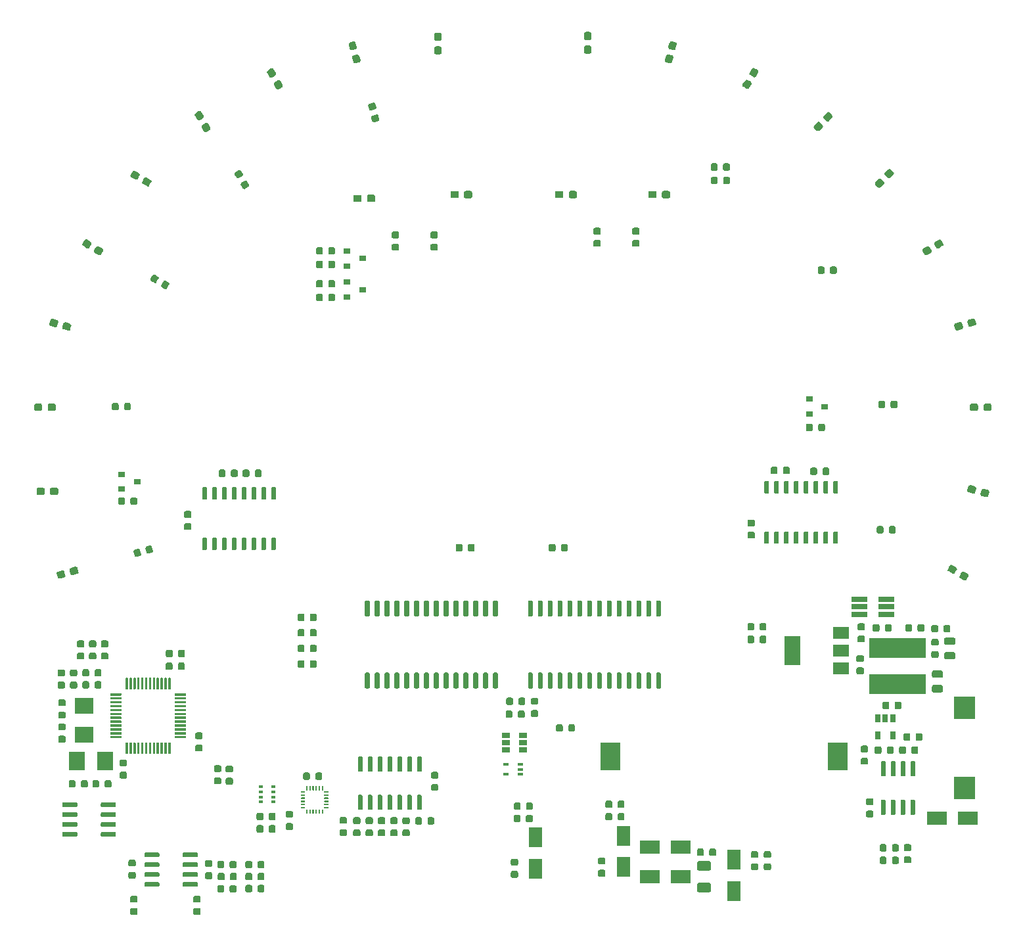
<source format=gbp>
G04 #@! TF.GenerationSoftware,KiCad,Pcbnew,(5.99.0-286-g11f0acefe)*
G04 #@! TF.CreationDate,2019-11-05T18:07:43-05:00*
G04 #@! TF.ProjectId,MotorcycleSpeedo,4d6f746f-7263-4796-936c-655370656564,rev?*
G04 #@! TF.SameCoordinates,Original*
G04 #@! TF.FileFunction,Paste,Bot*
G04 #@! TF.FilePolarity,Positive*
%FSLAX46Y46*%
G04 Gerber Fmt 4.6, Leading zero omitted, Abs format (unit mm)*
G04 Created by KiCad (PCBNEW (5.99.0-286-g11f0acefe)) date 2019-11-05 18:07:43*
%MOMM*%
%LPD*%
G04 APERTURE LIST*
%ADD10R,1.050000X0.950000*%
%ADD11R,2.000000X1.500000*%
%ADD12R,2.000000X3.800000*%
%ADD13R,0.650000X0.400000*%
%ADD14R,1.060000X0.650000*%
%ADD15R,0.900000X0.800000*%
%ADD16R,2.790000X2.920000*%
%ADD17R,2.000000X2.400000*%
%ADD18R,2.400000X2.000000*%
%ADD19R,2.000000X0.650000*%
%ADD20R,0.500000X0.350000*%
%ADD21R,0.650000X1.060000*%
%ADD22R,7.300000X2.650000*%
%ADD23R,1.800000X2.500000*%
%ADD24R,2.500000X1.800000*%
%ADD25R,2.600000X3.600000*%
G04 APERTURE END LIST*
G36*
X175799962Y-157146651D02*
G01*
X175870930Y-157194070D01*
X175918349Y-157265038D01*
X175935000Y-157348750D01*
X175935000Y-157786250D01*
X175918349Y-157869962D01*
X175870930Y-157940930D01*
X175799962Y-157988349D01*
X175716250Y-158005000D01*
X175203750Y-158005000D01*
X175120038Y-157988349D01*
X175049070Y-157940930D01*
X175001651Y-157869962D01*
X174985000Y-157786250D01*
X174985000Y-157348750D01*
X175001651Y-157265038D01*
X175049070Y-157194070D01*
X175120038Y-157146651D01*
X175203750Y-157130000D01*
X175716250Y-157130000D01*
X175799962Y-157146651D01*
G37*
G36*
X175799962Y-155571651D02*
G01*
X175870930Y-155619070D01*
X175918349Y-155690038D01*
X175935000Y-155773750D01*
X175935000Y-156211250D01*
X175918349Y-156294962D01*
X175870930Y-156365930D01*
X175799962Y-156413349D01*
X175716250Y-156430000D01*
X175203750Y-156430000D01*
X175120038Y-156413349D01*
X175049070Y-156365930D01*
X175001651Y-156294962D01*
X174985000Y-156211250D01*
X174985000Y-155773750D01*
X175001651Y-155690038D01*
X175049070Y-155619070D01*
X175120038Y-155571651D01*
X175203750Y-155555000D01*
X175716250Y-155555000D01*
X175799962Y-155571651D01*
G37*
G36*
X177299962Y-157196651D02*
G01*
X177370930Y-157244070D01*
X177418349Y-157315038D01*
X177435000Y-157398750D01*
X177435000Y-157836250D01*
X177418349Y-157919962D01*
X177370930Y-157990930D01*
X177299962Y-158038349D01*
X177216250Y-158055000D01*
X176703750Y-158055000D01*
X176620038Y-158038349D01*
X176549070Y-157990930D01*
X176501651Y-157919962D01*
X176485000Y-157836250D01*
X176485000Y-157398750D01*
X176501651Y-157315038D01*
X176549070Y-157244070D01*
X176620038Y-157196651D01*
X176703750Y-157180000D01*
X177216250Y-157180000D01*
X177299962Y-157196651D01*
G37*
G36*
X177299962Y-155621651D02*
G01*
X177370930Y-155669070D01*
X177418349Y-155740038D01*
X177435000Y-155823750D01*
X177435000Y-156261250D01*
X177418349Y-156344962D01*
X177370930Y-156415930D01*
X177299962Y-156463349D01*
X177216250Y-156480000D01*
X176703750Y-156480000D01*
X176620038Y-156463349D01*
X176549070Y-156415930D01*
X176501651Y-156344962D01*
X176485000Y-156261250D01*
X176485000Y-155823750D01*
X176501651Y-155740038D01*
X176549070Y-155669070D01*
X176620038Y-155621651D01*
X176703750Y-155605000D01*
X177216250Y-155605000D01*
X177299962Y-155621651D01*
G37*
G36*
X233613387Y-81573079D02*
G01*
X233690438Y-81624562D01*
X233741921Y-81701613D01*
X233760000Y-81792500D01*
X233760000Y-82267500D01*
X233741921Y-82358387D01*
X233690438Y-82435438D01*
X233613387Y-82486921D01*
X233522500Y-82505000D01*
X232947500Y-82505000D01*
X232856613Y-82486921D01*
X232779562Y-82435438D01*
X232728079Y-82358387D01*
X232710000Y-82267500D01*
X232710000Y-81792500D01*
X232728079Y-81701613D01*
X232779562Y-81624562D01*
X232856613Y-81573079D01*
X232947500Y-81555000D01*
X233522500Y-81555000D01*
X233613387Y-81573079D01*
G37*
D10*
X231485000Y-82030000D03*
G36*
X221613387Y-81573079D02*
G01*
X221690438Y-81624562D01*
X221741921Y-81701613D01*
X221760000Y-81792500D01*
X221760000Y-82267500D01*
X221741921Y-82358387D01*
X221690438Y-82435438D01*
X221613387Y-82486921D01*
X221522500Y-82505000D01*
X220947500Y-82505000D01*
X220856613Y-82486921D01*
X220779562Y-82435438D01*
X220728079Y-82358387D01*
X220710000Y-82267500D01*
X220710000Y-81792500D01*
X220728079Y-81701613D01*
X220779562Y-81624562D01*
X220856613Y-81573079D01*
X220947500Y-81555000D01*
X221522500Y-81555000D01*
X221613387Y-81573079D01*
G37*
X219485000Y-82030000D03*
G36*
X208113387Y-81573079D02*
G01*
X208190438Y-81624562D01*
X208241921Y-81701613D01*
X208260000Y-81792500D01*
X208260000Y-82267500D01*
X208241921Y-82358387D01*
X208190438Y-82435438D01*
X208113387Y-82486921D01*
X208022500Y-82505000D01*
X207447500Y-82505000D01*
X207356613Y-82486921D01*
X207279562Y-82435438D01*
X207228079Y-82358387D01*
X207210000Y-82267500D01*
X207210000Y-81792500D01*
X207228079Y-81701613D01*
X207279562Y-81624562D01*
X207356613Y-81573079D01*
X207447500Y-81555000D01*
X208022500Y-81555000D01*
X208113387Y-81573079D01*
G37*
X205985000Y-82030000D03*
G36*
X195613387Y-82073079D02*
G01*
X195690438Y-82124562D01*
X195741921Y-82201613D01*
X195760000Y-82292500D01*
X195760000Y-82767500D01*
X195741921Y-82858387D01*
X195690438Y-82935438D01*
X195613387Y-82986921D01*
X195522500Y-83005000D01*
X194947500Y-83005000D01*
X194856613Y-82986921D01*
X194779562Y-82935438D01*
X194728079Y-82858387D01*
X194710000Y-82767500D01*
X194710000Y-82292500D01*
X194728079Y-82201613D01*
X194779562Y-82124562D01*
X194856613Y-82073079D01*
X194947500Y-82055000D01*
X195522500Y-82055000D01*
X195613387Y-82073079D01*
G37*
X193485000Y-82530000D03*
D11*
X255800000Y-138500000D03*
X255800000Y-143100000D03*
X255800000Y-140800000D03*
D12*
X249500000Y-140800000D03*
G36*
X158139962Y-141066651D02*
G01*
X158210930Y-141114070D01*
X158258349Y-141185038D01*
X158275000Y-141268750D01*
X158275000Y-141706250D01*
X158258349Y-141789962D01*
X158210930Y-141860930D01*
X158139962Y-141908349D01*
X158056250Y-141925000D01*
X157543750Y-141925000D01*
X157460038Y-141908349D01*
X157389070Y-141860930D01*
X157341651Y-141789962D01*
X157325000Y-141706250D01*
X157325000Y-141268750D01*
X157341651Y-141185038D01*
X157389070Y-141114070D01*
X157460038Y-141066651D01*
X157543750Y-141050000D01*
X158056250Y-141050000D01*
X158139962Y-141066651D01*
G37*
G36*
X158139962Y-139491651D02*
G01*
X158210930Y-139539070D01*
X158258349Y-139610038D01*
X158275000Y-139693750D01*
X158275000Y-140131250D01*
X158258349Y-140214962D01*
X158210930Y-140285930D01*
X158139962Y-140333349D01*
X158056250Y-140350000D01*
X157543750Y-140350000D01*
X157460038Y-140333349D01*
X157389070Y-140285930D01*
X157341651Y-140214962D01*
X157325000Y-140131250D01*
X157325000Y-139693750D01*
X157341651Y-139610038D01*
X157389070Y-139539070D01*
X157460038Y-139491651D01*
X157543750Y-139475000D01*
X158056250Y-139475000D01*
X158139962Y-139491651D01*
G37*
G36*
X195329962Y-163844151D02*
G01*
X195400930Y-163891570D01*
X195448349Y-163962538D01*
X195465000Y-164046250D01*
X195465000Y-164483750D01*
X195448349Y-164567462D01*
X195400930Y-164638430D01*
X195329962Y-164685849D01*
X195246250Y-164702500D01*
X194733750Y-164702500D01*
X194650038Y-164685849D01*
X194579070Y-164638430D01*
X194531651Y-164567462D01*
X194515000Y-164483750D01*
X194515000Y-164046250D01*
X194531651Y-163962538D01*
X194579070Y-163891570D01*
X194650038Y-163844151D01*
X194733750Y-163827500D01*
X195246250Y-163827500D01*
X195329962Y-163844151D01*
G37*
G36*
X195329962Y-162269151D02*
G01*
X195400930Y-162316570D01*
X195448349Y-162387538D01*
X195465000Y-162471250D01*
X195465000Y-162908750D01*
X195448349Y-162992462D01*
X195400930Y-163063430D01*
X195329962Y-163110849D01*
X195246250Y-163127500D01*
X194733750Y-163127500D01*
X194650038Y-163110849D01*
X194579070Y-163063430D01*
X194531651Y-162992462D01*
X194515000Y-162908750D01*
X194515000Y-162471250D01*
X194531651Y-162387538D01*
X194579070Y-162316570D01*
X194650038Y-162269151D01*
X194733750Y-162252500D01*
X195246250Y-162252500D01*
X195329962Y-162269151D01*
G37*
G36*
X193729962Y-163844151D02*
G01*
X193800930Y-163891570D01*
X193848349Y-163962538D01*
X193865000Y-164046250D01*
X193865000Y-164483750D01*
X193848349Y-164567462D01*
X193800930Y-164638430D01*
X193729962Y-164685849D01*
X193646250Y-164702500D01*
X193133750Y-164702500D01*
X193050038Y-164685849D01*
X192979070Y-164638430D01*
X192931651Y-164567462D01*
X192915000Y-164483750D01*
X192915000Y-164046250D01*
X192931651Y-163962538D01*
X192979070Y-163891570D01*
X193050038Y-163844151D01*
X193133750Y-163827500D01*
X193646250Y-163827500D01*
X193729962Y-163844151D01*
G37*
G36*
X193729962Y-162269151D02*
G01*
X193800930Y-162316570D01*
X193848349Y-162387538D01*
X193865000Y-162471250D01*
X193865000Y-162908750D01*
X193848349Y-162992462D01*
X193800930Y-163063430D01*
X193729962Y-163110849D01*
X193646250Y-163127500D01*
X193133750Y-163127500D01*
X193050038Y-163110849D01*
X192979070Y-163063430D01*
X192931651Y-162992462D01*
X192915000Y-162908750D01*
X192915000Y-162471250D01*
X192931651Y-162387538D01*
X192979070Y-162316570D01*
X193050038Y-162269151D01*
X193133750Y-162252500D01*
X193646250Y-162252500D01*
X193729962Y-162269151D01*
G37*
D13*
X212600000Y-155433000D03*
X212600000Y-156733000D03*
X214500000Y-156083000D03*
X214500000Y-156733000D03*
X214500000Y-155433000D03*
G36*
X213382962Y-146861651D02*
G01*
X213453930Y-146909070D01*
X213501349Y-146980038D01*
X213518000Y-147063750D01*
X213518000Y-147576250D01*
X213501349Y-147659962D01*
X213453930Y-147730930D01*
X213382962Y-147778349D01*
X213299250Y-147795000D01*
X212861750Y-147795000D01*
X212778038Y-147778349D01*
X212707070Y-147730930D01*
X212659651Y-147659962D01*
X212643000Y-147576250D01*
X212643000Y-147063750D01*
X212659651Y-146980038D01*
X212707070Y-146909070D01*
X212778038Y-146861651D01*
X212861750Y-146845000D01*
X213299250Y-146845000D01*
X213382962Y-146861651D01*
G37*
G36*
X214957962Y-146861651D02*
G01*
X215028930Y-146909070D01*
X215076349Y-146980038D01*
X215093000Y-147063750D01*
X215093000Y-147576250D01*
X215076349Y-147659962D01*
X215028930Y-147730930D01*
X214957962Y-147778349D01*
X214874250Y-147795000D01*
X214436750Y-147795000D01*
X214353038Y-147778349D01*
X214282070Y-147730930D01*
X214234651Y-147659962D01*
X214218000Y-147576250D01*
X214218000Y-147063750D01*
X214234651Y-146980038D01*
X214282070Y-146909070D01*
X214353038Y-146861651D01*
X214436750Y-146845000D01*
X214874250Y-146845000D01*
X214957962Y-146861651D01*
G37*
G36*
X213319462Y-148512651D02*
G01*
X213390430Y-148560070D01*
X213437849Y-148631038D01*
X213454500Y-148714750D01*
X213454500Y-149227250D01*
X213437849Y-149310962D01*
X213390430Y-149381930D01*
X213319462Y-149429349D01*
X213235750Y-149446000D01*
X212798250Y-149446000D01*
X212714538Y-149429349D01*
X212643570Y-149381930D01*
X212596151Y-149310962D01*
X212579500Y-149227250D01*
X212579500Y-148714750D01*
X212596151Y-148631038D01*
X212643570Y-148560070D01*
X212714538Y-148512651D01*
X212798250Y-148496000D01*
X213235750Y-148496000D01*
X213319462Y-148512651D01*
G37*
G36*
X214894462Y-148512651D02*
G01*
X214965430Y-148560070D01*
X215012849Y-148631038D01*
X215029500Y-148714750D01*
X215029500Y-149227250D01*
X215012849Y-149310962D01*
X214965430Y-149381930D01*
X214894462Y-149429349D01*
X214810750Y-149446000D01*
X214373250Y-149446000D01*
X214289538Y-149429349D01*
X214218570Y-149381930D01*
X214171151Y-149310962D01*
X214154500Y-149227250D01*
X214154500Y-148714750D01*
X214171151Y-148631038D01*
X214218570Y-148560070D01*
X214289538Y-148512651D01*
X214373250Y-148496000D01*
X214810750Y-148496000D01*
X214894462Y-148512651D01*
G37*
G36*
X211462403Y-134336418D02*
G01*
X211511066Y-134368934D01*
X211543582Y-134417597D01*
X211555000Y-134475000D01*
X211555000Y-136225000D01*
X211543582Y-136282403D01*
X211511066Y-136331066D01*
X211462403Y-136363582D01*
X211405000Y-136375000D01*
X211105000Y-136375000D01*
X211047597Y-136363582D01*
X210998934Y-136331066D01*
X210966418Y-136282403D01*
X210955000Y-136225000D01*
X210955000Y-134475000D01*
X210966418Y-134417597D01*
X210998934Y-134368934D01*
X211047597Y-134336418D01*
X211105000Y-134325000D01*
X211405000Y-134325000D01*
X211462403Y-134336418D01*
G37*
G36*
X210192403Y-134336418D02*
G01*
X210241066Y-134368934D01*
X210273582Y-134417597D01*
X210285000Y-134475000D01*
X210285000Y-136225000D01*
X210273582Y-136282403D01*
X210241066Y-136331066D01*
X210192403Y-136363582D01*
X210135000Y-136375000D01*
X209835000Y-136375000D01*
X209777597Y-136363582D01*
X209728934Y-136331066D01*
X209696418Y-136282403D01*
X209685000Y-136225000D01*
X209685000Y-134475000D01*
X209696418Y-134417597D01*
X209728934Y-134368934D01*
X209777597Y-134336418D01*
X209835000Y-134325000D01*
X210135000Y-134325000D01*
X210192403Y-134336418D01*
G37*
G36*
X208922403Y-134336418D02*
G01*
X208971066Y-134368934D01*
X209003582Y-134417597D01*
X209015000Y-134475000D01*
X209015000Y-136225000D01*
X209003582Y-136282403D01*
X208971066Y-136331066D01*
X208922403Y-136363582D01*
X208865000Y-136375000D01*
X208565000Y-136375000D01*
X208507597Y-136363582D01*
X208458934Y-136331066D01*
X208426418Y-136282403D01*
X208415000Y-136225000D01*
X208415000Y-134475000D01*
X208426418Y-134417597D01*
X208458934Y-134368934D01*
X208507597Y-134336418D01*
X208565000Y-134325000D01*
X208865000Y-134325000D01*
X208922403Y-134336418D01*
G37*
G36*
X207652403Y-134336418D02*
G01*
X207701066Y-134368934D01*
X207733582Y-134417597D01*
X207745000Y-134475000D01*
X207745000Y-136225000D01*
X207733582Y-136282403D01*
X207701066Y-136331066D01*
X207652403Y-136363582D01*
X207595000Y-136375000D01*
X207295000Y-136375000D01*
X207237597Y-136363582D01*
X207188934Y-136331066D01*
X207156418Y-136282403D01*
X207145000Y-136225000D01*
X207145000Y-134475000D01*
X207156418Y-134417597D01*
X207188934Y-134368934D01*
X207237597Y-134336418D01*
X207295000Y-134325000D01*
X207595000Y-134325000D01*
X207652403Y-134336418D01*
G37*
G36*
X206382403Y-134336418D02*
G01*
X206431066Y-134368934D01*
X206463582Y-134417597D01*
X206475000Y-134475000D01*
X206475000Y-136225000D01*
X206463582Y-136282403D01*
X206431066Y-136331066D01*
X206382403Y-136363582D01*
X206325000Y-136375000D01*
X206025000Y-136375000D01*
X205967597Y-136363582D01*
X205918934Y-136331066D01*
X205886418Y-136282403D01*
X205875000Y-136225000D01*
X205875000Y-134475000D01*
X205886418Y-134417597D01*
X205918934Y-134368934D01*
X205967597Y-134336418D01*
X206025000Y-134325000D01*
X206325000Y-134325000D01*
X206382403Y-134336418D01*
G37*
G36*
X205112403Y-134336418D02*
G01*
X205161066Y-134368934D01*
X205193582Y-134417597D01*
X205205000Y-134475000D01*
X205205000Y-136225000D01*
X205193582Y-136282403D01*
X205161066Y-136331066D01*
X205112403Y-136363582D01*
X205055000Y-136375000D01*
X204755000Y-136375000D01*
X204697597Y-136363582D01*
X204648934Y-136331066D01*
X204616418Y-136282403D01*
X204605000Y-136225000D01*
X204605000Y-134475000D01*
X204616418Y-134417597D01*
X204648934Y-134368934D01*
X204697597Y-134336418D01*
X204755000Y-134325000D01*
X205055000Y-134325000D01*
X205112403Y-134336418D01*
G37*
G36*
X203842403Y-134336418D02*
G01*
X203891066Y-134368934D01*
X203923582Y-134417597D01*
X203935000Y-134475000D01*
X203935000Y-136225000D01*
X203923582Y-136282403D01*
X203891066Y-136331066D01*
X203842403Y-136363582D01*
X203785000Y-136375000D01*
X203485000Y-136375000D01*
X203427597Y-136363582D01*
X203378934Y-136331066D01*
X203346418Y-136282403D01*
X203335000Y-136225000D01*
X203335000Y-134475000D01*
X203346418Y-134417597D01*
X203378934Y-134368934D01*
X203427597Y-134336418D01*
X203485000Y-134325000D01*
X203785000Y-134325000D01*
X203842403Y-134336418D01*
G37*
G36*
X202572403Y-134336418D02*
G01*
X202621066Y-134368934D01*
X202653582Y-134417597D01*
X202665000Y-134475000D01*
X202665000Y-136225000D01*
X202653582Y-136282403D01*
X202621066Y-136331066D01*
X202572403Y-136363582D01*
X202515000Y-136375000D01*
X202215000Y-136375000D01*
X202157597Y-136363582D01*
X202108934Y-136331066D01*
X202076418Y-136282403D01*
X202065000Y-136225000D01*
X202065000Y-134475000D01*
X202076418Y-134417597D01*
X202108934Y-134368934D01*
X202157597Y-134336418D01*
X202215000Y-134325000D01*
X202515000Y-134325000D01*
X202572403Y-134336418D01*
G37*
G36*
X201302403Y-134336418D02*
G01*
X201351066Y-134368934D01*
X201383582Y-134417597D01*
X201395000Y-134475000D01*
X201395000Y-136225000D01*
X201383582Y-136282403D01*
X201351066Y-136331066D01*
X201302403Y-136363582D01*
X201245000Y-136375000D01*
X200945000Y-136375000D01*
X200887597Y-136363582D01*
X200838934Y-136331066D01*
X200806418Y-136282403D01*
X200795000Y-136225000D01*
X200795000Y-134475000D01*
X200806418Y-134417597D01*
X200838934Y-134368934D01*
X200887597Y-134336418D01*
X200945000Y-134325000D01*
X201245000Y-134325000D01*
X201302403Y-134336418D01*
G37*
G36*
X200032403Y-134336418D02*
G01*
X200081066Y-134368934D01*
X200113582Y-134417597D01*
X200125000Y-134475000D01*
X200125000Y-136225000D01*
X200113582Y-136282403D01*
X200081066Y-136331066D01*
X200032403Y-136363582D01*
X199975000Y-136375000D01*
X199675000Y-136375000D01*
X199617597Y-136363582D01*
X199568934Y-136331066D01*
X199536418Y-136282403D01*
X199525000Y-136225000D01*
X199525000Y-134475000D01*
X199536418Y-134417597D01*
X199568934Y-134368934D01*
X199617597Y-134336418D01*
X199675000Y-134325000D01*
X199975000Y-134325000D01*
X200032403Y-134336418D01*
G37*
G36*
X198762403Y-134336418D02*
G01*
X198811066Y-134368934D01*
X198843582Y-134417597D01*
X198855000Y-134475000D01*
X198855000Y-136225000D01*
X198843582Y-136282403D01*
X198811066Y-136331066D01*
X198762403Y-136363582D01*
X198705000Y-136375000D01*
X198405000Y-136375000D01*
X198347597Y-136363582D01*
X198298934Y-136331066D01*
X198266418Y-136282403D01*
X198255000Y-136225000D01*
X198255000Y-134475000D01*
X198266418Y-134417597D01*
X198298934Y-134368934D01*
X198347597Y-134336418D01*
X198405000Y-134325000D01*
X198705000Y-134325000D01*
X198762403Y-134336418D01*
G37*
G36*
X197492403Y-134336418D02*
G01*
X197541066Y-134368934D01*
X197573582Y-134417597D01*
X197585000Y-134475000D01*
X197585000Y-136225000D01*
X197573582Y-136282403D01*
X197541066Y-136331066D01*
X197492403Y-136363582D01*
X197435000Y-136375000D01*
X197135000Y-136375000D01*
X197077597Y-136363582D01*
X197028934Y-136331066D01*
X196996418Y-136282403D01*
X196985000Y-136225000D01*
X196985000Y-134475000D01*
X196996418Y-134417597D01*
X197028934Y-134368934D01*
X197077597Y-134336418D01*
X197135000Y-134325000D01*
X197435000Y-134325000D01*
X197492403Y-134336418D01*
G37*
G36*
X196222403Y-134336418D02*
G01*
X196271066Y-134368934D01*
X196303582Y-134417597D01*
X196315000Y-134475000D01*
X196315000Y-136225000D01*
X196303582Y-136282403D01*
X196271066Y-136331066D01*
X196222403Y-136363582D01*
X196165000Y-136375000D01*
X195865000Y-136375000D01*
X195807597Y-136363582D01*
X195758934Y-136331066D01*
X195726418Y-136282403D01*
X195715000Y-136225000D01*
X195715000Y-134475000D01*
X195726418Y-134417597D01*
X195758934Y-134368934D01*
X195807597Y-134336418D01*
X195865000Y-134325000D01*
X196165000Y-134325000D01*
X196222403Y-134336418D01*
G37*
G36*
X194952403Y-134336418D02*
G01*
X195001066Y-134368934D01*
X195033582Y-134417597D01*
X195045000Y-134475000D01*
X195045000Y-136225000D01*
X195033582Y-136282403D01*
X195001066Y-136331066D01*
X194952403Y-136363582D01*
X194895000Y-136375000D01*
X194595000Y-136375000D01*
X194537597Y-136363582D01*
X194488934Y-136331066D01*
X194456418Y-136282403D01*
X194445000Y-136225000D01*
X194445000Y-134475000D01*
X194456418Y-134417597D01*
X194488934Y-134368934D01*
X194537597Y-134336418D01*
X194595000Y-134325000D01*
X194895000Y-134325000D01*
X194952403Y-134336418D01*
G37*
G36*
X194952403Y-143636418D02*
G01*
X195001066Y-143668934D01*
X195033582Y-143717597D01*
X195045000Y-143775000D01*
X195045000Y-145525000D01*
X195033582Y-145582403D01*
X195001066Y-145631066D01*
X194952403Y-145663582D01*
X194895000Y-145675000D01*
X194595000Y-145675000D01*
X194537597Y-145663582D01*
X194488934Y-145631066D01*
X194456418Y-145582403D01*
X194445000Y-145525000D01*
X194445000Y-143775000D01*
X194456418Y-143717597D01*
X194488934Y-143668934D01*
X194537597Y-143636418D01*
X194595000Y-143625000D01*
X194895000Y-143625000D01*
X194952403Y-143636418D01*
G37*
G36*
X196222403Y-143636418D02*
G01*
X196271066Y-143668934D01*
X196303582Y-143717597D01*
X196315000Y-143775000D01*
X196315000Y-145525000D01*
X196303582Y-145582403D01*
X196271066Y-145631066D01*
X196222403Y-145663582D01*
X196165000Y-145675000D01*
X195865000Y-145675000D01*
X195807597Y-145663582D01*
X195758934Y-145631066D01*
X195726418Y-145582403D01*
X195715000Y-145525000D01*
X195715000Y-143775000D01*
X195726418Y-143717597D01*
X195758934Y-143668934D01*
X195807597Y-143636418D01*
X195865000Y-143625000D01*
X196165000Y-143625000D01*
X196222403Y-143636418D01*
G37*
G36*
X197492403Y-143636418D02*
G01*
X197541066Y-143668934D01*
X197573582Y-143717597D01*
X197585000Y-143775000D01*
X197585000Y-145525000D01*
X197573582Y-145582403D01*
X197541066Y-145631066D01*
X197492403Y-145663582D01*
X197435000Y-145675000D01*
X197135000Y-145675000D01*
X197077597Y-145663582D01*
X197028934Y-145631066D01*
X196996418Y-145582403D01*
X196985000Y-145525000D01*
X196985000Y-143775000D01*
X196996418Y-143717597D01*
X197028934Y-143668934D01*
X197077597Y-143636418D01*
X197135000Y-143625000D01*
X197435000Y-143625000D01*
X197492403Y-143636418D01*
G37*
G36*
X198762403Y-143636418D02*
G01*
X198811066Y-143668934D01*
X198843582Y-143717597D01*
X198855000Y-143775000D01*
X198855000Y-145525000D01*
X198843582Y-145582403D01*
X198811066Y-145631066D01*
X198762403Y-145663582D01*
X198705000Y-145675000D01*
X198405000Y-145675000D01*
X198347597Y-145663582D01*
X198298934Y-145631066D01*
X198266418Y-145582403D01*
X198255000Y-145525000D01*
X198255000Y-143775000D01*
X198266418Y-143717597D01*
X198298934Y-143668934D01*
X198347597Y-143636418D01*
X198405000Y-143625000D01*
X198705000Y-143625000D01*
X198762403Y-143636418D01*
G37*
G36*
X200032403Y-143636418D02*
G01*
X200081066Y-143668934D01*
X200113582Y-143717597D01*
X200125000Y-143775000D01*
X200125000Y-145525000D01*
X200113582Y-145582403D01*
X200081066Y-145631066D01*
X200032403Y-145663582D01*
X199975000Y-145675000D01*
X199675000Y-145675000D01*
X199617597Y-145663582D01*
X199568934Y-145631066D01*
X199536418Y-145582403D01*
X199525000Y-145525000D01*
X199525000Y-143775000D01*
X199536418Y-143717597D01*
X199568934Y-143668934D01*
X199617597Y-143636418D01*
X199675000Y-143625000D01*
X199975000Y-143625000D01*
X200032403Y-143636418D01*
G37*
G36*
X201302403Y-143636418D02*
G01*
X201351066Y-143668934D01*
X201383582Y-143717597D01*
X201395000Y-143775000D01*
X201395000Y-145525000D01*
X201383582Y-145582403D01*
X201351066Y-145631066D01*
X201302403Y-145663582D01*
X201245000Y-145675000D01*
X200945000Y-145675000D01*
X200887597Y-145663582D01*
X200838934Y-145631066D01*
X200806418Y-145582403D01*
X200795000Y-145525000D01*
X200795000Y-143775000D01*
X200806418Y-143717597D01*
X200838934Y-143668934D01*
X200887597Y-143636418D01*
X200945000Y-143625000D01*
X201245000Y-143625000D01*
X201302403Y-143636418D01*
G37*
G36*
X202572403Y-143636418D02*
G01*
X202621066Y-143668934D01*
X202653582Y-143717597D01*
X202665000Y-143775000D01*
X202665000Y-145525000D01*
X202653582Y-145582403D01*
X202621066Y-145631066D01*
X202572403Y-145663582D01*
X202515000Y-145675000D01*
X202215000Y-145675000D01*
X202157597Y-145663582D01*
X202108934Y-145631066D01*
X202076418Y-145582403D01*
X202065000Y-145525000D01*
X202065000Y-143775000D01*
X202076418Y-143717597D01*
X202108934Y-143668934D01*
X202157597Y-143636418D01*
X202215000Y-143625000D01*
X202515000Y-143625000D01*
X202572403Y-143636418D01*
G37*
G36*
X203842403Y-143636418D02*
G01*
X203891066Y-143668934D01*
X203923582Y-143717597D01*
X203935000Y-143775000D01*
X203935000Y-145525000D01*
X203923582Y-145582403D01*
X203891066Y-145631066D01*
X203842403Y-145663582D01*
X203785000Y-145675000D01*
X203485000Y-145675000D01*
X203427597Y-145663582D01*
X203378934Y-145631066D01*
X203346418Y-145582403D01*
X203335000Y-145525000D01*
X203335000Y-143775000D01*
X203346418Y-143717597D01*
X203378934Y-143668934D01*
X203427597Y-143636418D01*
X203485000Y-143625000D01*
X203785000Y-143625000D01*
X203842403Y-143636418D01*
G37*
G36*
X205112403Y-143636418D02*
G01*
X205161066Y-143668934D01*
X205193582Y-143717597D01*
X205205000Y-143775000D01*
X205205000Y-145525000D01*
X205193582Y-145582403D01*
X205161066Y-145631066D01*
X205112403Y-145663582D01*
X205055000Y-145675000D01*
X204755000Y-145675000D01*
X204697597Y-145663582D01*
X204648934Y-145631066D01*
X204616418Y-145582403D01*
X204605000Y-145525000D01*
X204605000Y-143775000D01*
X204616418Y-143717597D01*
X204648934Y-143668934D01*
X204697597Y-143636418D01*
X204755000Y-143625000D01*
X205055000Y-143625000D01*
X205112403Y-143636418D01*
G37*
G36*
X206382403Y-143636418D02*
G01*
X206431066Y-143668934D01*
X206463582Y-143717597D01*
X206475000Y-143775000D01*
X206475000Y-145525000D01*
X206463582Y-145582403D01*
X206431066Y-145631066D01*
X206382403Y-145663582D01*
X206325000Y-145675000D01*
X206025000Y-145675000D01*
X205967597Y-145663582D01*
X205918934Y-145631066D01*
X205886418Y-145582403D01*
X205875000Y-145525000D01*
X205875000Y-143775000D01*
X205886418Y-143717597D01*
X205918934Y-143668934D01*
X205967597Y-143636418D01*
X206025000Y-143625000D01*
X206325000Y-143625000D01*
X206382403Y-143636418D01*
G37*
G36*
X207652403Y-143636418D02*
G01*
X207701066Y-143668934D01*
X207733582Y-143717597D01*
X207745000Y-143775000D01*
X207745000Y-145525000D01*
X207733582Y-145582403D01*
X207701066Y-145631066D01*
X207652403Y-145663582D01*
X207595000Y-145675000D01*
X207295000Y-145675000D01*
X207237597Y-145663582D01*
X207188934Y-145631066D01*
X207156418Y-145582403D01*
X207145000Y-145525000D01*
X207145000Y-143775000D01*
X207156418Y-143717597D01*
X207188934Y-143668934D01*
X207237597Y-143636418D01*
X207295000Y-143625000D01*
X207595000Y-143625000D01*
X207652403Y-143636418D01*
G37*
G36*
X208922403Y-143636418D02*
G01*
X208971066Y-143668934D01*
X209003582Y-143717597D01*
X209015000Y-143775000D01*
X209015000Y-145525000D01*
X209003582Y-145582403D01*
X208971066Y-145631066D01*
X208922403Y-145663582D01*
X208865000Y-145675000D01*
X208565000Y-145675000D01*
X208507597Y-145663582D01*
X208458934Y-145631066D01*
X208426418Y-145582403D01*
X208415000Y-145525000D01*
X208415000Y-143775000D01*
X208426418Y-143717597D01*
X208458934Y-143668934D01*
X208507597Y-143636418D01*
X208565000Y-143625000D01*
X208865000Y-143625000D01*
X208922403Y-143636418D01*
G37*
G36*
X210192403Y-143636418D02*
G01*
X210241066Y-143668934D01*
X210273582Y-143717597D01*
X210285000Y-143775000D01*
X210285000Y-145525000D01*
X210273582Y-145582403D01*
X210241066Y-145631066D01*
X210192403Y-145663582D01*
X210135000Y-145675000D01*
X209835000Y-145675000D01*
X209777597Y-145663582D01*
X209728934Y-145631066D01*
X209696418Y-145582403D01*
X209685000Y-145525000D01*
X209685000Y-143775000D01*
X209696418Y-143717597D01*
X209728934Y-143668934D01*
X209777597Y-143636418D01*
X209835000Y-143625000D01*
X210135000Y-143625000D01*
X210192403Y-143636418D01*
G37*
G36*
X211462403Y-143636418D02*
G01*
X211511066Y-143668934D01*
X211543582Y-143717597D01*
X211555000Y-143775000D01*
X211555000Y-145525000D01*
X211543582Y-145582403D01*
X211511066Y-145631066D01*
X211462403Y-145663582D01*
X211405000Y-145675000D01*
X211105000Y-145675000D01*
X211047597Y-145663582D01*
X210998934Y-145631066D01*
X210966418Y-145582403D01*
X210955000Y-145525000D01*
X210955000Y-143775000D01*
X210966418Y-143717597D01*
X210998934Y-143668934D01*
X211047597Y-143636418D01*
X211105000Y-143625000D01*
X211405000Y-143625000D01*
X211462403Y-143636418D01*
G37*
G36*
X215952403Y-143636418D02*
G01*
X216001066Y-143668934D01*
X216033582Y-143717597D01*
X216045000Y-143775000D01*
X216045000Y-145525000D01*
X216033582Y-145582403D01*
X216001066Y-145631066D01*
X215952403Y-145663582D01*
X215895000Y-145675000D01*
X215595000Y-145675000D01*
X215537597Y-145663582D01*
X215488934Y-145631066D01*
X215456418Y-145582403D01*
X215445000Y-145525000D01*
X215445000Y-143775000D01*
X215456418Y-143717597D01*
X215488934Y-143668934D01*
X215537597Y-143636418D01*
X215595000Y-143625000D01*
X215895000Y-143625000D01*
X215952403Y-143636418D01*
G37*
G36*
X217222403Y-143636418D02*
G01*
X217271066Y-143668934D01*
X217303582Y-143717597D01*
X217315000Y-143775000D01*
X217315000Y-145525000D01*
X217303582Y-145582403D01*
X217271066Y-145631066D01*
X217222403Y-145663582D01*
X217165000Y-145675000D01*
X216865000Y-145675000D01*
X216807597Y-145663582D01*
X216758934Y-145631066D01*
X216726418Y-145582403D01*
X216715000Y-145525000D01*
X216715000Y-143775000D01*
X216726418Y-143717597D01*
X216758934Y-143668934D01*
X216807597Y-143636418D01*
X216865000Y-143625000D01*
X217165000Y-143625000D01*
X217222403Y-143636418D01*
G37*
G36*
X218492403Y-143636418D02*
G01*
X218541066Y-143668934D01*
X218573582Y-143717597D01*
X218585000Y-143775000D01*
X218585000Y-145525000D01*
X218573582Y-145582403D01*
X218541066Y-145631066D01*
X218492403Y-145663582D01*
X218435000Y-145675000D01*
X218135000Y-145675000D01*
X218077597Y-145663582D01*
X218028934Y-145631066D01*
X217996418Y-145582403D01*
X217985000Y-145525000D01*
X217985000Y-143775000D01*
X217996418Y-143717597D01*
X218028934Y-143668934D01*
X218077597Y-143636418D01*
X218135000Y-143625000D01*
X218435000Y-143625000D01*
X218492403Y-143636418D01*
G37*
G36*
X219762403Y-143636418D02*
G01*
X219811066Y-143668934D01*
X219843582Y-143717597D01*
X219855000Y-143775000D01*
X219855000Y-145525000D01*
X219843582Y-145582403D01*
X219811066Y-145631066D01*
X219762403Y-145663582D01*
X219705000Y-145675000D01*
X219405000Y-145675000D01*
X219347597Y-145663582D01*
X219298934Y-145631066D01*
X219266418Y-145582403D01*
X219255000Y-145525000D01*
X219255000Y-143775000D01*
X219266418Y-143717597D01*
X219298934Y-143668934D01*
X219347597Y-143636418D01*
X219405000Y-143625000D01*
X219705000Y-143625000D01*
X219762403Y-143636418D01*
G37*
G36*
X221032403Y-143636418D02*
G01*
X221081066Y-143668934D01*
X221113582Y-143717597D01*
X221125000Y-143775000D01*
X221125000Y-145525000D01*
X221113582Y-145582403D01*
X221081066Y-145631066D01*
X221032403Y-145663582D01*
X220975000Y-145675000D01*
X220675000Y-145675000D01*
X220617597Y-145663582D01*
X220568934Y-145631066D01*
X220536418Y-145582403D01*
X220525000Y-145525000D01*
X220525000Y-143775000D01*
X220536418Y-143717597D01*
X220568934Y-143668934D01*
X220617597Y-143636418D01*
X220675000Y-143625000D01*
X220975000Y-143625000D01*
X221032403Y-143636418D01*
G37*
G36*
X222302403Y-143636418D02*
G01*
X222351066Y-143668934D01*
X222383582Y-143717597D01*
X222395000Y-143775000D01*
X222395000Y-145525000D01*
X222383582Y-145582403D01*
X222351066Y-145631066D01*
X222302403Y-145663582D01*
X222245000Y-145675000D01*
X221945000Y-145675000D01*
X221887597Y-145663582D01*
X221838934Y-145631066D01*
X221806418Y-145582403D01*
X221795000Y-145525000D01*
X221795000Y-143775000D01*
X221806418Y-143717597D01*
X221838934Y-143668934D01*
X221887597Y-143636418D01*
X221945000Y-143625000D01*
X222245000Y-143625000D01*
X222302403Y-143636418D01*
G37*
G36*
X223572403Y-143636418D02*
G01*
X223621066Y-143668934D01*
X223653582Y-143717597D01*
X223665000Y-143775000D01*
X223665000Y-145525000D01*
X223653582Y-145582403D01*
X223621066Y-145631066D01*
X223572403Y-145663582D01*
X223515000Y-145675000D01*
X223215000Y-145675000D01*
X223157597Y-145663582D01*
X223108934Y-145631066D01*
X223076418Y-145582403D01*
X223065000Y-145525000D01*
X223065000Y-143775000D01*
X223076418Y-143717597D01*
X223108934Y-143668934D01*
X223157597Y-143636418D01*
X223215000Y-143625000D01*
X223515000Y-143625000D01*
X223572403Y-143636418D01*
G37*
G36*
X224842403Y-143636418D02*
G01*
X224891066Y-143668934D01*
X224923582Y-143717597D01*
X224935000Y-143775000D01*
X224935000Y-145525000D01*
X224923582Y-145582403D01*
X224891066Y-145631066D01*
X224842403Y-145663582D01*
X224785000Y-145675000D01*
X224485000Y-145675000D01*
X224427597Y-145663582D01*
X224378934Y-145631066D01*
X224346418Y-145582403D01*
X224335000Y-145525000D01*
X224335000Y-143775000D01*
X224346418Y-143717597D01*
X224378934Y-143668934D01*
X224427597Y-143636418D01*
X224485000Y-143625000D01*
X224785000Y-143625000D01*
X224842403Y-143636418D01*
G37*
G36*
X226112403Y-143636418D02*
G01*
X226161066Y-143668934D01*
X226193582Y-143717597D01*
X226205000Y-143775000D01*
X226205000Y-145525000D01*
X226193582Y-145582403D01*
X226161066Y-145631066D01*
X226112403Y-145663582D01*
X226055000Y-145675000D01*
X225755000Y-145675000D01*
X225697597Y-145663582D01*
X225648934Y-145631066D01*
X225616418Y-145582403D01*
X225605000Y-145525000D01*
X225605000Y-143775000D01*
X225616418Y-143717597D01*
X225648934Y-143668934D01*
X225697597Y-143636418D01*
X225755000Y-143625000D01*
X226055000Y-143625000D01*
X226112403Y-143636418D01*
G37*
G36*
X227382403Y-143636418D02*
G01*
X227431066Y-143668934D01*
X227463582Y-143717597D01*
X227475000Y-143775000D01*
X227475000Y-145525000D01*
X227463582Y-145582403D01*
X227431066Y-145631066D01*
X227382403Y-145663582D01*
X227325000Y-145675000D01*
X227025000Y-145675000D01*
X226967597Y-145663582D01*
X226918934Y-145631066D01*
X226886418Y-145582403D01*
X226875000Y-145525000D01*
X226875000Y-143775000D01*
X226886418Y-143717597D01*
X226918934Y-143668934D01*
X226967597Y-143636418D01*
X227025000Y-143625000D01*
X227325000Y-143625000D01*
X227382403Y-143636418D01*
G37*
G36*
X228652403Y-143636418D02*
G01*
X228701066Y-143668934D01*
X228733582Y-143717597D01*
X228745000Y-143775000D01*
X228745000Y-145525000D01*
X228733582Y-145582403D01*
X228701066Y-145631066D01*
X228652403Y-145663582D01*
X228595000Y-145675000D01*
X228295000Y-145675000D01*
X228237597Y-145663582D01*
X228188934Y-145631066D01*
X228156418Y-145582403D01*
X228145000Y-145525000D01*
X228145000Y-143775000D01*
X228156418Y-143717597D01*
X228188934Y-143668934D01*
X228237597Y-143636418D01*
X228295000Y-143625000D01*
X228595000Y-143625000D01*
X228652403Y-143636418D01*
G37*
G36*
X229922403Y-143636418D02*
G01*
X229971066Y-143668934D01*
X230003582Y-143717597D01*
X230015000Y-143775000D01*
X230015000Y-145525000D01*
X230003582Y-145582403D01*
X229971066Y-145631066D01*
X229922403Y-145663582D01*
X229865000Y-145675000D01*
X229565000Y-145675000D01*
X229507597Y-145663582D01*
X229458934Y-145631066D01*
X229426418Y-145582403D01*
X229415000Y-145525000D01*
X229415000Y-143775000D01*
X229426418Y-143717597D01*
X229458934Y-143668934D01*
X229507597Y-143636418D01*
X229565000Y-143625000D01*
X229865000Y-143625000D01*
X229922403Y-143636418D01*
G37*
G36*
X231192403Y-143636418D02*
G01*
X231241066Y-143668934D01*
X231273582Y-143717597D01*
X231285000Y-143775000D01*
X231285000Y-145525000D01*
X231273582Y-145582403D01*
X231241066Y-145631066D01*
X231192403Y-145663582D01*
X231135000Y-145675000D01*
X230835000Y-145675000D01*
X230777597Y-145663582D01*
X230728934Y-145631066D01*
X230696418Y-145582403D01*
X230685000Y-145525000D01*
X230685000Y-143775000D01*
X230696418Y-143717597D01*
X230728934Y-143668934D01*
X230777597Y-143636418D01*
X230835000Y-143625000D01*
X231135000Y-143625000D01*
X231192403Y-143636418D01*
G37*
G36*
X232462403Y-143636418D02*
G01*
X232511066Y-143668934D01*
X232543582Y-143717597D01*
X232555000Y-143775000D01*
X232555000Y-145525000D01*
X232543582Y-145582403D01*
X232511066Y-145631066D01*
X232462403Y-145663582D01*
X232405000Y-145675000D01*
X232105000Y-145675000D01*
X232047597Y-145663582D01*
X231998934Y-145631066D01*
X231966418Y-145582403D01*
X231955000Y-145525000D01*
X231955000Y-143775000D01*
X231966418Y-143717597D01*
X231998934Y-143668934D01*
X232047597Y-143636418D01*
X232105000Y-143625000D01*
X232405000Y-143625000D01*
X232462403Y-143636418D01*
G37*
G36*
X232462403Y-134336418D02*
G01*
X232511066Y-134368934D01*
X232543582Y-134417597D01*
X232555000Y-134475000D01*
X232555000Y-136225000D01*
X232543582Y-136282403D01*
X232511066Y-136331066D01*
X232462403Y-136363582D01*
X232405000Y-136375000D01*
X232105000Y-136375000D01*
X232047597Y-136363582D01*
X231998934Y-136331066D01*
X231966418Y-136282403D01*
X231955000Y-136225000D01*
X231955000Y-134475000D01*
X231966418Y-134417597D01*
X231998934Y-134368934D01*
X232047597Y-134336418D01*
X232105000Y-134325000D01*
X232405000Y-134325000D01*
X232462403Y-134336418D01*
G37*
G36*
X231192403Y-134336418D02*
G01*
X231241066Y-134368934D01*
X231273582Y-134417597D01*
X231285000Y-134475000D01*
X231285000Y-136225000D01*
X231273582Y-136282403D01*
X231241066Y-136331066D01*
X231192403Y-136363582D01*
X231135000Y-136375000D01*
X230835000Y-136375000D01*
X230777597Y-136363582D01*
X230728934Y-136331066D01*
X230696418Y-136282403D01*
X230685000Y-136225000D01*
X230685000Y-134475000D01*
X230696418Y-134417597D01*
X230728934Y-134368934D01*
X230777597Y-134336418D01*
X230835000Y-134325000D01*
X231135000Y-134325000D01*
X231192403Y-134336418D01*
G37*
G36*
X229922403Y-134336418D02*
G01*
X229971066Y-134368934D01*
X230003582Y-134417597D01*
X230015000Y-134475000D01*
X230015000Y-136225000D01*
X230003582Y-136282403D01*
X229971066Y-136331066D01*
X229922403Y-136363582D01*
X229865000Y-136375000D01*
X229565000Y-136375000D01*
X229507597Y-136363582D01*
X229458934Y-136331066D01*
X229426418Y-136282403D01*
X229415000Y-136225000D01*
X229415000Y-134475000D01*
X229426418Y-134417597D01*
X229458934Y-134368934D01*
X229507597Y-134336418D01*
X229565000Y-134325000D01*
X229865000Y-134325000D01*
X229922403Y-134336418D01*
G37*
G36*
X228652403Y-134336418D02*
G01*
X228701066Y-134368934D01*
X228733582Y-134417597D01*
X228745000Y-134475000D01*
X228745000Y-136225000D01*
X228733582Y-136282403D01*
X228701066Y-136331066D01*
X228652403Y-136363582D01*
X228595000Y-136375000D01*
X228295000Y-136375000D01*
X228237597Y-136363582D01*
X228188934Y-136331066D01*
X228156418Y-136282403D01*
X228145000Y-136225000D01*
X228145000Y-134475000D01*
X228156418Y-134417597D01*
X228188934Y-134368934D01*
X228237597Y-134336418D01*
X228295000Y-134325000D01*
X228595000Y-134325000D01*
X228652403Y-134336418D01*
G37*
G36*
X227382403Y-134336418D02*
G01*
X227431066Y-134368934D01*
X227463582Y-134417597D01*
X227475000Y-134475000D01*
X227475000Y-136225000D01*
X227463582Y-136282403D01*
X227431066Y-136331066D01*
X227382403Y-136363582D01*
X227325000Y-136375000D01*
X227025000Y-136375000D01*
X226967597Y-136363582D01*
X226918934Y-136331066D01*
X226886418Y-136282403D01*
X226875000Y-136225000D01*
X226875000Y-134475000D01*
X226886418Y-134417597D01*
X226918934Y-134368934D01*
X226967597Y-134336418D01*
X227025000Y-134325000D01*
X227325000Y-134325000D01*
X227382403Y-134336418D01*
G37*
G36*
X226112403Y-134336418D02*
G01*
X226161066Y-134368934D01*
X226193582Y-134417597D01*
X226205000Y-134475000D01*
X226205000Y-136225000D01*
X226193582Y-136282403D01*
X226161066Y-136331066D01*
X226112403Y-136363582D01*
X226055000Y-136375000D01*
X225755000Y-136375000D01*
X225697597Y-136363582D01*
X225648934Y-136331066D01*
X225616418Y-136282403D01*
X225605000Y-136225000D01*
X225605000Y-134475000D01*
X225616418Y-134417597D01*
X225648934Y-134368934D01*
X225697597Y-134336418D01*
X225755000Y-134325000D01*
X226055000Y-134325000D01*
X226112403Y-134336418D01*
G37*
G36*
X224842403Y-134336418D02*
G01*
X224891066Y-134368934D01*
X224923582Y-134417597D01*
X224935000Y-134475000D01*
X224935000Y-136225000D01*
X224923582Y-136282403D01*
X224891066Y-136331066D01*
X224842403Y-136363582D01*
X224785000Y-136375000D01*
X224485000Y-136375000D01*
X224427597Y-136363582D01*
X224378934Y-136331066D01*
X224346418Y-136282403D01*
X224335000Y-136225000D01*
X224335000Y-134475000D01*
X224346418Y-134417597D01*
X224378934Y-134368934D01*
X224427597Y-134336418D01*
X224485000Y-134325000D01*
X224785000Y-134325000D01*
X224842403Y-134336418D01*
G37*
G36*
X223572403Y-134336418D02*
G01*
X223621066Y-134368934D01*
X223653582Y-134417597D01*
X223665000Y-134475000D01*
X223665000Y-136225000D01*
X223653582Y-136282403D01*
X223621066Y-136331066D01*
X223572403Y-136363582D01*
X223515000Y-136375000D01*
X223215000Y-136375000D01*
X223157597Y-136363582D01*
X223108934Y-136331066D01*
X223076418Y-136282403D01*
X223065000Y-136225000D01*
X223065000Y-134475000D01*
X223076418Y-134417597D01*
X223108934Y-134368934D01*
X223157597Y-134336418D01*
X223215000Y-134325000D01*
X223515000Y-134325000D01*
X223572403Y-134336418D01*
G37*
G36*
X222302403Y-134336418D02*
G01*
X222351066Y-134368934D01*
X222383582Y-134417597D01*
X222395000Y-134475000D01*
X222395000Y-136225000D01*
X222383582Y-136282403D01*
X222351066Y-136331066D01*
X222302403Y-136363582D01*
X222245000Y-136375000D01*
X221945000Y-136375000D01*
X221887597Y-136363582D01*
X221838934Y-136331066D01*
X221806418Y-136282403D01*
X221795000Y-136225000D01*
X221795000Y-134475000D01*
X221806418Y-134417597D01*
X221838934Y-134368934D01*
X221887597Y-134336418D01*
X221945000Y-134325000D01*
X222245000Y-134325000D01*
X222302403Y-134336418D01*
G37*
G36*
X221032403Y-134336418D02*
G01*
X221081066Y-134368934D01*
X221113582Y-134417597D01*
X221125000Y-134475000D01*
X221125000Y-136225000D01*
X221113582Y-136282403D01*
X221081066Y-136331066D01*
X221032403Y-136363582D01*
X220975000Y-136375000D01*
X220675000Y-136375000D01*
X220617597Y-136363582D01*
X220568934Y-136331066D01*
X220536418Y-136282403D01*
X220525000Y-136225000D01*
X220525000Y-134475000D01*
X220536418Y-134417597D01*
X220568934Y-134368934D01*
X220617597Y-134336418D01*
X220675000Y-134325000D01*
X220975000Y-134325000D01*
X221032403Y-134336418D01*
G37*
G36*
X219762403Y-134336418D02*
G01*
X219811066Y-134368934D01*
X219843582Y-134417597D01*
X219855000Y-134475000D01*
X219855000Y-136225000D01*
X219843582Y-136282403D01*
X219811066Y-136331066D01*
X219762403Y-136363582D01*
X219705000Y-136375000D01*
X219405000Y-136375000D01*
X219347597Y-136363582D01*
X219298934Y-136331066D01*
X219266418Y-136282403D01*
X219255000Y-136225000D01*
X219255000Y-134475000D01*
X219266418Y-134417597D01*
X219298934Y-134368934D01*
X219347597Y-134336418D01*
X219405000Y-134325000D01*
X219705000Y-134325000D01*
X219762403Y-134336418D01*
G37*
G36*
X218492403Y-134336418D02*
G01*
X218541066Y-134368934D01*
X218573582Y-134417597D01*
X218585000Y-134475000D01*
X218585000Y-136225000D01*
X218573582Y-136282403D01*
X218541066Y-136331066D01*
X218492403Y-136363582D01*
X218435000Y-136375000D01*
X218135000Y-136375000D01*
X218077597Y-136363582D01*
X218028934Y-136331066D01*
X217996418Y-136282403D01*
X217985000Y-136225000D01*
X217985000Y-134475000D01*
X217996418Y-134417597D01*
X218028934Y-134368934D01*
X218077597Y-134336418D01*
X218135000Y-134325000D01*
X218435000Y-134325000D01*
X218492403Y-134336418D01*
G37*
G36*
X217222403Y-134336418D02*
G01*
X217271066Y-134368934D01*
X217303582Y-134417597D01*
X217315000Y-134475000D01*
X217315000Y-136225000D01*
X217303582Y-136282403D01*
X217271066Y-136331066D01*
X217222403Y-136363582D01*
X217165000Y-136375000D01*
X216865000Y-136375000D01*
X216807597Y-136363582D01*
X216758934Y-136331066D01*
X216726418Y-136282403D01*
X216715000Y-136225000D01*
X216715000Y-134475000D01*
X216726418Y-134417597D01*
X216758934Y-134368934D01*
X216807597Y-134336418D01*
X216865000Y-134325000D01*
X217165000Y-134325000D01*
X217222403Y-134336418D01*
G37*
G36*
X215952403Y-134336418D02*
G01*
X216001066Y-134368934D01*
X216033582Y-134417597D01*
X216045000Y-134475000D01*
X216045000Y-136225000D01*
X216033582Y-136282403D01*
X216001066Y-136331066D01*
X215952403Y-136363582D01*
X215895000Y-136375000D01*
X215595000Y-136375000D01*
X215537597Y-136363582D01*
X215488934Y-136331066D01*
X215456418Y-136282403D01*
X215445000Y-136225000D01*
X215445000Y-134475000D01*
X215456418Y-134417597D01*
X215488934Y-134368934D01*
X215537597Y-134336418D01*
X215595000Y-134325000D01*
X215895000Y-134325000D01*
X215952403Y-134336418D01*
G37*
D14*
X214777500Y-152654000D03*
X214777500Y-153604000D03*
X214777500Y-151704000D03*
X212577500Y-151704000D03*
X212577500Y-152654000D03*
X212577500Y-153604000D03*
G36*
X201657403Y-154438918D02*
G01*
X201706066Y-154471434D01*
X201738582Y-154520097D01*
X201750000Y-154577500D01*
X201750000Y-156227500D01*
X201738582Y-156284903D01*
X201706066Y-156333566D01*
X201657403Y-156366082D01*
X201600000Y-156377500D01*
X201300000Y-156377500D01*
X201242597Y-156366082D01*
X201193934Y-156333566D01*
X201161418Y-156284903D01*
X201150000Y-156227500D01*
X201150000Y-154577500D01*
X201161418Y-154520097D01*
X201193934Y-154471434D01*
X201242597Y-154438918D01*
X201300000Y-154427500D01*
X201600000Y-154427500D01*
X201657403Y-154438918D01*
G37*
G36*
X200387403Y-154438918D02*
G01*
X200436066Y-154471434D01*
X200468582Y-154520097D01*
X200480000Y-154577500D01*
X200480000Y-156227500D01*
X200468582Y-156284903D01*
X200436066Y-156333566D01*
X200387403Y-156366082D01*
X200330000Y-156377500D01*
X200030000Y-156377500D01*
X199972597Y-156366082D01*
X199923934Y-156333566D01*
X199891418Y-156284903D01*
X199880000Y-156227500D01*
X199880000Y-154577500D01*
X199891418Y-154520097D01*
X199923934Y-154471434D01*
X199972597Y-154438918D01*
X200030000Y-154427500D01*
X200330000Y-154427500D01*
X200387403Y-154438918D01*
G37*
G36*
X199117403Y-154438918D02*
G01*
X199166066Y-154471434D01*
X199198582Y-154520097D01*
X199210000Y-154577500D01*
X199210000Y-156227500D01*
X199198582Y-156284903D01*
X199166066Y-156333566D01*
X199117403Y-156366082D01*
X199060000Y-156377500D01*
X198760000Y-156377500D01*
X198702597Y-156366082D01*
X198653934Y-156333566D01*
X198621418Y-156284903D01*
X198610000Y-156227500D01*
X198610000Y-154577500D01*
X198621418Y-154520097D01*
X198653934Y-154471434D01*
X198702597Y-154438918D01*
X198760000Y-154427500D01*
X199060000Y-154427500D01*
X199117403Y-154438918D01*
G37*
G36*
X197847403Y-154438918D02*
G01*
X197896066Y-154471434D01*
X197928582Y-154520097D01*
X197940000Y-154577500D01*
X197940000Y-156227500D01*
X197928582Y-156284903D01*
X197896066Y-156333566D01*
X197847403Y-156366082D01*
X197790000Y-156377500D01*
X197490000Y-156377500D01*
X197432597Y-156366082D01*
X197383934Y-156333566D01*
X197351418Y-156284903D01*
X197340000Y-156227500D01*
X197340000Y-154577500D01*
X197351418Y-154520097D01*
X197383934Y-154471434D01*
X197432597Y-154438918D01*
X197490000Y-154427500D01*
X197790000Y-154427500D01*
X197847403Y-154438918D01*
G37*
G36*
X196577403Y-154438918D02*
G01*
X196626066Y-154471434D01*
X196658582Y-154520097D01*
X196670000Y-154577500D01*
X196670000Y-156227500D01*
X196658582Y-156284903D01*
X196626066Y-156333566D01*
X196577403Y-156366082D01*
X196520000Y-156377500D01*
X196220000Y-156377500D01*
X196162597Y-156366082D01*
X196113934Y-156333566D01*
X196081418Y-156284903D01*
X196070000Y-156227500D01*
X196070000Y-154577500D01*
X196081418Y-154520097D01*
X196113934Y-154471434D01*
X196162597Y-154438918D01*
X196220000Y-154427500D01*
X196520000Y-154427500D01*
X196577403Y-154438918D01*
G37*
G36*
X195307403Y-154438918D02*
G01*
X195356066Y-154471434D01*
X195388582Y-154520097D01*
X195400000Y-154577500D01*
X195400000Y-156227500D01*
X195388582Y-156284903D01*
X195356066Y-156333566D01*
X195307403Y-156366082D01*
X195250000Y-156377500D01*
X194950000Y-156377500D01*
X194892597Y-156366082D01*
X194843934Y-156333566D01*
X194811418Y-156284903D01*
X194800000Y-156227500D01*
X194800000Y-154577500D01*
X194811418Y-154520097D01*
X194843934Y-154471434D01*
X194892597Y-154438918D01*
X194950000Y-154427500D01*
X195250000Y-154427500D01*
X195307403Y-154438918D01*
G37*
G36*
X194037403Y-154438918D02*
G01*
X194086066Y-154471434D01*
X194118582Y-154520097D01*
X194130000Y-154577500D01*
X194130000Y-156227500D01*
X194118582Y-156284903D01*
X194086066Y-156333566D01*
X194037403Y-156366082D01*
X193980000Y-156377500D01*
X193680000Y-156377500D01*
X193622597Y-156366082D01*
X193573934Y-156333566D01*
X193541418Y-156284903D01*
X193530000Y-156227500D01*
X193530000Y-154577500D01*
X193541418Y-154520097D01*
X193573934Y-154471434D01*
X193622597Y-154438918D01*
X193680000Y-154427500D01*
X193980000Y-154427500D01*
X194037403Y-154438918D01*
G37*
G36*
X194037403Y-159388918D02*
G01*
X194086066Y-159421434D01*
X194118582Y-159470097D01*
X194130000Y-159527500D01*
X194130000Y-161177500D01*
X194118582Y-161234903D01*
X194086066Y-161283566D01*
X194037403Y-161316082D01*
X193980000Y-161327500D01*
X193680000Y-161327500D01*
X193622597Y-161316082D01*
X193573934Y-161283566D01*
X193541418Y-161234903D01*
X193530000Y-161177500D01*
X193530000Y-159527500D01*
X193541418Y-159470097D01*
X193573934Y-159421434D01*
X193622597Y-159388918D01*
X193680000Y-159377500D01*
X193980000Y-159377500D01*
X194037403Y-159388918D01*
G37*
G36*
X195307403Y-159388918D02*
G01*
X195356066Y-159421434D01*
X195388582Y-159470097D01*
X195400000Y-159527500D01*
X195400000Y-161177500D01*
X195388582Y-161234903D01*
X195356066Y-161283566D01*
X195307403Y-161316082D01*
X195250000Y-161327500D01*
X194950000Y-161327500D01*
X194892597Y-161316082D01*
X194843934Y-161283566D01*
X194811418Y-161234903D01*
X194800000Y-161177500D01*
X194800000Y-159527500D01*
X194811418Y-159470097D01*
X194843934Y-159421434D01*
X194892597Y-159388918D01*
X194950000Y-159377500D01*
X195250000Y-159377500D01*
X195307403Y-159388918D01*
G37*
G36*
X196577403Y-159388918D02*
G01*
X196626066Y-159421434D01*
X196658582Y-159470097D01*
X196670000Y-159527500D01*
X196670000Y-161177500D01*
X196658582Y-161234903D01*
X196626066Y-161283566D01*
X196577403Y-161316082D01*
X196520000Y-161327500D01*
X196220000Y-161327500D01*
X196162597Y-161316082D01*
X196113934Y-161283566D01*
X196081418Y-161234903D01*
X196070000Y-161177500D01*
X196070000Y-159527500D01*
X196081418Y-159470097D01*
X196113934Y-159421434D01*
X196162597Y-159388918D01*
X196220000Y-159377500D01*
X196520000Y-159377500D01*
X196577403Y-159388918D01*
G37*
G36*
X197847403Y-159388918D02*
G01*
X197896066Y-159421434D01*
X197928582Y-159470097D01*
X197940000Y-159527500D01*
X197940000Y-161177500D01*
X197928582Y-161234903D01*
X197896066Y-161283566D01*
X197847403Y-161316082D01*
X197790000Y-161327500D01*
X197490000Y-161327500D01*
X197432597Y-161316082D01*
X197383934Y-161283566D01*
X197351418Y-161234903D01*
X197340000Y-161177500D01*
X197340000Y-159527500D01*
X197351418Y-159470097D01*
X197383934Y-159421434D01*
X197432597Y-159388918D01*
X197490000Y-159377500D01*
X197790000Y-159377500D01*
X197847403Y-159388918D01*
G37*
G36*
X199117403Y-159388918D02*
G01*
X199166066Y-159421434D01*
X199198582Y-159470097D01*
X199210000Y-159527500D01*
X199210000Y-161177500D01*
X199198582Y-161234903D01*
X199166066Y-161283566D01*
X199117403Y-161316082D01*
X199060000Y-161327500D01*
X198760000Y-161327500D01*
X198702597Y-161316082D01*
X198653934Y-161283566D01*
X198621418Y-161234903D01*
X198610000Y-161177500D01*
X198610000Y-159527500D01*
X198621418Y-159470097D01*
X198653934Y-159421434D01*
X198702597Y-159388918D01*
X198760000Y-159377500D01*
X199060000Y-159377500D01*
X199117403Y-159388918D01*
G37*
G36*
X200387403Y-159388918D02*
G01*
X200436066Y-159421434D01*
X200468582Y-159470097D01*
X200480000Y-159527500D01*
X200480000Y-161177500D01*
X200468582Y-161234903D01*
X200436066Y-161283566D01*
X200387403Y-161316082D01*
X200330000Y-161327500D01*
X200030000Y-161327500D01*
X199972597Y-161316082D01*
X199923934Y-161283566D01*
X199891418Y-161234903D01*
X199880000Y-161177500D01*
X199880000Y-159527500D01*
X199891418Y-159470097D01*
X199923934Y-159421434D01*
X199972597Y-159388918D01*
X200030000Y-159377500D01*
X200330000Y-159377500D01*
X200387403Y-159388918D01*
G37*
G36*
X201657403Y-159388918D02*
G01*
X201706066Y-159421434D01*
X201738582Y-159470097D01*
X201750000Y-159527500D01*
X201750000Y-161177500D01*
X201738582Y-161234903D01*
X201706066Y-161283566D01*
X201657403Y-161316082D01*
X201600000Y-161327500D01*
X201300000Y-161327500D01*
X201242597Y-161316082D01*
X201193934Y-161283566D01*
X201161418Y-161234903D01*
X201150000Y-161177500D01*
X201150000Y-159527500D01*
X201161418Y-159470097D01*
X201193934Y-159421434D01*
X201242597Y-159388918D01*
X201300000Y-159377500D01*
X201600000Y-159377500D01*
X201657403Y-159388918D01*
G37*
G36*
X200079962Y-162281651D02*
G01*
X200150930Y-162329070D01*
X200198349Y-162400038D01*
X200215000Y-162483750D01*
X200215000Y-162921250D01*
X200198349Y-163004962D01*
X200150930Y-163075930D01*
X200079962Y-163123349D01*
X199996250Y-163140000D01*
X199483750Y-163140000D01*
X199400038Y-163123349D01*
X199329070Y-163075930D01*
X199281651Y-163004962D01*
X199265000Y-162921250D01*
X199265000Y-162483750D01*
X199281651Y-162400038D01*
X199329070Y-162329070D01*
X199400038Y-162281651D01*
X199483750Y-162265000D01*
X199996250Y-162265000D01*
X200079962Y-162281651D01*
G37*
G36*
X200079962Y-163856651D02*
G01*
X200150930Y-163904070D01*
X200198349Y-163975038D01*
X200215000Y-164058750D01*
X200215000Y-164496250D01*
X200198349Y-164579962D01*
X200150930Y-164650930D01*
X200079962Y-164698349D01*
X199996250Y-164715000D01*
X199483750Y-164715000D01*
X199400038Y-164698349D01*
X199329070Y-164650930D01*
X199281651Y-164579962D01*
X199265000Y-164496250D01*
X199265000Y-164058750D01*
X199281651Y-163975038D01*
X199329070Y-163904070D01*
X199400038Y-163856651D01*
X199483750Y-163840000D01*
X199996250Y-163840000D01*
X200079962Y-163856651D01*
G37*
G36*
X198517462Y-162269151D02*
G01*
X198588430Y-162316570D01*
X198635849Y-162387538D01*
X198652500Y-162471250D01*
X198652500Y-162908750D01*
X198635849Y-162992462D01*
X198588430Y-163063430D01*
X198517462Y-163110849D01*
X198433750Y-163127500D01*
X197921250Y-163127500D01*
X197837538Y-163110849D01*
X197766570Y-163063430D01*
X197719151Y-162992462D01*
X197702500Y-162908750D01*
X197702500Y-162471250D01*
X197719151Y-162387538D01*
X197766570Y-162316570D01*
X197837538Y-162269151D01*
X197921250Y-162252500D01*
X198433750Y-162252500D01*
X198517462Y-162269151D01*
G37*
G36*
X198517462Y-163844151D02*
G01*
X198588430Y-163891570D01*
X198635849Y-163962538D01*
X198652500Y-164046250D01*
X198652500Y-164483750D01*
X198635849Y-164567462D01*
X198588430Y-164638430D01*
X198517462Y-164685849D01*
X198433750Y-164702500D01*
X197921250Y-164702500D01*
X197837538Y-164685849D01*
X197766570Y-164638430D01*
X197719151Y-164567462D01*
X197702500Y-164483750D01*
X197702500Y-164046250D01*
X197719151Y-163962538D01*
X197766570Y-163891570D01*
X197837538Y-163844151D01*
X197921250Y-163827500D01*
X198433750Y-163827500D01*
X198517462Y-163844151D01*
G37*
G36*
X196929962Y-162269151D02*
G01*
X197000930Y-162316570D01*
X197048349Y-162387538D01*
X197065000Y-162471250D01*
X197065000Y-162908750D01*
X197048349Y-162992462D01*
X197000930Y-163063430D01*
X196929962Y-163110849D01*
X196846250Y-163127500D01*
X196333750Y-163127500D01*
X196250038Y-163110849D01*
X196179070Y-163063430D01*
X196131651Y-162992462D01*
X196115000Y-162908750D01*
X196115000Y-162471250D01*
X196131651Y-162387538D01*
X196179070Y-162316570D01*
X196250038Y-162269151D01*
X196333750Y-162252500D01*
X196846250Y-162252500D01*
X196929962Y-162269151D01*
G37*
G36*
X196929962Y-163844151D02*
G01*
X197000930Y-163891570D01*
X197048349Y-163962538D01*
X197065000Y-164046250D01*
X197065000Y-164483750D01*
X197048349Y-164567462D01*
X197000930Y-164638430D01*
X196929962Y-164685849D01*
X196846250Y-164702500D01*
X196333750Y-164702500D01*
X196250038Y-164685849D01*
X196179070Y-164638430D01*
X196131651Y-164567462D01*
X196115000Y-164483750D01*
X196115000Y-164046250D01*
X196131651Y-163962538D01*
X196179070Y-163891570D01*
X196250038Y-163844151D01*
X196333750Y-163827500D01*
X196846250Y-163827500D01*
X196929962Y-163844151D01*
G37*
D15*
X194110000Y-94280000D03*
X192110000Y-93330000D03*
X192110000Y-95230000D03*
X194110000Y-90280000D03*
X192110000Y-89330000D03*
X192110000Y-91230000D03*
X165110000Y-119030000D03*
X163110000Y-118080000D03*
X163110000Y-119980000D03*
X253700000Y-109360000D03*
X251700000Y-108410000D03*
X251700000Y-110310000D03*
D16*
X271700000Y-158495000D03*
X271700000Y-148205000D03*
G36*
X201654962Y-162269151D02*
G01*
X201725930Y-162316570D01*
X201773349Y-162387538D01*
X201790000Y-162471250D01*
X201790000Y-162983750D01*
X201773349Y-163067462D01*
X201725930Y-163138430D01*
X201654962Y-163185849D01*
X201571250Y-163202500D01*
X201133750Y-163202500D01*
X201050038Y-163185849D01*
X200979070Y-163138430D01*
X200931651Y-163067462D01*
X200915000Y-162983750D01*
X200915000Y-162471250D01*
X200931651Y-162387538D01*
X200979070Y-162316570D01*
X201050038Y-162269151D01*
X201133750Y-162252500D01*
X201571250Y-162252500D01*
X201654962Y-162269151D01*
G37*
G36*
X203229962Y-162269151D02*
G01*
X203300930Y-162316570D01*
X203348349Y-162387538D01*
X203365000Y-162471250D01*
X203365000Y-162983750D01*
X203348349Y-163067462D01*
X203300930Y-163138430D01*
X203229962Y-163185849D01*
X203146250Y-163202500D01*
X202708750Y-163202500D01*
X202625038Y-163185849D01*
X202554070Y-163138430D01*
X202506651Y-163067462D01*
X202490000Y-162983750D01*
X202490000Y-162471250D01*
X202506651Y-162387538D01*
X202554070Y-162316570D01*
X202625038Y-162269151D01*
X202708750Y-162252500D01*
X203146250Y-162252500D01*
X203229962Y-162269151D01*
G37*
D17*
X160999999Y-155050001D03*
X157299999Y-155050001D03*
D18*
X158250000Y-151650000D03*
X158250000Y-147950000D03*
D19*
X258190000Y-134200000D03*
X258190000Y-135150000D03*
X258190000Y-136100000D03*
X261610000Y-136100000D03*
X261610000Y-135150000D03*
X261610000Y-134200000D03*
G36*
X255302403Y-118945058D02*
G01*
X255351066Y-118977574D01*
X255383582Y-119026237D01*
X255395000Y-119083640D01*
X255395000Y-120383640D01*
X255383582Y-120441043D01*
X255351066Y-120489706D01*
X255302403Y-120522222D01*
X255245000Y-120533640D01*
X254945000Y-120533640D01*
X254887597Y-120522222D01*
X254838934Y-120489706D01*
X254806418Y-120441043D01*
X254795000Y-120383640D01*
X254795000Y-119083640D01*
X254806418Y-119026237D01*
X254838934Y-118977574D01*
X254887597Y-118945058D01*
X254945000Y-118933640D01*
X255245000Y-118933640D01*
X255302403Y-118945058D01*
G37*
G36*
X254032403Y-118945058D02*
G01*
X254081066Y-118977574D01*
X254113582Y-119026237D01*
X254125000Y-119083640D01*
X254125000Y-120383640D01*
X254113582Y-120441043D01*
X254081066Y-120489706D01*
X254032403Y-120522222D01*
X253975000Y-120533640D01*
X253675000Y-120533640D01*
X253617597Y-120522222D01*
X253568934Y-120489706D01*
X253536418Y-120441043D01*
X253525000Y-120383640D01*
X253525000Y-119083640D01*
X253536418Y-119026237D01*
X253568934Y-118977574D01*
X253617597Y-118945058D01*
X253675000Y-118933640D01*
X253975000Y-118933640D01*
X254032403Y-118945058D01*
G37*
G36*
X252762403Y-118945058D02*
G01*
X252811066Y-118977574D01*
X252843582Y-119026237D01*
X252855000Y-119083640D01*
X252855000Y-120383640D01*
X252843582Y-120441043D01*
X252811066Y-120489706D01*
X252762403Y-120522222D01*
X252705000Y-120533640D01*
X252405000Y-120533640D01*
X252347597Y-120522222D01*
X252298934Y-120489706D01*
X252266418Y-120441043D01*
X252255000Y-120383640D01*
X252255000Y-119083640D01*
X252266418Y-119026237D01*
X252298934Y-118977574D01*
X252347597Y-118945058D01*
X252405000Y-118933640D01*
X252705000Y-118933640D01*
X252762403Y-118945058D01*
G37*
G36*
X251492403Y-118945058D02*
G01*
X251541066Y-118977574D01*
X251573582Y-119026237D01*
X251585000Y-119083640D01*
X251585000Y-120383640D01*
X251573582Y-120441043D01*
X251541066Y-120489706D01*
X251492403Y-120522222D01*
X251435000Y-120533640D01*
X251135000Y-120533640D01*
X251077597Y-120522222D01*
X251028934Y-120489706D01*
X250996418Y-120441043D01*
X250985000Y-120383640D01*
X250985000Y-119083640D01*
X250996418Y-119026237D01*
X251028934Y-118977574D01*
X251077597Y-118945058D01*
X251135000Y-118933640D01*
X251435000Y-118933640D01*
X251492403Y-118945058D01*
G37*
G36*
X250222403Y-118945058D02*
G01*
X250271066Y-118977574D01*
X250303582Y-119026237D01*
X250315000Y-119083640D01*
X250315000Y-120383640D01*
X250303582Y-120441043D01*
X250271066Y-120489706D01*
X250222403Y-120522222D01*
X250165000Y-120533640D01*
X249865000Y-120533640D01*
X249807597Y-120522222D01*
X249758934Y-120489706D01*
X249726418Y-120441043D01*
X249715000Y-120383640D01*
X249715000Y-119083640D01*
X249726418Y-119026237D01*
X249758934Y-118977574D01*
X249807597Y-118945058D01*
X249865000Y-118933640D01*
X250165000Y-118933640D01*
X250222403Y-118945058D01*
G37*
G36*
X248952403Y-118945058D02*
G01*
X249001066Y-118977574D01*
X249033582Y-119026237D01*
X249045000Y-119083640D01*
X249045000Y-120383640D01*
X249033582Y-120441043D01*
X249001066Y-120489706D01*
X248952403Y-120522222D01*
X248895000Y-120533640D01*
X248595000Y-120533640D01*
X248537597Y-120522222D01*
X248488934Y-120489706D01*
X248456418Y-120441043D01*
X248445000Y-120383640D01*
X248445000Y-119083640D01*
X248456418Y-119026237D01*
X248488934Y-118977574D01*
X248537597Y-118945058D01*
X248595000Y-118933640D01*
X248895000Y-118933640D01*
X248952403Y-118945058D01*
G37*
G36*
X247682403Y-118945058D02*
G01*
X247731066Y-118977574D01*
X247763582Y-119026237D01*
X247775000Y-119083640D01*
X247775000Y-120383640D01*
X247763582Y-120441043D01*
X247731066Y-120489706D01*
X247682403Y-120522222D01*
X247625000Y-120533640D01*
X247325000Y-120533640D01*
X247267597Y-120522222D01*
X247218934Y-120489706D01*
X247186418Y-120441043D01*
X247175000Y-120383640D01*
X247175000Y-119083640D01*
X247186418Y-119026237D01*
X247218934Y-118977574D01*
X247267597Y-118945058D01*
X247325000Y-118933640D01*
X247625000Y-118933640D01*
X247682403Y-118945058D01*
G37*
G36*
X246412403Y-118945058D02*
G01*
X246461066Y-118977574D01*
X246493582Y-119026237D01*
X246505000Y-119083640D01*
X246505000Y-120383640D01*
X246493582Y-120441043D01*
X246461066Y-120489706D01*
X246412403Y-120522222D01*
X246355000Y-120533640D01*
X246055000Y-120533640D01*
X245997597Y-120522222D01*
X245948934Y-120489706D01*
X245916418Y-120441043D01*
X245905000Y-120383640D01*
X245905000Y-119083640D01*
X245916418Y-119026237D01*
X245948934Y-118977574D01*
X245997597Y-118945058D01*
X246055000Y-118933640D01*
X246355000Y-118933640D01*
X246412403Y-118945058D01*
G37*
G36*
X246412403Y-125445058D02*
G01*
X246461066Y-125477574D01*
X246493582Y-125526237D01*
X246505000Y-125583640D01*
X246505000Y-126883640D01*
X246493582Y-126941043D01*
X246461066Y-126989706D01*
X246412403Y-127022222D01*
X246355000Y-127033640D01*
X246055000Y-127033640D01*
X245997597Y-127022222D01*
X245948934Y-126989706D01*
X245916418Y-126941043D01*
X245905000Y-126883640D01*
X245905000Y-125583640D01*
X245916418Y-125526237D01*
X245948934Y-125477574D01*
X245997597Y-125445058D01*
X246055000Y-125433640D01*
X246355000Y-125433640D01*
X246412403Y-125445058D01*
G37*
G36*
X247682403Y-125445058D02*
G01*
X247731066Y-125477574D01*
X247763582Y-125526237D01*
X247775000Y-125583640D01*
X247775000Y-126883640D01*
X247763582Y-126941043D01*
X247731066Y-126989706D01*
X247682403Y-127022222D01*
X247625000Y-127033640D01*
X247325000Y-127033640D01*
X247267597Y-127022222D01*
X247218934Y-126989706D01*
X247186418Y-126941043D01*
X247175000Y-126883640D01*
X247175000Y-125583640D01*
X247186418Y-125526237D01*
X247218934Y-125477574D01*
X247267597Y-125445058D01*
X247325000Y-125433640D01*
X247625000Y-125433640D01*
X247682403Y-125445058D01*
G37*
G36*
X248952403Y-125445058D02*
G01*
X249001066Y-125477574D01*
X249033582Y-125526237D01*
X249045000Y-125583640D01*
X249045000Y-126883640D01*
X249033582Y-126941043D01*
X249001066Y-126989706D01*
X248952403Y-127022222D01*
X248895000Y-127033640D01*
X248595000Y-127033640D01*
X248537597Y-127022222D01*
X248488934Y-126989706D01*
X248456418Y-126941043D01*
X248445000Y-126883640D01*
X248445000Y-125583640D01*
X248456418Y-125526237D01*
X248488934Y-125477574D01*
X248537597Y-125445058D01*
X248595000Y-125433640D01*
X248895000Y-125433640D01*
X248952403Y-125445058D01*
G37*
G36*
X250222403Y-125445058D02*
G01*
X250271066Y-125477574D01*
X250303582Y-125526237D01*
X250315000Y-125583640D01*
X250315000Y-126883640D01*
X250303582Y-126941043D01*
X250271066Y-126989706D01*
X250222403Y-127022222D01*
X250165000Y-127033640D01*
X249865000Y-127033640D01*
X249807597Y-127022222D01*
X249758934Y-126989706D01*
X249726418Y-126941043D01*
X249715000Y-126883640D01*
X249715000Y-125583640D01*
X249726418Y-125526237D01*
X249758934Y-125477574D01*
X249807597Y-125445058D01*
X249865000Y-125433640D01*
X250165000Y-125433640D01*
X250222403Y-125445058D01*
G37*
G36*
X251492403Y-125445058D02*
G01*
X251541066Y-125477574D01*
X251573582Y-125526237D01*
X251585000Y-125583640D01*
X251585000Y-126883640D01*
X251573582Y-126941043D01*
X251541066Y-126989706D01*
X251492403Y-127022222D01*
X251435000Y-127033640D01*
X251135000Y-127033640D01*
X251077597Y-127022222D01*
X251028934Y-126989706D01*
X250996418Y-126941043D01*
X250985000Y-126883640D01*
X250985000Y-125583640D01*
X250996418Y-125526237D01*
X251028934Y-125477574D01*
X251077597Y-125445058D01*
X251135000Y-125433640D01*
X251435000Y-125433640D01*
X251492403Y-125445058D01*
G37*
G36*
X252762403Y-125445058D02*
G01*
X252811066Y-125477574D01*
X252843582Y-125526237D01*
X252855000Y-125583640D01*
X252855000Y-126883640D01*
X252843582Y-126941043D01*
X252811066Y-126989706D01*
X252762403Y-127022222D01*
X252705000Y-127033640D01*
X252405000Y-127033640D01*
X252347597Y-127022222D01*
X252298934Y-126989706D01*
X252266418Y-126941043D01*
X252255000Y-126883640D01*
X252255000Y-125583640D01*
X252266418Y-125526237D01*
X252298934Y-125477574D01*
X252347597Y-125445058D01*
X252405000Y-125433640D01*
X252705000Y-125433640D01*
X252762403Y-125445058D01*
G37*
G36*
X254032403Y-125445058D02*
G01*
X254081066Y-125477574D01*
X254113582Y-125526237D01*
X254125000Y-125583640D01*
X254125000Y-126883640D01*
X254113582Y-126941043D01*
X254081066Y-126989706D01*
X254032403Y-127022222D01*
X253975000Y-127033640D01*
X253675000Y-127033640D01*
X253617597Y-127022222D01*
X253568934Y-126989706D01*
X253536418Y-126941043D01*
X253525000Y-126883640D01*
X253525000Y-125583640D01*
X253536418Y-125526237D01*
X253568934Y-125477574D01*
X253617597Y-125445058D01*
X253675000Y-125433640D01*
X253975000Y-125433640D01*
X254032403Y-125445058D01*
G37*
G36*
X255302403Y-125445058D02*
G01*
X255351066Y-125477574D01*
X255383582Y-125526237D01*
X255395000Y-125583640D01*
X255395000Y-126883640D01*
X255383582Y-126941043D01*
X255351066Y-126989706D01*
X255302403Y-127022222D01*
X255245000Y-127033640D01*
X254945000Y-127033640D01*
X254887597Y-127022222D01*
X254838934Y-126989706D01*
X254806418Y-126941043D01*
X254795000Y-126883640D01*
X254795000Y-125583640D01*
X254806418Y-125526237D01*
X254838934Y-125477574D01*
X254887597Y-125445058D01*
X254945000Y-125433640D01*
X255245000Y-125433640D01*
X255302403Y-125445058D01*
G37*
G36*
X182852403Y-119745058D02*
G01*
X182901066Y-119777574D01*
X182933582Y-119826237D01*
X182945000Y-119883640D01*
X182945000Y-121183640D01*
X182933582Y-121241043D01*
X182901066Y-121289706D01*
X182852403Y-121322222D01*
X182795000Y-121333640D01*
X182495000Y-121333640D01*
X182437597Y-121322222D01*
X182388934Y-121289706D01*
X182356418Y-121241043D01*
X182345000Y-121183640D01*
X182345000Y-119883640D01*
X182356418Y-119826237D01*
X182388934Y-119777574D01*
X182437597Y-119745058D01*
X182495000Y-119733640D01*
X182795000Y-119733640D01*
X182852403Y-119745058D01*
G37*
G36*
X181582403Y-119745058D02*
G01*
X181631066Y-119777574D01*
X181663582Y-119826237D01*
X181675000Y-119883640D01*
X181675000Y-121183640D01*
X181663582Y-121241043D01*
X181631066Y-121289706D01*
X181582403Y-121322222D01*
X181525000Y-121333640D01*
X181225000Y-121333640D01*
X181167597Y-121322222D01*
X181118934Y-121289706D01*
X181086418Y-121241043D01*
X181075000Y-121183640D01*
X181075000Y-119883640D01*
X181086418Y-119826237D01*
X181118934Y-119777574D01*
X181167597Y-119745058D01*
X181225000Y-119733640D01*
X181525000Y-119733640D01*
X181582403Y-119745058D01*
G37*
G36*
X180312403Y-119745058D02*
G01*
X180361066Y-119777574D01*
X180393582Y-119826237D01*
X180405000Y-119883640D01*
X180405000Y-121183640D01*
X180393582Y-121241043D01*
X180361066Y-121289706D01*
X180312403Y-121322222D01*
X180255000Y-121333640D01*
X179955000Y-121333640D01*
X179897597Y-121322222D01*
X179848934Y-121289706D01*
X179816418Y-121241043D01*
X179805000Y-121183640D01*
X179805000Y-119883640D01*
X179816418Y-119826237D01*
X179848934Y-119777574D01*
X179897597Y-119745058D01*
X179955000Y-119733640D01*
X180255000Y-119733640D01*
X180312403Y-119745058D01*
G37*
G36*
X179042403Y-119745058D02*
G01*
X179091066Y-119777574D01*
X179123582Y-119826237D01*
X179135000Y-119883640D01*
X179135000Y-121183640D01*
X179123582Y-121241043D01*
X179091066Y-121289706D01*
X179042403Y-121322222D01*
X178985000Y-121333640D01*
X178685000Y-121333640D01*
X178627597Y-121322222D01*
X178578934Y-121289706D01*
X178546418Y-121241043D01*
X178535000Y-121183640D01*
X178535000Y-119883640D01*
X178546418Y-119826237D01*
X178578934Y-119777574D01*
X178627597Y-119745058D01*
X178685000Y-119733640D01*
X178985000Y-119733640D01*
X179042403Y-119745058D01*
G37*
G36*
X177772403Y-119745058D02*
G01*
X177821066Y-119777574D01*
X177853582Y-119826237D01*
X177865000Y-119883640D01*
X177865000Y-121183640D01*
X177853582Y-121241043D01*
X177821066Y-121289706D01*
X177772403Y-121322222D01*
X177715000Y-121333640D01*
X177415000Y-121333640D01*
X177357597Y-121322222D01*
X177308934Y-121289706D01*
X177276418Y-121241043D01*
X177265000Y-121183640D01*
X177265000Y-119883640D01*
X177276418Y-119826237D01*
X177308934Y-119777574D01*
X177357597Y-119745058D01*
X177415000Y-119733640D01*
X177715000Y-119733640D01*
X177772403Y-119745058D01*
G37*
G36*
X176502403Y-119745058D02*
G01*
X176551066Y-119777574D01*
X176583582Y-119826237D01*
X176595000Y-119883640D01*
X176595000Y-121183640D01*
X176583582Y-121241043D01*
X176551066Y-121289706D01*
X176502403Y-121322222D01*
X176445000Y-121333640D01*
X176145000Y-121333640D01*
X176087597Y-121322222D01*
X176038934Y-121289706D01*
X176006418Y-121241043D01*
X175995000Y-121183640D01*
X175995000Y-119883640D01*
X176006418Y-119826237D01*
X176038934Y-119777574D01*
X176087597Y-119745058D01*
X176145000Y-119733640D01*
X176445000Y-119733640D01*
X176502403Y-119745058D01*
G37*
G36*
X175232403Y-119745058D02*
G01*
X175281066Y-119777574D01*
X175313582Y-119826237D01*
X175325000Y-119883640D01*
X175325000Y-121183640D01*
X175313582Y-121241043D01*
X175281066Y-121289706D01*
X175232403Y-121322222D01*
X175175000Y-121333640D01*
X174875000Y-121333640D01*
X174817597Y-121322222D01*
X174768934Y-121289706D01*
X174736418Y-121241043D01*
X174725000Y-121183640D01*
X174725000Y-119883640D01*
X174736418Y-119826237D01*
X174768934Y-119777574D01*
X174817597Y-119745058D01*
X174875000Y-119733640D01*
X175175000Y-119733640D01*
X175232403Y-119745058D01*
G37*
G36*
X173962403Y-119745058D02*
G01*
X174011066Y-119777574D01*
X174043582Y-119826237D01*
X174055000Y-119883640D01*
X174055000Y-121183640D01*
X174043582Y-121241043D01*
X174011066Y-121289706D01*
X173962403Y-121322222D01*
X173905000Y-121333640D01*
X173605000Y-121333640D01*
X173547597Y-121322222D01*
X173498934Y-121289706D01*
X173466418Y-121241043D01*
X173455000Y-121183640D01*
X173455000Y-119883640D01*
X173466418Y-119826237D01*
X173498934Y-119777574D01*
X173547597Y-119745058D01*
X173605000Y-119733640D01*
X173905000Y-119733640D01*
X173962403Y-119745058D01*
G37*
G36*
X173962403Y-126245058D02*
G01*
X174011066Y-126277574D01*
X174043582Y-126326237D01*
X174055000Y-126383640D01*
X174055000Y-127683640D01*
X174043582Y-127741043D01*
X174011066Y-127789706D01*
X173962403Y-127822222D01*
X173905000Y-127833640D01*
X173605000Y-127833640D01*
X173547597Y-127822222D01*
X173498934Y-127789706D01*
X173466418Y-127741043D01*
X173455000Y-127683640D01*
X173455000Y-126383640D01*
X173466418Y-126326237D01*
X173498934Y-126277574D01*
X173547597Y-126245058D01*
X173605000Y-126233640D01*
X173905000Y-126233640D01*
X173962403Y-126245058D01*
G37*
G36*
X175232403Y-126245058D02*
G01*
X175281066Y-126277574D01*
X175313582Y-126326237D01*
X175325000Y-126383640D01*
X175325000Y-127683640D01*
X175313582Y-127741043D01*
X175281066Y-127789706D01*
X175232403Y-127822222D01*
X175175000Y-127833640D01*
X174875000Y-127833640D01*
X174817597Y-127822222D01*
X174768934Y-127789706D01*
X174736418Y-127741043D01*
X174725000Y-127683640D01*
X174725000Y-126383640D01*
X174736418Y-126326237D01*
X174768934Y-126277574D01*
X174817597Y-126245058D01*
X174875000Y-126233640D01*
X175175000Y-126233640D01*
X175232403Y-126245058D01*
G37*
G36*
X176502403Y-126245058D02*
G01*
X176551066Y-126277574D01*
X176583582Y-126326237D01*
X176595000Y-126383640D01*
X176595000Y-127683640D01*
X176583582Y-127741043D01*
X176551066Y-127789706D01*
X176502403Y-127822222D01*
X176445000Y-127833640D01*
X176145000Y-127833640D01*
X176087597Y-127822222D01*
X176038934Y-127789706D01*
X176006418Y-127741043D01*
X175995000Y-127683640D01*
X175995000Y-126383640D01*
X176006418Y-126326237D01*
X176038934Y-126277574D01*
X176087597Y-126245058D01*
X176145000Y-126233640D01*
X176445000Y-126233640D01*
X176502403Y-126245058D01*
G37*
G36*
X177772403Y-126245058D02*
G01*
X177821066Y-126277574D01*
X177853582Y-126326237D01*
X177865000Y-126383640D01*
X177865000Y-127683640D01*
X177853582Y-127741043D01*
X177821066Y-127789706D01*
X177772403Y-127822222D01*
X177715000Y-127833640D01*
X177415000Y-127833640D01*
X177357597Y-127822222D01*
X177308934Y-127789706D01*
X177276418Y-127741043D01*
X177265000Y-127683640D01*
X177265000Y-126383640D01*
X177276418Y-126326237D01*
X177308934Y-126277574D01*
X177357597Y-126245058D01*
X177415000Y-126233640D01*
X177715000Y-126233640D01*
X177772403Y-126245058D01*
G37*
G36*
X179042403Y-126245058D02*
G01*
X179091066Y-126277574D01*
X179123582Y-126326237D01*
X179135000Y-126383640D01*
X179135000Y-127683640D01*
X179123582Y-127741043D01*
X179091066Y-127789706D01*
X179042403Y-127822222D01*
X178985000Y-127833640D01*
X178685000Y-127833640D01*
X178627597Y-127822222D01*
X178578934Y-127789706D01*
X178546418Y-127741043D01*
X178535000Y-127683640D01*
X178535000Y-126383640D01*
X178546418Y-126326237D01*
X178578934Y-126277574D01*
X178627597Y-126245058D01*
X178685000Y-126233640D01*
X178985000Y-126233640D01*
X179042403Y-126245058D01*
G37*
G36*
X180312403Y-126245058D02*
G01*
X180361066Y-126277574D01*
X180393582Y-126326237D01*
X180405000Y-126383640D01*
X180405000Y-127683640D01*
X180393582Y-127741043D01*
X180361066Y-127789706D01*
X180312403Y-127822222D01*
X180255000Y-127833640D01*
X179955000Y-127833640D01*
X179897597Y-127822222D01*
X179848934Y-127789706D01*
X179816418Y-127741043D01*
X179805000Y-127683640D01*
X179805000Y-126383640D01*
X179816418Y-126326237D01*
X179848934Y-126277574D01*
X179897597Y-126245058D01*
X179955000Y-126233640D01*
X180255000Y-126233640D01*
X180312403Y-126245058D01*
G37*
G36*
X181582403Y-126245058D02*
G01*
X181631066Y-126277574D01*
X181663582Y-126326237D01*
X181675000Y-126383640D01*
X181675000Y-127683640D01*
X181663582Y-127741043D01*
X181631066Y-127789706D01*
X181582403Y-127822222D01*
X181525000Y-127833640D01*
X181225000Y-127833640D01*
X181167597Y-127822222D01*
X181118934Y-127789706D01*
X181086418Y-127741043D01*
X181075000Y-127683640D01*
X181075000Y-126383640D01*
X181086418Y-126326237D01*
X181118934Y-126277574D01*
X181167597Y-126245058D01*
X181225000Y-126233640D01*
X181525000Y-126233640D01*
X181582403Y-126245058D01*
G37*
G36*
X182852403Y-126245058D02*
G01*
X182901066Y-126277574D01*
X182933582Y-126326237D01*
X182945000Y-126383640D01*
X182945000Y-127683640D01*
X182933582Y-127741043D01*
X182901066Y-127789706D01*
X182852403Y-127822222D01*
X182795000Y-127833640D01*
X182495000Y-127833640D01*
X182437597Y-127822222D01*
X182388934Y-127789706D01*
X182356418Y-127741043D01*
X182345000Y-127683640D01*
X182345000Y-126383640D01*
X182356418Y-126326237D01*
X182388934Y-126277574D01*
X182437597Y-126245058D01*
X182495000Y-126233640D01*
X182795000Y-126233640D01*
X182852403Y-126245058D01*
G37*
G36*
X163853701Y-152630709D02*
G01*
X163878033Y-152646967D01*
X163894291Y-152671299D01*
X163900000Y-152700000D01*
X163900000Y-154025000D01*
X163894291Y-154053701D01*
X163878033Y-154078033D01*
X163853701Y-154094291D01*
X163825000Y-154100000D01*
X163675000Y-154100000D01*
X163646299Y-154094291D01*
X163621967Y-154078033D01*
X163605709Y-154053701D01*
X163600000Y-154025000D01*
X163600000Y-152700000D01*
X163605709Y-152671299D01*
X163621967Y-152646967D01*
X163646299Y-152630709D01*
X163675000Y-152625000D01*
X163825000Y-152625000D01*
X163853701Y-152630709D01*
G37*
G36*
X164353701Y-152630709D02*
G01*
X164378033Y-152646967D01*
X164394291Y-152671299D01*
X164400000Y-152700000D01*
X164400000Y-154025000D01*
X164394291Y-154053701D01*
X164378033Y-154078033D01*
X164353701Y-154094291D01*
X164325000Y-154100000D01*
X164175000Y-154100000D01*
X164146299Y-154094291D01*
X164121967Y-154078033D01*
X164105709Y-154053701D01*
X164100000Y-154025000D01*
X164100000Y-152700000D01*
X164105709Y-152671299D01*
X164121967Y-152646967D01*
X164146299Y-152630709D01*
X164175000Y-152625000D01*
X164325000Y-152625000D01*
X164353701Y-152630709D01*
G37*
G36*
X164853701Y-152630709D02*
G01*
X164878033Y-152646967D01*
X164894291Y-152671299D01*
X164900000Y-152700000D01*
X164900000Y-154025000D01*
X164894291Y-154053701D01*
X164878033Y-154078033D01*
X164853701Y-154094291D01*
X164825000Y-154100000D01*
X164675000Y-154100000D01*
X164646299Y-154094291D01*
X164621967Y-154078033D01*
X164605709Y-154053701D01*
X164600000Y-154025000D01*
X164600000Y-152700000D01*
X164605709Y-152671299D01*
X164621967Y-152646967D01*
X164646299Y-152630709D01*
X164675000Y-152625000D01*
X164825000Y-152625000D01*
X164853701Y-152630709D01*
G37*
G36*
X165353701Y-152630709D02*
G01*
X165378033Y-152646967D01*
X165394291Y-152671299D01*
X165400000Y-152700000D01*
X165400000Y-154025000D01*
X165394291Y-154053701D01*
X165378033Y-154078033D01*
X165353701Y-154094291D01*
X165325000Y-154100000D01*
X165175000Y-154100000D01*
X165146299Y-154094291D01*
X165121967Y-154078033D01*
X165105709Y-154053701D01*
X165100000Y-154025000D01*
X165100000Y-152700000D01*
X165105709Y-152671299D01*
X165121967Y-152646967D01*
X165146299Y-152630709D01*
X165175000Y-152625000D01*
X165325000Y-152625000D01*
X165353701Y-152630709D01*
G37*
G36*
X165853701Y-152630709D02*
G01*
X165878033Y-152646967D01*
X165894291Y-152671299D01*
X165900000Y-152700000D01*
X165900000Y-154025000D01*
X165894291Y-154053701D01*
X165878033Y-154078033D01*
X165853701Y-154094291D01*
X165825000Y-154100000D01*
X165675000Y-154100000D01*
X165646299Y-154094291D01*
X165621967Y-154078033D01*
X165605709Y-154053701D01*
X165600000Y-154025000D01*
X165600000Y-152700000D01*
X165605709Y-152671299D01*
X165621967Y-152646967D01*
X165646299Y-152630709D01*
X165675000Y-152625000D01*
X165825000Y-152625000D01*
X165853701Y-152630709D01*
G37*
G36*
X166353701Y-152630709D02*
G01*
X166378033Y-152646967D01*
X166394291Y-152671299D01*
X166400000Y-152700000D01*
X166400000Y-154025000D01*
X166394291Y-154053701D01*
X166378033Y-154078033D01*
X166353701Y-154094291D01*
X166325000Y-154100000D01*
X166175000Y-154100000D01*
X166146299Y-154094291D01*
X166121967Y-154078033D01*
X166105709Y-154053701D01*
X166100000Y-154025000D01*
X166100000Y-152700000D01*
X166105709Y-152671299D01*
X166121967Y-152646967D01*
X166146299Y-152630709D01*
X166175000Y-152625000D01*
X166325000Y-152625000D01*
X166353701Y-152630709D01*
G37*
G36*
X166853701Y-152630709D02*
G01*
X166878033Y-152646967D01*
X166894291Y-152671299D01*
X166900000Y-152700000D01*
X166900000Y-154025000D01*
X166894291Y-154053701D01*
X166878033Y-154078033D01*
X166853701Y-154094291D01*
X166825000Y-154100000D01*
X166675000Y-154100000D01*
X166646299Y-154094291D01*
X166621967Y-154078033D01*
X166605709Y-154053701D01*
X166600000Y-154025000D01*
X166600000Y-152700000D01*
X166605709Y-152671299D01*
X166621967Y-152646967D01*
X166646299Y-152630709D01*
X166675000Y-152625000D01*
X166825000Y-152625000D01*
X166853701Y-152630709D01*
G37*
G36*
X167353701Y-152630709D02*
G01*
X167378033Y-152646967D01*
X167394291Y-152671299D01*
X167400000Y-152700000D01*
X167400000Y-154025000D01*
X167394291Y-154053701D01*
X167378033Y-154078033D01*
X167353701Y-154094291D01*
X167325000Y-154100000D01*
X167175000Y-154100000D01*
X167146299Y-154094291D01*
X167121967Y-154078033D01*
X167105709Y-154053701D01*
X167100000Y-154025000D01*
X167100000Y-152700000D01*
X167105709Y-152671299D01*
X167121967Y-152646967D01*
X167146299Y-152630709D01*
X167175000Y-152625000D01*
X167325000Y-152625000D01*
X167353701Y-152630709D01*
G37*
G36*
X167853701Y-152630709D02*
G01*
X167878033Y-152646967D01*
X167894291Y-152671299D01*
X167900000Y-152700000D01*
X167900000Y-154025000D01*
X167894291Y-154053701D01*
X167878033Y-154078033D01*
X167853701Y-154094291D01*
X167825000Y-154100000D01*
X167675000Y-154100000D01*
X167646299Y-154094291D01*
X167621967Y-154078033D01*
X167605709Y-154053701D01*
X167600000Y-154025000D01*
X167600000Y-152700000D01*
X167605709Y-152671299D01*
X167621967Y-152646967D01*
X167646299Y-152630709D01*
X167675000Y-152625000D01*
X167825000Y-152625000D01*
X167853701Y-152630709D01*
G37*
G36*
X168353701Y-152630709D02*
G01*
X168378033Y-152646967D01*
X168394291Y-152671299D01*
X168400000Y-152700000D01*
X168400000Y-154025000D01*
X168394291Y-154053701D01*
X168378033Y-154078033D01*
X168353701Y-154094291D01*
X168325000Y-154100000D01*
X168175000Y-154100000D01*
X168146299Y-154094291D01*
X168121967Y-154078033D01*
X168105709Y-154053701D01*
X168100000Y-154025000D01*
X168100000Y-152700000D01*
X168105709Y-152671299D01*
X168121967Y-152646967D01*
X168146299Y-152630709D01*
X168175000Y-152625000D01*
X168325000Y-152625000D01*
X168353701Y-152630709D01*
G37*
G36*
X168853701Y-152630709D02*
G01*
X168878033Y-152646967D01*
X168894291Y-152671299D01*
X168900000Y-152700000D01*
X168900000Y-154025000D01*
X168894291Y-154053701D01*
X168878033Y-154078033D01*
X168853701Y-154094291D01*
X168825000Y-154100000D01*
X168675000Y-154100000D01*
X168646299Y-154094291D01*
X168621967Y-154078033D01*
X168605709Y-154053701D01*
X168600000Y-154025000D01*
X168600000Y-152700000D01*
X168605709Y-152671299D01*
X168621967Y-152646967D01*
X168646299Y-152630709D01*
X168675000Y-152625000D01*
X168825000Y-152625000D01*
X168853701Y-152630709D01*
G37*
G36*
X169353701Y-152630709D02*
G01*
X169378033Y-152646967D01*
X169394291Y-152671299D01*
X169400000Y-152700000D01*
X169400000Y-154025000D01*
X169394291Y-154053701D01*
X169378033Y-154078033D01*
X169353701Y-154094291D01*
X169325000Y-154100000D01*
X169175000Y-154100000D01*
X169146299Y-154094291D01*
X169121967Y-154078033D01*
X169105709Y-154053701D01*
X169100000Y-154025000D01*
X169100000Y-152700000D01*
X169105709Y-152671299D01*
X169121967Y-152646967D01*
X169146299Y-152630709D01*
X169175000Y-152625000D01*
X169325000Y-152625000D01*
X169353701Y-152630709D01*
G37*
G36*
X171353701Y-151805709D02*
G01*
X171378033Y-151821967D01*
X171394291Y-151846299D01*
X171400000Y-151875000D01*
X171400000Y-152025000D01*
X171394291Y-152053701D01*
X171378033Y-152078033D01*
X171353701Y-152094291D01*
X171325000Y-152100000D01*
X170000000Y-152100000D01*
X169971299Y-152094291D01*
X169946967Y-152078033D01*
X169930709Y-152053701D01*
X169925000Y-152025000D01*
X169925000Y-151875000D01*
X169930709Y-151846299D01*
X169946967Y-151821967D01*
X169971299Y-151805709D01*
X170000000Y-151800000D01*
X171325000Y-151800000D01*
X171353701Y-151805709D01*
G37*
G36*
X171353701Y-151305709D02*
G01*
X171378033Y-151321967D01*
X171394291Y-151346299D01*
X171400000Y-151375000D01*
X171400000Y-151525000D01*
X171394291Y-151553701D01*
X171378033Y-151578033D01*
X171353701Y-151594291D01*
X171325000Y-151600000D01*
X170000000Y-151600000D01*
X169971299Y-151594291D01*
X169946967Y-151578033D01*
X169930709Y-151553701D01*
X169925000Y-151525000D01*
X169925000Y-151375000D01*
X169930709Y-151346299D01*
X169946967Y-151321967D01*
X169971299Y-151305709D01*
X170000000Y-151300000D01*
X171325000Y-151300000D01*
X171353701Y-151305709D01*
G37*
G36*
X171353701Y-150805709D02*
G01*
X171378033Y-150821967D01*
X171394291Y-150846299D01*
X171400000Y-150875000D01*
X171400000Y-151025000D01*
X171394291Y-151053701D01*
X171378033Y-151078033D01*
X171353701Y-151094291D01*
X171325000Y-151100000D01*
X170000000Y-151100000D01*
X169971299Y-151094291D01*
X169946967Y-151078033D01*
X169930709Y-151053701D01*
X169925000Y-151025000D01*
X169925000Y-150875000D01*
X169930709Y-150846299D01*
X169946967Y-150821967D01*
X169971299Y-150805709D01*
X170000000Y-150800000D01*
X171325000Y-150800000D01*
X171353701Y-150805709D01*
G37*
G36*
X171353701Y-150305709D02*
G01*
X171378033Y-150321967D01*
X171394291Y-150346299D01*
X171400000Y-150375000D01*
X171400000Y-150525000D01*
X171394291Y-150553701D01*
X171378033Y-150578033D01*
X171353701Y-150594291D01*
X171325000Y-150600000D01*
X170000000Y-150600000D01*
X169971299Y-150594291D01*
X169946967Y-150578033D01*
X169930709Y-150553701D01*
X169925000Y-150525000D01*
X169925000Y-150375000D01*
X169930709Y-150346299D01*
X169946967Y-150321967D01*
X169971299Y-150305709D01*
X170000000Y-150300000D01*
X171325000Y-150300000D01*
X171353701Y-150305709D01*
G37*
G36*
X171353701Y-149805709D02*
G01*
X171378033Y-149821967D01*
X171394291Y-149846299D01*
X171400000Y-149875000D01*
X171400000Y-150025000D01*
X171394291Y-150053701D01*
X171378033Y-150078033D01*
X171353701Y-150094291D01*
X171325000Y-150100000D01*
X170000000Y-150100000D01*
X169971299Y-150094291D01*
X169946967Y-150078033D01*
X169930709Y-150053701D01*
X169925000Y-150025000D01*
X169925000Y-149875000D01*
X169930709Y-149846299D01*
X169946967Y-149821967D01*
X169971299Y-149805709D01*
X170000000Y-149800000D01*
X171325000Y-149800000D01*
X171353701Y-149805709D01*
G37*
G36*
X171353701Y-149305709D02*
G01*
X171378033Y-149321967D01*
X171394291Y-149346299D01*
X171400000Y-149375000D01*
X171400000Y-149525000D01*
X171394291Y-149553701D01*
X171378033Y-149578033D01*
X171353701Y-149594291D01*
X171325000Y-149600000D01*
X170000000Y-149600000D01*
X169971299Y-149594291D01*
X169946967Y-149578033D01*
X169930709Y-149553701D01*
X169925000Y-149525000D01*
X169925000Y-149375000D01*
X169930709Y-149346299D01*
X169946967Y-149321967D01*
X169971299Y-149305709D01*
X170000000Y-149300000D01*
X171325000Y-149300000D01*
X171353701Y-149305709D01*
G37*
G36*
X171353701Y-148805709D02*
G01*
X171378033Y-148821967D01*
X171394291Y-148846299D01*
X171400000Y-148875000D01*
X171400000Y-149025000D01*
X171394291Y-149053701D01*
X171378033Y-149078033D01*
X171353701Y-149094291D01*
X171325000Y-149100000D01*
X170000000Y-149100000D01*
X169971299Y-149094291D01*
X169946967Y-149078033D01*
X169930709Y-149053701D01*
X169925000Y-149025000D01*
X169925000Y-148875000D01*
X169930709Y-148846299D01*
X169946967Y-148821967D01*
X169971299Y-148805709D01*
X170000000Y-148800000D01*
X171325000Y-148800000D01*
X171353701Y-148805709D01*
G37*
G36*
X171353701Y-148305709D02*
G01*
X171378033Y-148321967D01*
X171394291Y-148346299D01*
X171400000Y-148375000D01*
X171400000Y-148525000D01*
X171394291Y-148553701D01*
X171378033Y-148578033D01*
X171353701Y-148594291D01*
X171325000Y-148600000D01*
X170000000Y-148600000D01*
X169971299Y-148594291D01*
X169946967Y-148578033D01*
X169930709Y-148553701D01*
X169925000Y-148525000D01*
X169925000Y-148375000D01*
X169930709Y-148346299D01*
X169946967Y-148321967D01*
X169971299Y-148305709D01*
X170000000Y-148300000D01*
X171325000Y-148300000D01*
X171353701Y-148305709D01*
G37*
G36*
X171353701Y-147805709D02*
G01*
X171378033Y-147821967D01*
X171394291Y-147846299D01*
X171400000Y-147875000D01*
X171400000Y-148025000D01*
X171394291Y-148053701D01*
X171378033Y-148078033D01*
X171353701Y-148094291D01*
X171325000Y-148100000D01*
X170000000Y-148100000D01*
X169971299Y-148094291D01*
X169946967Y-148078033D01*
X169930709Y-148053701D01*
X169925000Y-148025000D01*
X169925000Y-147875000D01*
X169930709Y-147846299D01*
X169946967Y-147821967D01*
X169971299Y-147805709D01*
X170000000Y-147800000D01*
X171325000Y-147800000D01*
X171353701Y-147805709D01*
G37*
G36*
X171353701Y-147305709D02*
G01*
X171378033Y-147321967D01*
X171394291Y-147346299D01*
X171400000Y-147375000D01*
X171400000Y-147525000D01*
X171394291Y-147553701D01*
X171378033Y-147578033D01*
X171353701Y-147594291D01*
X171325000Y-147600000D01*
X170000000Y-147600000D01*
X169971299Y-147594291D01*
X169946967Y-147578033D01*
X169930709Y-147553701D01*
X169925000Y-147525000D01*
X169925000Y-147375000D01*
X169930709Y-147346299D01*
X169946967Y-147321967D01*
X169971299Y-147305709D01*
X170000000Y-147300000D01*
X171325000Y-147300000D01*
X171353701Y-147305709D01*
G37*
G36*
X171353701Y-146805709D02*
G01*
X171378033Y-146821967D01*
X171394291Y-146846299D01*
X171400000Y-146875000D01*
X171400000Y-147025000D01*
X171394291Y-147053701D01*
X171378033Y-147078033D01*
X171353701Y-147094291D01*
X171325000Y-147100000D01*
X170000000Y-147100000D01*
X169971299Y-147094291D01*
X169946967Y-147078033D01*
X169930709Y-147053701D01*
X169925000Y-147025000D01*
X169925000Y-146875000D01*
X169930709Y-146846299D01*
X169946967Y-146821967D01*
X169971299Y-146805709D01*
X170000000Y-146800000D01*
X171325000Y-146800000D01*
X171353701Y-146805709D01*
G37*
G36*
X171353701Y-146305709D02*
G01*
X171378033Y-146321967D01*
X171394291Y-146346299D01*
X171400000Y-146375000D01*
X171400000Y-146525000D01*
X171394291Y-146553701D01*
X171378033Y-146578033D01*
X171353701Y-146594291D01*
X171325000Y-146600000D01*
X170000000Y-146600000D01*
X169971299Y-146594291D01*
X169946967Y-146578033D01*
X169930709Y-146553701D01*
X169925000Y-146525000D01*
X169925000Y-146375000D01*
X169930709Y-146346299D01*
X169946967Y-146321967D01*
X169971299Y-146305709D01*
X170000000Y-146300000D01*
X171325000Y-146300000D01*
X171353701Y-146305709D01*
G37*
G36*
X169353701Y-144305709D02*
G01*
X169378033Y-144321967D01*
X169394291Y-144346299D01*
X169400000Y-144375000D01*
X169400000Y-145700000D01*
X169394291Y-145728701D01*
X169378033Y-145753033D01*
X169353701Y-145769291D01*
X169325000Y-145775000D01*
X169175000Y-145775000D01*
X169146299Y-145769291D01*
X169121967Y-145753033D01*
X169105709Y-145728701D01*
X169100000Y-145700000D01*
X169100000Y-144375000D01*
X169105709Y-144346299D01*
X169121967Y-144321967D01*
X169146299Y-144305709D01*
X169175000Y-144300000D01*
X169325000Y-144300000D01*
X169353701Y-144305709D01*
G37*
G36*
X168853701Y-144305709D02*
G01*
X168878033Y-144321967D01*
X168894291Y-144346299D01*
X168900000Y-144375000D01*
X168900000Y-145700000D01*
X168894291Y-145728701D01*
X168878033Y-145753033D01*
X168853701Y-145769291D01*
X168825000Y-145775000D01*
X168675000Y-145775000D01*
X168646299Y-145769291D01*
X168621967Y-145753033D01*
X168605709Y-145728701D01*
X168600000Y-145700000D01*
X168600000Y-144375000D01*
X168605709Y-144346299D01*
X168621967Y-144321967D01*
X168646299Y-144305709D01*
X168675000Y-144300000D01*
X168825000Y-144300000D01*
X168853701Y-144305709D01*
G37*
G36*
X168353701Y-144305709D02*
G01*
X168378033Y-144321967D01*
X168394291Y-144346299D01*
X168400000Y-144375000D01*
X168400000Y-145700000D01*
X168394291Y-145728701D01*
X168378033Y-145753033D01*
X168353701Y-145769291D01*
X168325000Y-145775000D01*
X168175000Y-145775000D01*
X168146299Y-145769291D01*
X168121967Y-145753033D01*
X168105709Y-145728701D01*
X168100000Y-145700000D01*
X168100000Y-144375000D01*
X168105709Y-144346299D01*
X168121967Y-144321967D01*
X168146299Y-144305709D01*
X168175000Y-144300000D01*
X168325000Y-144300000D01*
X168353701Y-144305709D01*
G37*
G36*
X167853701Y-144305709D02*
G01*
X167878033Y-144321967D01*
X167894291Y-144346299D01*
X167900000Y-144375000D01*
X167900000Y-145700000D01*
X167894291Y-145728701D01*
X167878033Y-145753033D01*
X167853701Y-145769291D01*
X167825000Y-145775000D01*
X167675000Y-145775000D01*
X167646299Y-145769291D01*
X167621967Y-145753033D01*
X167605709Y-145728701D01*
X167600000Y-145700000D01*
X167600000Y-144375000D01*
X167605709Y-144346299D01*
X167621967Y-144321967D01*
X167646299Y-144305709D01*
X167675000Y-144300000D01*
X167825000Y-144300000D01*
X167853701Y-144305709D01*
G37*
G36*
X167353701Y-144305709D02*
G01*
X167378033Y-144321967D01*
X167394291Y-144346299D01*
X167400000Y-144375000D01*
X167400000Y-145700000D01*
X167394291Y-145728701D01*
X167378033Y-145753033D01*
X167353701Y-145769291D01*
X167325000Y-145775000D01*
X167175000Y-145775000D01*
X167146299Y-145769291D01*
X167121967Y-145753033D01*
X167105709Y-145728701D01*
X167100000Y-145700000D01*
X167100000Y-144375000D01*
X167105709Y-144346299D01*
X167121967Y-144321967D01*
X167146299Y-144305709D01*
X167175000Y-144300000D01*
X167325000Y-144300000D01*
X167353701Y-144305709D01*
G37*
G36*
X166853701Y-144305709D02*
G01*
X166878033Y-144321967D01*
X166894291Y-144346299D01*
X166900000Y-144375000D01*
X166900000Y-145700000D01*
X166894291Y-145728701D01*
X166878033Y-145753033D01*
X166853701Y-145769291D01*
X166825000Y-145775000D01*
X166675000Y-145775000D01*
X166646299Y-145769291D01*
X166621967Y-145753033D01*
X166605709Y-145728701D01*
X166600000Y-145700000D01*
X166600000Y-144375000D01*
X166605709Y-144346299D01*
X166621967Y-144321967D01*
X166646299Y-144305709D01*
X166675000Y-144300000D01*
X166825000Y-144300000D01*
X166853701Y-144305709D01*
G37*
G36*
X166353701Y-144305709D02*
G01*
X166378033Y-144321967D01*
X166394291Y-144346299D01*
X166400000Y-144375000D01*
X166400000Y-145700000D01*
X166394291Y-145728701D01*
X166378033Y-145753033D01*
X166353701Y-145769291D01*
X166325000Y-145775000D01*
X166175000Y-145775000D01*
X166146299Y-145769291D01*
X166121967Y-145753033D01*
X166105709Y-145728701D01*
X166100000Y-145700000D01*
X166100000Y-144375000D01*
X166105709Y-144346299D01*
X166121967Y-144321967D01*
X166146299Y-144305709D01*
X166175000Y-144300000D01*
X166325000Y-144300000D01*
X166353701Y-144305709D01*
G37*
G36*
X165853701Y-144305709D02*
G01*
X165878033Y-144321967D01*
X165894291Y-144346299D01*
X165900000Y-144375000D01*
X165900000Y-145700000D01*
X165894291Y-145728701D01*
X165878033Y-145753033D01*
X165853701Y-145769291D01*
X165825000Y-145775000D01*
X165675000Y-145775000D01*
X165646299Y-145769291D01*
X165621967Y-145753033D01*
X165605709Y-145728701D01*
X165600000Y-145700000D01*
X165600000Y-144375000D01*
X165605709Y-144346299D01*
X165621967Y-144321967D01*
X165646299Y-144305709D01*
X165675000Y-144300000D01*
X165825000Y-144300000D01*
X165853701Y-144305709D01*
G37*
G36*
X165353701Y-144305709D02*
G01*
X165378033Y-144321967D01*
X165394291Y-144346299D01*
X165400000Y-144375000D01*
X165400000Y-145700000D01*
X165394291Y-145728701D01*
X165378033Y-145753033D01*
X165353701Y-145769291D01*
X165325000Y-145775000D01*
X165175000Y-145775000D01*
X165146299Y-145769291D01*
X165121967Y-145753033D01*
X165105709Y-145728701D01*
X165100000Y-145700000D01*
X165100000Y-144375000D01*
X165105709Y-144346299D01*
X165121967Y-144321967D01*
X165146299Y-144305709D01*
X165175000Y-144300000D01*
X165325000Y-144300000D01*
X165353701Y-144305709D01*
G37*
G36*
X164853701Y-144305709D02*
G01*
X164878033Y-144321967D01*
X164894291Y-144346299D01*
X164900000Y-144375000D01*
X164900000Y-145700000D01*
X164894291Y-145728701D01*
X164878033Y-145753033D01*
X164853701Y-145769291D01*
X164825000Y-145775000D01*
X164675000Y-145775000D01*
X164646299Y-145769291D01*
X164621967Y-145753033D01*
X164605709Y-145728701D01*
X164600000Y-145700000D01*
X164600000Y-144375000D01*
X164605709Y-144346299D01*
X164621967Y-144321967D01*
X164646299Y-144305709D01*
X164675000Y-144300000D01*
X164825000Y-144300000D01*
X164853701Y-144305709D01*
G37*
G36*
X164353701Y-144305709D02*
G01*
X164378033Y-144321967D01*
X164394291Y-144346299D01*
X164400000Y-144375000D01*
X164400000Y-145700000D01*
X164394291Y-145728701D01*
X164378033Y-145753033D01*
X164353701Y-145769291D01*
X164325000Y-145775000D01*
X164175000Y-145775000D01*
X164146299Y-145769291D01*
X164121967Y-145753033D01*
X164105709Y-145728701D01*
X164100000Y-145700000D01*
X164100000Y-144375000D01*
X164105709Y-144346299D01*
X164121967Y-144321967D01*
X164146299Y-144305709D01*
X164175000Y-144300000D01*
X164325000Y-144300000D01*
X164353701Y-144305709D01*
G37*
G36*
X163853701Y-144305709D02*
G01*
X163878033Y-144321967D01*
X163894291Y-144346299D01*
X163900000Y-144375000D01*
X163900000Y-145700000D01*
X163894291Y-145728701D01*
X163878033Y-145753033D01*
X163853701Y-145769291D01*
X163825000Y-145775000D01*
X163675000Y-145775000D01*
X163646299Y-145769291D01*
X163621967Y-145753033D01*
X163605709Y-145728701D01*
X163600000Y-145700000D01*
X163600000Y-144375000D01*
X163605709Y-144346299D01*
X163621967Y-144321967D01*
X163646299Y-144305709D01*
X163675000Y-144300000D01*
X163825000Y-144300000D01*
X163853701Y-144305709D01*
G37*
G36*
X163028701Y-146305709D02*
G01*
X163053033Y-146321967D01*
X163069291Y-146346299D01*
X163075000Y-146375000D01*
X163075000Y-146525000D01*
X163069291Y-146553701D01*
X163053033Y-146578033D01*
X163028701Y-146594291D01*
X163000000Y-146600000D01*
X161675000Y-146600000D01*
X161646299Y-146594291D01*
X161621967Y-146578033D01*
X161605709Y-146553701D01*
X161600000Y-146525000D01*
X161600000Y-146375000D01*
X161605709Y-146346299D01*
X161621967Y-146321967D01*
X161646299Y-146305709D01*
X161675000Y-146300000D01*
X163000000Y-146300000D01*
X163028701Y-146305709D01*
G37*
G36*
X163028701Y-146805709D02*
G01*
X163053033Y-146821967D01*
X163069291Y-146846299D01*
X163075000Y-146875000D01*
X163075000Y-147025000D01*
X163069291Y-147053701D01*
X163053033Y-147078033D01*
X163028701Y-147094291D01*
X163000000Y-147100000D01*
X161675000Y-147100000D01*
X161646299Y-147094291D01*
X161621967Y-147078033D01*
X161605709Y-147053701D01*
X161600000Y-147025000D01*
X161600000Y-146875000D01*
X161605709Y-146846299D01*
X161621967Y-146821967D01*
X161646299Y-146805709D01*
X161675000Y-146800000D01*
X163000000Y-146800000D01*
X163028701Y-146805709D01*
G37*
G36*
X163028701Y-147305709D02*
G01*
X163053033Y-147321967D01*
X163069291Y-147346299D01*
X163075000Y-147375000D01*
X163075000Y-147525000D01*
X163069291Y-147553701D01*
X163053033Y-147578033D01*
X163028701Y-147594291D01*
X163000000Y-147600000D01*
X161675000Y-147600000D01*
X161646299Y-147594291D01*
X161621967Y-147578033D01*
X161605709Y-147553701D01*
X161600000Y-147525000D01*
X161600000Y-147375000D01*
X161605709Y-147346299D01*
X161621967Y-147321967D01*
X161646299Y-147305709D01*
X161675000Y-147300000D01*
X163000000Y-147300000D01*
X163028701Y-147305709D01*
G37*
G36*
X163028701Y-147805709D02*
G01*
X163053033Y-147821967D01*
X163069291Y-147846299D01*
X163075000Y-147875000D01*
X163075000Y-148025000D01*
X163069291Y-148053701D01*
X163053033Y-148078033D01*
X163028701Y-148094291D01*
X163000000Y-148100000D01*
X161675000Y-148100000D01*
X161646299Y-148094291D01*
X161621967Y-148078033D01*
X161605709Y-148053701D01*
X161600000Y-148025000D01*
X161600000Y-147875000D01*
X161605709Y-147846299D01*
X161621967Y-147821967D01*
X161646299Y-147805709D01*
X161675000Y-147800000D01*
X163000000Y-147800000D01*
X163028701Y-147805709D01*
G37*
G36*
X163028701Y-148305709D02*
G01*
X163053033Y-148321967D01*
X163069291Y-148346299D01*
X163075000Y-148375000D01*
X163075000Y-148525000D01*
X163069291Y-148553701D01*
X163053033Y-148578033D01*
X163028701Y-148594291D01*
X163000000Y-148600000D01*
X161675000Y-148600000D01*
X161646299Y-148594291D01*
X161621967Y-148578033D01*
X161605709Y-148553701D01*
X161600000Y-148525000D01*
X161600000Y-148375000D01*
X161605709Y-148346299D01*
X161621967Y-148321967D01*
X161646299Y-148305709D01*
X161675000Y-148300000D01*
X163000000Y-148300000D01*
X163028701Y-148305709D01*
G37*
G36*
X163028701Y-148805709D02*
G01*
X163053033Y-148821967D01*
X163069291Y-148846299D01*
X163075000Y-148875000D01*
X163075000Y-149025000D01*
X163069291Y-149053701D01*
X163053033Y-149078033D01*
X163028701Y-149094291D01*
X163000000Y-149100000D01*
X161675000Y-149100000D01*
X161646299Y-149094291D01*
X161621967Y-149078033D01*
X161605709Y-149053701D01*
X161600000Y-149025000D01*
X161600000Y-148875000D01*
X161605709Y-148846299D01*
X161621967Y-148821967D01*
X161646299Y-148805709D01*
X161675000Y-148800000D01*
X163000000Y-148800000D01*
X163028701Y-148805709D01*
G37*
G36*
X163028701Y-149305709D02*
G01*
X163053033Y-149321967D01*
X163069291Y-149346299D01*
X163075000Y-149375000D01*
X163075000Y-149525000D01*
X163069291Y-149553701D01*
X163053033Y-149578033D01*
X163028701Y-149594291D01*
X163000000Y-149600000D01*
X161675000Y-149600000D01*
X161646299Y-149594291D01*
X161621967Y-149578033D01*
X161605709Y-149553701D01*
X161600000Y-149525000D01*
X161600000Y-149375000D01*
X161605709Y-149346299D01*
X161621967Y-149321967D01*
X161646299Y-149305709D01*
X161675000Y-149300000D01*
X163000000Y-149300000D01*
X163028701Y-149305709D01*
G37*
G36*
X163028701Y-149805709D02*
G01*
X163053033Y-149821967D01*
X163069291Y-149846299D01*
X163075000Y-149875000D01*
X163075000Y-150025000D01*
X163069291Y-150053701D01*
X163053033Y-150078033D01*
X163028701Y-150094291D01*
X163000000Y-150100000D01*
X161675000Y-150100000D01*
X161646299Y-150094291D01*
X161621967Y-150078033D01*
X161605709Y-150053701D01*
X161600000Y-150025000D01*
X161600000Y-149875000D01*
X161605709Y-149846299D01*
X161621967Y-149821967D01*
X161646299Y-149805709D01*
X161675000Y-149800000D01*
X163000000Y-149800000D01*
X163028701Y-149805709D01*
G37*
G36*
X163028701Y-150305709D02*
G01*
X163053033Y-150321967D01*
X163069291Y-150346299D01*
X163075000Y-150375000D01*
X163075000Y-150525000D01*
X163069291Y-150553701D01*
X163053033Y-150578033D01*
X163028701Y-150594291D01*
X163000000Y-150600000D01*
X161675000Y-150600000D01*
X161646299Y-150594291D01*
X161621967Y-150578033D01*
X161605709Y-150553701D01*
X161600000Y-150525000D01*
X161600000Y-150375000D01*
X161605709Y-150346299D01*
X161621967Y-150321967D01*
X161646299Y-150305709D01*
X161675000Y-150300000D01*
X163000000Y-150300000D01*
X163028701Y-150305709D01*
G37*
G36*
X163028701Y-150805709D02*
G01*
X163053033Y-150821967D01*
X163069291Y-150846299D01*
X163075000Y-150875000D01*
X163075000Y-151025000D01*
X163069291Y-151053701D01*
X163053033Y-151078033D01*
X163028701Y-151094291D01*
X163000000Y-151100000D01*
X161675000Y-151100000D01*
X161646299Y-151094291D01*
X161621967Y-151078033D01*
X161605709Y-151053701D01*
X161600000Y-151025000D01*
X161600000Y-150875000D01*
X161605709Y-150846299D01*
X161621967Y-150821967D01*
X161646299Y-150805709D01*
X161675000Y-150800000D01*
X163000000Y-150800000D01*
X163028701Y-150805709D01*
G37*
G36*
X163028701Y-151305709D02*
G01*
X163053033Y-151321967D01*
X163069291Y-151346299D01*
X163075000Y-151375000D01*
X163075000Y-151525000D01*
X163069291Y-151553701D01*
X163053033Y-151578033D01*
X163028701Y-151594291D01*
X163000000Y-151600000D01*
X161675000Y-151600000D01*
X161646299Y-151594291D01*
X161621967Y-151578033D01*
X161605709Y-151553701D01*
X161600000Y-151525000D01*
X161600000Y-151375000D01*
X161605709Y-151346299D01*
X161621967Y-151321967D01*
X161646299Y-151305709D01*
X161675000Y-151300000D01*
X163000000Y-151300000D01*
X163028701Y-151305709D01*
G37*
G36*
X163028701Y-151805709D02*
G01*
X163053033Y-151821967D01*
X163069291Y-151846299D01*
X163075000Y-151875000D01*
X163075000Y-152025000D01*
X163069291Y-152053701D01*
X163053033Y-152078033D01*
X163028701Y-152094291D01*
X163000000Y-152100000D01*
X161675000Y-152100000D01*
X161646299Y-152094291D01*
X161621967Y-152078033D01*
X161605709Y-152053701D01*
X161600000Y-152025000D01*
X161600000Y-151875000D01*
X161605709Y-151846299D01*
X161621967Y-151821967D01*
X161646299Y-151805709D01*
X161675000Y-151800000D01*
X163000000Y-151800000D01*
X163028701Y-151805709D01*
G37*
G36*
X167857403Y-166806418D02*
G01*
X167906066Y-166838934D01*
X167938582Y-166887597D01*
X167950000Y-166945000D01*
X167950000Y-167245000D01*
X167938582Y-167302403D01*
X167906066Y-167351066D01*
X167857403Y-167383582D01*
X167800000Y-167395000D01*
X166150000Y-167395000D01*
X166092597Y-167383582D01*
X166043934Y-167351066D01*
X166011418Y-167302403D01*
X166000000Y-167245000D01*
X166000000Y-166945000D01*
X166011418Y-166887597D01*
X166043934Y-166838934D01*
X166092597Y-166806418D01*
X166150000Y-166795000D01*
X167800000Y-166795000D01*
X167857403Y-166806418D01*
G37*
G36*
X167857403Y-168076418D02*
G01*
X167906066Y-168108934D01*
X167938582Y-168157597D01*
X167950000Y-168215000D01*
X167950000Y-168515000D01*
X167938582Y-168572403D01*
X167906066Y-168621066D01*
X167857403Y-168653582D01*
X167800000Y-168665000D01*
X166150000Y-168665000D01*
X166092597Y-168653582D01*
X166043934Y-168621066D01*
X166011418Y-168572403D01*
X166000000Y-168515000D01*
X166000000Y-168215000D01*
X166011418Y-168157597D01*
X166043934Y-168108934D01*
X166092597Y-168076418D01*
X166150000Y-168065000D01*
X167800000Y-168065000D01*
X167857403Y-168076418D01*
G37*
G36*
X167857403Y-169346418D02*
G01*
X167906066Y-169378934D01*
X167938582Y-169427597D01*
X167950000Y-169485000D01*
X167950000Y-169785000D01*
X167938582Y-169842403D01*
X167906066Y-169891066D01*
X167857403Y-169923582D01*
X167800000Y-169935000D01*
X166150000Y-169935000D01*
X166092597Y-169923582D01*
X166043934Y-169891066D01*
X166011418Y-169842403D01*
X166000000Y-169785000D01*
X166000000Y-169485000D01*
X166011418Y-169427597D01*
X166043934Y-169378934D01*
X166092597Y-169346418D01*
X166150000Y-169335000D01*
X167800000Y-169335000D01*
X167857403Y-169346418D01*
G37*
G36*
X167857403Y-170616418D02*
G01*
X167906066Y-170648934D01*
X167938582Y-170697597D01*
X167950000Y-170755000D01*
X167950000Y-171055000D01*
X167938582Y-171112403D01*
X167906066Y-171161066D01*
X167857403Y-171193582D01*
X167800000Y-171205000D01*
X166150000Y-171205000D01*
X166092597Y-171193582D01*
X166043934Y-171161066D01*
X166011418Y-171112403D01*
X166000000Y-171055000D01*
X166000000Y-170755000D01*
X166011418Y-170697597D01*
X166043934Y-170648934D01*
X166092597Y-170616418D01*
X166150000Y-170605000D01*
X167800000Y-170605000D01*
X167857403Y-170616418D01*
G37*
G36*
X172807403Y-170616418D02*
G01*
X172856066Y-170648934D01*
X172888582Y-170697597D01*
X172900000Y-170755000D01*
X172900000Y-171055000D01*
X172888582Y-171112403D01*
X172856066Y-171161066D01*
X172807403Y-171193582D01*
X172750000Y-171205000D01*
X171100000Y-171205000D01*
X171042597Y-171193582D01*
X170993934Y-171161066D01*
X170961418Y-171112403D01*
X170950000Y-171055000D01*
X170950000Y-170755000D01*
X170961418Y-170697597D01*
X170993934Y-170648934D01*
X171042597Y-170616418D01*
X171100000Y-170605000D01*
X172750000Y-170605000D01*
X172807403Y-170616418D01*
G37*
G36*
X172807403Y-169346418D02*
G01*
X172856066Y-169378934D01*
X172888582Y-169427597D01*
X172900000Y-169485000D01*
X172900000Y-169785000D01*
X172888582Y-169842403D01*
X172856066Y-169891066D01*
X172807403Y-169923582D01*
X172750000Y-169935000D01*
X171100000Y-169935000D01*
X171042597Y-169923582D01*
X170993934Y-169891066D01*
X170961418Y-169842403D01*
X170950000Y-169785000D01*
X170950000Y-169485000D01*
X170961418Y-169427597D01*
X170993934Y-169378934D01*
X171042597Y-169346418D01*
X171100000Y-169335000D01*
X172750000Y-169335000D01*
X172807403Y-169346418D01*
G37*
G36*
X172807403Y-168076418D02*
G01*
X172856066Y-168108934D01*
X172888582Y-168157597D01*
X172900000Y-168215000D01*
X172900000Y-168515000D01*
X172888582Y-168572403D01*
X172856066Y-168621066D01*
X172807403Y-168653582D01*
X172750000Y-168665000D01*
X171100000Y-168665000D01*
X171042597Y-168653582D01*
X170993934Y-168621066D01*
X170961418Y-168572403D01*
X170950000Y-168515000D01*
X170950000Y-168215000D01*
X170961418Y-168157597D01*
X170993934Y-168108934D01*
X171042597Y-168076418D01*
X171100000Y-168065000D01*
X172750000Y-168065000D01*
X172807403Y-168076418D01*
G37*
G36*
X172807403Y-166806418D02*
G01*
X172856066Y-166838934D01*
X172888582Y-166887597D01*
X172900000Y-166945000D01*
X172900000Y-167245000D01*
X172888582Y-167302403D01*
X172856066Y-167351066D01*
X172807403Y-167383582D01*
X172750000Y-167395000D01*
X171100000Y-167395000D01*
X171042597Y-167383582D01*
X170993934Y-167351066D01*
X170961418Y-167302403D01*
X170950000Y-167245000D01*
X170950000Y-166945000D01*
X170961418Y-166887597D01*
X170993934Y-166838934D01*
X171042597Y-166806418D01*
X171100000Y-166795000D01*
X172750000Y-166795000D01*
X172807403Y-166806418D01*
G37*
G36*
X265262403Y-155061418D02*
G01*
X265311066Y-155093934D01*
X265343582Y-155142597D01*
X265355000Y-155200000D01*
X265355000Y-156850000D01*
X265343582Y-156907403D01*
X265311066Y-156956066D01*
X265262403Y-156988582D01*
X265205000Y-157000000D01*
X264905000Y-157000000D01*
X264847597Y-156988582D01*
X264798934Y-156956066D01*
X264766418Y-156907403D01*
X264755000Y-156850000D01*
X264755000Y-155200000D01*
X264766418Y-155142597D01*
X264798934Y-155093934D01*
X264847597Y-155061418D01*
X264905000Y-155050000D01*
X265205000Y-155050000D01*
X265262403Y-155061418D01*
G37*
G36*
X263992403Y-155061418D02*
G01*
X264041066Y-155093934D01*
X264073582Y-155142597D01*
X264085000Y-155200000D01*
X264085000Y-156850000D01*
X264073582Y-156907403D01*
X264041066Y-156956066D01*
X263992403Y-156988582D01*
X263935000Y-157000000D01*
X263635000Y-157000000D01*
X263577597Y-156988582D01*
X263528934Y-156956066D01*
X263496418Y-156907403D01*
X263485000Y-156850000D01*
X263485000Y-155200000D01*
X263496418Y-155142597D01*
X263528934Y-155093934D01*
X263577597Y-155061418D01*
X263635000Y-155050000D01*
X263935000Y-155050000D01*
X263992403Y-155061418D01*
G37*
G36*
X262722403Y-155061418D02*
G01*
X262771066Y-155093934D01*
X262803582Y-155142597D01*
X262815000Y-155200000D01*
X262815000Y-156850000D01*
X262803582Y-156907403D01*
X262771066Y-156956066D01*
X262722403Y-156988582D01*
X262665000Y-157000000D01*
X262365000Y-157000000D01*
X262307597Y-156988582D01*
X262258934Y-156956066D01*
X262226418Y-156907403D01*
X262215000Y-156850000D01*
X262215000Y-155200000D01*
X262226418Y-155142597D01*
X262258934Y-155093934D01*
X262307597Y-155061418D01*
X262365000Y-155050000D01*
X262665000Y-155050000D01*
X262722403Y-155061418D01*
G37*
G36*
X261452403Y-155061418D02*
G01*
X261501066Y-155093934D01*
X261533582Y-155142597D01*
X261545000Y-155200000D01*
X261545000Y-156850000D01*
X261533582Y-156907403D01*
X261501066Y-156956066D01*
X261452403Y-156988582D01*
X261395000Y-157000000D01*
X261095000Y-157000000D01*
X261037597Y-156988582D01*
X260988934Y-156956066D01*
X260956418Y-156907403D01*
X260945000Y-156850000D01*
X260945000Y-155200000D01*
X260956418Y-155142597D01*
X260988934Y-155093934D01*
X261037597Y-155061418D01*
X261095000Y-155050000D01*
X261395000Y-155050000D01*
X261452403Y-155061418D01*
G37*
G36*
X261452403Y-160011418D02*
G01*
X261501066Y-160043934D01*
X261533582Y-160092597D01*
X261545000Y-160150000D01*
X261545000Y-161800000D01*
X261533582Y-161857403D01*
X261501066Y-161906066D01*
X261452403Y-161938582D01*
X261395000Y-161950000D01*
X261095000Y-161950000D01*
X261037597Y-161938582D01*
X260988934Y-161906066D01*
X260956418Y-161857403D01*
X260945000Y-161800000D01*
X260945000Y-160150000D01*
X260956418Y-160092597D01*
X260988934Y-160043934D01*
X261037597Y-160011418D01*
X261095000Y-160000000D01*
X261395000Y-160000000D01*
X261452403Y-160011418D01*
G37*
G36*
X262722403Y-160011418D02*
G01*
X262771066Y-160043934D01*
X262803582Y-160092597D01*
X262815000Y-160150000D01*
X262815000Y-161800000D01*
X262803582Y-161857403D01*
X262771066Y-161906066D01*
X262722403Y-161938582D01*
X262665000Y-161950000D01*
X262365000Y-161950000D01*
X262307597Y-161938582D01*
X262258934Y-161906066D01*
X262226418Y-161857403D01*
X262215000Y-161800000D01*
X262215000Y-160150000D01*
X262226418Y-160092597D01*
X262258934Y-160043934D01*
X262307597Y-160011418D01*
X262365000Y-160000000D01*
X262665000Y-160000000D01*
X262722403Y-160011418D01*
G37*
G36*
X263992403Y-160011418D02*
G01*
X264041066Y-160043934D01*
X264073582Y-160092597D01*
X264085000Y-160150000D01*
X264085000Y-161800000D01*
X264073582Y-161857403D01*
X264041066Y-161906066D01*
X263992403Y-161938582D01*
X263935000Y-161950000D01*
X263635000Y-161950000D01*
X263577597Y-161938582D01*
X263528934Y-161906066D01*
X263496418Y-161857403D01*
X263485000Y-161800000D01*
X263485000Y-160150000D01*
X263496418Y-160092597D01*
X263528934Y-160043934D01*
X263577597Y-160011418D01*
X263635000Y-160000000D01*
X263935000Y-160000000D01*
X263992403Y-160011418D01*
G37*
G36*
X265262403Y-160011418D02*
G01*
X265311066Y-160043934D01*
X265343582Y-160092597D01*
X265355000Y-160150000D01*
X265355000Y-161800000D01*
X265343582Y-161857403D01*
X265311066Y-161906066D01*
X265262403Y-161938582D01*
X265205000Y-161950000D01*
X264905000Y-161950000D01*
X264847597Y-161938582D01*
X264798934Y-161906066D01*
X264766418Y-161857403D01*
X264755000Y-161800000D01*
X264755000Y-160150000D01*
X264766418Y-160092597D01*
X264798934Y-160043934D01*
X264847597Y-160011418D01*
X264905000Y-160000000D01*
X265205000Y-160000000D01*
X265262403Y-160011418D01*
G37*
G36*
X189029134Y-158248806D02*
G01*
X189045355Y-158259645D01*
X189056194Y-158275866D01*
X189060000Y-158295000D01*
X189060000Y-158745000D01*
X189056194Y-158764134D01*
X189045355Y-158780355D01*
X189029134Y-158791194D01*
X189010000Y-158795000D01*
X188910000Y-158795000D01*
X188890866Y-158791194D01*
X188874645Y-158780355D01*
X188863806Y-158764134D01*
X188860000Y-158745000D01*
X188860000Y-158295000D01*
X188863806Y-158275866D01*
X188874645Y-158259645D01*
X188890866Y-158248806D01*
X188910000Y-158245000D01*
X189010000Y-158245000D01*
X189029134Y-158248806D01*
G37*
G36*
X188629134Y-158248806D02*
G01*
X188645355Y-158259645D01*
X188656194Y-158275866D01*
X188660000Y-158295000D01*
X188660000Y-158745000D01*
X188656194Y-158764134D01*
X188645355Y-158780355D01*
X188629134Y-158791194D01*
X188610000Y-158795000D01*
X188510000Y-158795000D01*
X188490866Y-158791194D01*
X188474645Y-158780355D01*
X188463806Y-158764134D01*
X188460000Y-158745000D01*
X188460000Y-158295000D01*
X188463806Y-158275866D01*
X188474645Y-158259645D01*
X188490866Y-158248806D01*
X188510000Y-158245000D01*
X188610000Y-158245000D01*
X188629134Y-158248806D01*
G37*
G36*
X188229134Y-158248806D02*
G01*
X188245355Y-158259645D01*
X188256194Y-158275866D01*
X188260000Y-158295000D01*
X188260000Y-158745000D01*
X188256194Y-158764134D01*
X188245355Y-158780355D01*
X188229134Y-158791194D01*
X188210000Y-158795000D01*
X188110000Y-158795000D01*
X188090866Y-158791194D01*
X188074645Y-158780355D01*
X188063806Y-158764134D01*
X188060000Y-158745000D01*
X188060000Y-158295000D01*
X188063806Y-158275866D01*
X188074645Y-158259645D01*
X188090866Y-158248806D01*
X188110000Y-158245000D01*
X188210000Y-158245000D01*
X188229134Y-158248806D01*
G37*
G36*
X187829134Y-158248806D02*
G01*
X187845355Y-158259645D01*
X187856194Y-158275866D01*
X187860000Y-158295000D01*
X187860000Y-158745000D01*
X187856194Y-158764134D01*
X187845355Y-158780355D01*
X187829134Y-158791194D01*
X187810000Y-158795000D01*
X187710000Y-158795000D01*
X187690866Y-158791194D01*
X187674645Y-158780355D01*
X187663806Y-158764134D01*
X187660000Y-158745000D01*
X187660000Y-158295000D01*
X187663806Y-158275866D01*
X187674645Y-158259645D01*
X187690866Y-158248806D01*
X187710000Y-158245000D01*
X187810000Y-158245000D01*
X187829134Y-158248806D01*
G37*
G36*
X187429134Y-158248806D02*
G01*
X187445355Y-158259645D01*
X187456194Y-158275866D01*
X187460000Y-158295000D01*
X187460000Y-158745000D01*
X187456194Y-158764134D01*
X187445355Y-158780355D01*
X187429134Y-158791194D01*
X187410000Y-158795000D01*
X187310000Y-158795000D01*
X187290866Y-158791194D01*
X187274645Y-158780355D01*
X187263806Y-158764134D01*
X187260000Y-158745000D01*
X187260000Y-158295000D01*
X187263806Y-158275866D01*
X187274645Y-158259645D01*
X187290866Y-158248806D01*
X187310000Y-158245000D01*
X187410000Y-158245000D01*
X187429134Y-158248806D01*
G37*
G36*
X187029134Y-158248806D02*
G01*
X187045355Y-158259645D01*
X187056194Y-158275866D01*
X187060000Y-158295000D01*
X187060000Y-158745000D01*
X187056194Y-158764134D01*
X187045355Y-158780355D01*
X187029134Y-158791194D01*
X187010000Y-158795000D01*
X186910000Y-158795000D01*
X186890866Y-158791194D01*
X186874645Y-158780355D01*
X186863806Y-158764134D01*
X186860000Y-158745000D01*
X186860000Y-158295000D01*
X186863806Y-158275866D01*
X186874645Y-158259645D01*
X186890866Y-158248806D01*
X186910000Y-158245000D01*
X187010000Y-158245000D01*
X187029134Y-158248806D01*
G37*
G36*
X186704134Y-158923806D02*
G01*
X186720355Y-158934645D01*
X186731194Y-158950866D01*
X186735000Y-158970000D01*
X186735000Y-159070000D01*
X186731194Y-159089134D01*
X186720355Y-159105355D01*
X186704134Y-159116194D01*
X186685000Y-159120000D01*
X186235000Y-159120000D01*
X186215866Y-159116194D01*
X186199645Y-159105355D01*
X186188806Y-159089134D01*
X186185000Y-159070000D01*
X186185000Y-158970000D01*
X186188806Y-158950866D01*
X186199645Y-158934645D01*
X186215866Y-158923806D01*
X186235000Y-158920000D01*
X186685000Y-158920000D01*
X186704134Y-158923806D01*
G37*
G36*
X186704134Y-159323806D02*
G01*
X186720355Y-159334645D01*
X186731194Y-159350866D01*
X186735000Y-159370000D01*
X186735000Y-159470000D01*
X186731194Y-159489134D01*
X186720355Y-159505355D01*
X186704134Y-159516194D01*
X186685000Y-159520000D01*
X186235000Y-159520000D01*
X186215866Y-159516194D01*
X186199645Y-159505355D01*
X186188806Y-159489134D01*
X186185000Y-159470000D01*
X186185000Y-159370000D01*
X186188806Y-159350866D01*
X186199645Y-159334645D01*
X186215866Y-159323806D01*
X186235000Y-159320000D01*
X186685000Y-159320000D01*
X186704134Y-159323806D01*
G37*
G36*
X186704134Y-159723806D02*
G01*
X186720355Y-159734645D01*
X186731194Y-159750866D01*
X186735000Y-159770000D01*
X186735000Y-159870000D01*
X186731194Y-159889134D01*
X186720355Y-159905355D01*
X186704134Y-159916194D01*
X186685000Y-159920000D01*
X186235000Y-159920000D01*
X186215866Y-159916194D01*
X186199645Y-159905355D01*
X186188806Y-159889134D01*
X186185000Y-159870000D01*
X186185000Y-159770000D01*
X186188806Y-159750866D01*
X186199645Y-159734645D01*
X186215866Y-159723806D01*
X186235000Y-159720000D01*
X186685000Y-159720000D01*
X186704134Y-159723806D01*
G37*
G36*
X186704134Y-160123806D02*
G01*
X186720355Y-160134645D01*
X186731194Y-160150866D01*
X186735000Y-160170000D01*
X186735000Y-160270000D01*
X186731194Y-160289134D01*
X186720355Y-160305355D01*
X186704134Y-160316194D01*
X186685000Y-160320000D01*
X186235000Y-160320000D01*
X186215866Y-160316194D01*
X186199645Y-160305355D01*
X186188806Y-160289134D01*
X186185000Y-160270000D01*
X186185000Y-160170000D01*
X186188806Y-160150866D01*
X186199645Y-160134645D01*
X186215866Y-160123806D01*
X186235000Y-160120000D01*
X186685000Y-160120000D01*
X186704134Y-160123806D01*
G37*
G36*
X186704134Y-160523806D02*
G01*
X186720355Y-160534645D01*
X186731194Y-160550866D01*
X186735000Y-160570000D01*
X186735000Y-160670000D01*
X186731194Y-160689134D01*
X186720355Y-160705355D01*
X186704134Y-160716194D01*
X186685000Y-160720000D01*
X186235000Y-160720000D01*
X186215866Y-160716194D01*
X186199645Y-160705355D01*
X186188806Y-160689134D01*
X186185000Y-160670000D01*
X186185000Y-160570000D01*
X186188806Y-160550866D01*
X186199645Y-160534645D01*
X186215866Y-160523806D01*
X186235000Y-160520000D01*
X186685000Y-160520000D01*
X186704134Y-160523806D01*
G37*
G36*
X186704134Y-160923806D02*
G01*
X186720355Y-160934645D01*
X186731194Y-160950866D01*
X186735000Y-160970000D01*
X186735000Y-161070000D01*
X186731194Y-161089134D01*
X186720355Y-161105355D01*
X186704134Y-161116194D01*
X186685000Y-161120000D01*
X186235000Y-161120000D01*
X186215866Y-161116194D01*
X186199645Y-161105355D01*
X186188806Y-161089134D01*
X186185000Y-161070000D01*
X186185000Y-160970000D01*
X186188806Y-160950866D01*
X186199645Y-160934645D01*
X186215866Y-160923806D01*
X186235000Y-160920000D01*
X186685000Y-160920000D01*
X186704134Y-160923806D01*
G37*
G36*
X187029134Y-161248806D02*
G01*
X187045355Y-161259645D01*
X187056194Y-161275866D01*
X187060000Y-161295000D01*
X187060000Y-161745000D01*
X187056194Y-161764134D01*
X187045355Y-161780355D01*
X187029134Y-161791194D01*
X187010000Y-161795000D01*
X186910000Y-161795000D01*
X186890866Y-161791194D01*
X186874645Y-161780355D01*
X186863806Y-161764134D01*
X186860000Y-161745000D01*
X186860000Y-161295000D01*
X186863806Y-161275866D01*
X186874645Y-161259645D01*
X186890866Y-161248806D01*
X186910000Y-161245000D01*
X187010000Y-161245000D01*
X187029134Y-161248806D01*
G37*
G36*
X187429134Y-161248806D02*
G01*
X187445355Y-161259645D01*
X187456194Y-161275866D01*
X187460000Y-161295000D01*
X187460000Y-161745000D01*
X187456194Y-161764134D01*
X187445355Y-161780355D01*
X187429134Y-161791194D01*
X187410000Y-161795000D01*
X187310000Y-161795000D01*
X187290866Y-161791194D01*
X187274645Y-161780355D01*
X187263806Y-161764134D01*
X187260000Y-161745000D01*
X187260000Y-161295000D01*
X187263806Y-161275866D01*
X187274645Y-161259645D01*
X187290866Y-161248806D01*
X187310000Y-161245000D01*
X187410000Y-161245000D01*
X187429134Y-161248806D01*
G37*
G36*
X187829134Y-161248806D02*
G01*
X187845355Y-161259645D01*
X187856194Y-161275866D01*
X187860000Y-161295000D01*
X187860000Y-161745000D01*
X187856194Y-161764134D01*
X187845355Y-161780355D01*
X187829134Y-161791194D01*
X187810000Y-161795000D01*
X187710000Y-161795000D01*
X187690866Y-161791194D01*
X187674645Y-161780355D01*
X187663806Y-161764134D01*
X187660000Y-161745000D01*
X187660000Y-161295000D01*
X187663806Y-161275866D01*
X187674645Y-161259645D01*
X187690866Y-161248806D01*
X187710000Y-161245000D01*
X187810000Y-161245000D01*
X187829134Y-161248806D01*
G37*
G36*
X188229134Y-161248806D02*
G01*
X188245355Y-161259645D01*
X188256194Y-161275866D01*
X188260000Y-161295000D01*
X188260000Y-161745000D01*
X188256194Y-161764134D01*
X188245355Y-161780355D01*
X188229134Y-161791194D01*
X188210000Y-161795000D01*
X188110000Y-161795000D01*
X188090866Y-161791194D01*
X188074645Y-161780355D01*
X188063806Y-161764134D01*
X188060000Y-161745000D01*
X188060000Y-161295000D01*
X188063806Y-161275866D01*
X188074645Y-161259645D01*
X188090866Y-161248806D01*
X188110000Y-161245000D01*
X188210000Y-161245000D01*
X188229134Y-161248806D01*
G37*
G36*
X188629134Y-161248806D02*
G01*
X188645355Y-161259645D01*
X188656194Y-161275866D01*
X188660000Y-161295000D01*
X188660000Y-161745000D01*
X188656194Y-161764134D01*
X188645355Y-161780355D01*
X188629134Y-161791194D01*
X188610000Y-161795000D01*
X188510000Y-161795000D01*
X188490866Y-161791194D01*
X188474645Y-161780355D01*
X188463806Y-161764134D01*
X188460000Y-161745000D01*
X188460000Y-161295000D01*
X188463806Y-161275866D01*
X188474645Y-161259645D01*
X188490866Y-161248806D01*
X188510000Y-161245000D01*
X188610000Y-161245000D01*
X188629134Y-161248806D01*
G37*
G36*
X189029134Y-161248806D02*
G01*
X189045355Y-161259645D01*
X189056194Y-161275866D01*
X189060000Y-161295000D01*
X189060000Y-161745000D01*
X189056194Y-161764134D01*
X189045355Y-161780355D01*
X189029134Y-161791194D01*
X189010000Y-161795000D01*
X188910000Y-161795000D01*
X188890866Y-161791194D01*
X188874645Y-161780355D01*
X188863806Y-161764134D01*
X188860000Y-161745000D01*
X188860000Y-161295000D01*
X188863806Y-161275866D01*
X188874645Y-161259645D01*
X188890866Y-161248806D01*
X188910000Y-161245000D01*
X189010000Y-161245000D01*
X189029134Y-161248806D01*
G37*
G36*
X189704134Y-160923806D02*
G01*
X189720355Y-160934645D01*
X189731194Y-160950866D01*
X189735000Y-160970000D01*
X189735000Y-161070000D01*
X189731194Y-161089134D01*
X189720355Y-161105355D01*
X189704134Y-161116194D01*
X189685000Y-161120000D01*
X189235000Y-161120000D01*
X189215866Y-161116194D01*
X189199645Y-161105355D01*
X189188806Y-161089134D01*
X189185000Y-161070000D01*
X189185000Y-160970000D01*
X189188806Y-160950866D01*
X189199645Y-160934645D01*
X189215866Y-160923806D01*
X189235000Y-160920000D01*
X189685000Y-160920000D01*
X189704134Y-160923806D01*
G37*
G36*
X189704134Y-160523806D02*
G01*
X189720355Y-160534645D01*
X189731194Y-160550866D01*
X189735000Y-160570000D01*
X189735000Y-160670000D01*
X189731194Y-160689134D01*
X189720355Y-160705355D01*
X189704134Y-160716194D01*
X189685000Y-160720000D01*
X189235000Y-160720000D01*
X189215866Y-160716194D01*
X189199645Y-160705355D01*
X189188806Y-160689134D01*
X189185000Y-160670000D01*
X189185000Y-160570000D01*
X189188806Y-160550866D01*
X189199645Y-160534645D01*
X189215866Y-160523806D01*
X189235000Y-160520000D01*
X189685000Y-160520000D01*
X189704134Y-160523806D01*
G37*
G36*
X189704134Y-160123806D02*
G01*
X189720355Y-160134645D01*
X189731194Y-160150866D01*
X189735000Y-160170000D01*
X189735000Y-160270000D01*
X189731194Y-160289134D01*
X189720355Y-160305355D01*
X189704134Y-160316194D01*
X189685000Y-160320000D01*
X189235000Y-160320000D01*
X189215866Y-160316194D01*
X189199645Y-160305355D01*
X189188806Y-160289134D01*
X189185000Y-160270000D01*
X189185000Y-160170000D01*
X189188806Y-160150866D01*
X189199645Y-160134645D01*
X189215866Y-160123806D01*
X189235000Y-160120000D01*
X189685000Y-160120000D01*
X189704134Y-160123806D01*
G37*
G36*
X189704134Y-159723806D02*
G01*
X189720355Y-159734645D01*
X189731194Y-159750866D01*
X189735000Y-159770000D01*
X189735000Y-159870000D01*
X189731194Y-159889134D01*
X189720355Y-159905355D01*
X189704134Y-159916194D01*
X189685000Y-159920000D01*
X189235000Y-159920000D01*
X189215866Y-159916194D01*
X189199645Y-159905355D01*
X189188806Y-159889134D01*
X189185000Y-159870000D01*
X189185000Y-159770000D01*
X189188806Y-159750866D01*
X189199645Y-159734645D01*
X189215866Y-159723806D01*
X189235000Y-159720000D01*
X189685000Y-159720000D01*
X189704134Y-159723806D01*
G37*
G36*
X189704134Y-159323806D02*
G01*
X189720355Y-159334645D01*
X189731194Y-159350866D01*
X189735000Y-159370000D01*
X189735000Y-159470000D01*
X189731194Y-159489134D01*
X189720355Y-159505355D01*
X189704134Y-159516194D01*
X189685000Y-159520000D01*
X189235000Y-159520000D01*
X189215866Y-159516194D01*
X189199645Y-159505355D01*
X189188806Y-159489134D01*
X189185000Y-159470000D01*
X189185000Y-159370000D01*
X189188806Y-159350866D01*
X189199645Y-159334645D01*
X189215866Y-159323806D01*
X189235000Y-159320000D01*
X189685000Y-159320000D01*
X189704134Y-159323806D01*
G37*
G36*
X189704134Y-158923806D02*
G01*
X189720355Y-158934645D01*
X189731194Y-158950866D01*
X189735000Y-158970000D01*
X189735000Y-159070000D01*
X189731194Y-159089134D01*
X189720355Y-159105355D01*
X189704134Y-159116194D01*
X189685000Y-159120000D01*
X189235000Y-159120000D01*
X189215866Y-159116194D01*
X189199645Y-159105355D01*
X189188806Y-159089134D01*
X189185000Y-159070000D01*
X189185000Y-158970000D01*
X189188806Y-158950866D01*
X189199645Y-158934645D01*
X189215866Y-158923806D01*
X189235000Y-158920000D01*
X189685000Y-158920000D01*
X189704134Y-158923806D01*
G37*
D20*
X180999999Y-160300001D03*
X182599999Y-159650001D03*
X182599999Y-159000001D03*
X182599999Y-158350001D03*
X180999999Y-159650001D03*
X180999999Y-159000001D03*
X180999999Y-158350001D03*
X182599999Y-160300001D03*
D21*
X260550000Y-151750000D03*
X262450000Y-151750000D03*
X262450000Y-149550000D03*
X261500000Y-149550000D03*
X260550000Y-149550000D03*
G36*
X269739962Y-137491651D02*
G01*
X269810930Y-137539070D01*
X269858349Y-137610038D01*
X269875000Y-137693750D01*
X269875000Y-138206250D01*
X269858349Y-138289962D01*
X269810930Y-138360930D01*
X269739962Y-138408349D01*
X269656250Y-138425000D01*
X269218750Y-138425000D01*
X269135038Y-138408349D01*
X269064070Y-138360930D01*
X269016651Y-138289962D01*
X269000000Y-138206250D01*
X269000000Y-137693750D01*
X269016651Y-137610038D01*
X269064070Y-137539070D01*
X269135038Y-137491651D01*
X269218750Y-137475000D01*
X269656250Y-137475000D01*
X269739962Y-137491651D01*
G37*
G36*
X268164962Y-137491651D02*
G01*
X268235930Y-137539070D01*
X268283349Y-137610038D01*
X268300000Y-137693750D01*
X268300000Y-138206250D01*
X268283349Y-138289962D01*
X268235930Y-138360930D01*
X268164962Y-138408349D01*
X268081250Y-138425000D01*
X267643750Y-138425000D01*
X267560038Y-138408349D01*
X267489070Y-138360930D01*
X267441651Y-138289962D01*
X267425000Y-138206250D01*
X267425000Y-137693750D01*
X267441651Y-137610038D01*
X267489070Y-137539070D01*
X267560038Y-137491651D01*
X267643750Y-137475000D01*
X268081250Y-137475000D01*
X268164962Y-137491651D01*
G37*
G36*
X266389962Y-137391651D02*
G01*
X266460930Y-137439070D01*
X266508349Y-137510038D01*
X266525000Y-137593750D01*
X266525000Y-138106250D01*
X266508349Y-138189962D01*
X266460930Y-138260930D01*
X266389962Y-138308349D01*
X266306250Y-138325000D01*
X265868750Y-138325000D01*
X265785038Y-138308349D01*
X265714070Y-138260930D01*
X265666651Y-138189962D01*
X265650000Y-138106250D01*
X265650000Y-137593750D01*
X265666651Y-137510038D01*
X265714070Y-137439070D01*
X265785038Y-137391651D01*
X265868750Y-137375000D01*
X266306250Y-137375000D01*
X266389962Y-137391651D01*
G37*
G36*
X264814962Y-137391651D02*
G01*
X264885930Y-137439070D01*
X264933349Y-137510038D01*
X264950000Y-137593750D01*
X264950000Y-138106250D01*
X264933349Y-138189962D01*
X264885930Y-138260930D01*
X264814962Y-138308349D01*
X264731250Y-138325000D01*
X264293750Y-138325000D01*
X264210038Y-138308349D01*
X264139070Y-138260930D01*
X264091651Y-138189962D01*
X264075000Y-138106250D01*
X264075000Y-137593750D01*
X264091651Y-137510038D01*
X264139070Y-137439070D01*
X264210038Y-137391651D01*
X264293750Y-137375000D01*
X264731250Y-137375000D01*
X264814962Y-137391651D01*
G37*
G36*
X268239962Y-139291651D02*
G01*
X268310930Y-139339070D01*
X268358349Y-139410038D01*
X268375000Y-139493750D01*
X268375000Y-139931250D01*
X268358349Y-140014962D01*
X268310930Y-140085930D01*
X268239962Y-140133349D01*
X268156250Y-140150000D01*
X267643750Y-140150000D01*
X267560038Y-140133349D01*
X267489070Y-140085930D01*
X267441651Y-140014962D01*
X267425000Y-139931250D01*
X267425000Y-139493750D01*
X267441651Y-139410038D01*
X267489070Y-139339070D01*
X267560038Y-139291651D01*
X267643750Y-139275000D01*
X268156250Y-139275000D01*
X268239962Y-139291651D01*
G37*
G36*
X268239962Y-140866651D02*
G01*
X268310930Y-140914070D01*
X268358349Y-140985038D01*
X268375000Y-141068750D01*
X268375000Y-141506250D01*
X268358349Y-141589962D01*
X268310930Y-141660930D01*
X268239962Y-141708349D01*
X268156250Y-141725000D01*
X267643750Y-141725000D01*
X267560038Y-141708349D01*
X267489070Y-141660930D01*
X267441651Y-141589962D01*
X267425000Y-141506250D01*
X267425000Y-141068750D01*
X267441651Y-140985038D01*
X267489070Y-140914070D01*
X267560038Y-140866651D01*
X267643750Y-140850000D01*
X268156250Y-140850000D01*
X268239962Y-140866651D01*
G37*
G36*
X176164962Y-167891651D02*
G01*
X176235930Y-167939070D01*
X176283349Y-168010038D01*
X176300000Y-168093750D01*
X176300000Y-168606250D01*
X176283349Y-168689962D01*
X176235930Y-168760930D01*
X176164962Y-168808349D01*
X176081250Y-168825000D01*
X175643750Y-168825000D01*
X175560038Y-168808349D01*
X175489070Y-168760930D01*
X175441651Y-168689962D01*
X175425000Y-168606250D01*
X175425000Y-168093750D01*
X175441651Y-168010038D01*
X175489070Y-167939070D01*
X175560038Y-167891651D01*
X175643750Y-167875000D01*
X176081250Y-167875000D01*
X176164962Y-167891651D01*
G37*
G36*
X177739962Y-167891651D02*
G01*
X177810930Y-167939070D01*
X177858349Y-168010038D01*
X177875000Y-168093750D01*
X177875000Y-168606250D01*
X177858349Y-168689962D01*
X177810930Y-168760930D01*
X177739962Y-168808349D01*
X177656250Y-168825000D01*
X177218750Y-168825000D01*
X177135038Y-168808349D01*
X177064070Y-168760930D01*
X177016651Y-168689962D01*
X177000000Y-168606250D01*
X177000000Y-168093750D01*
X177016651Y-168010038D01*
X177064070Y-167939070D01*
X177135038Y-167891651D01*
X177218750Y-167875000D01*
X177656250Y-167875000D01*
X177739962Y-167891651D01*
G37*
G36*
X177789962Y-169441651D02*
G01*
X177860930Y-169489070D01*
X177908349Y-169560038D01*
X177925000Y-169643750D01*
X177925000Y-170156250D01*
X177908349Y-170239962D01*
X177860930Y-170310930D01*
X177789962Y-170358349D01*
X177706250Y-170375000D01*
X177268750Y-170375000D01*
X177185038Y-170358349D01*
X177114070Y-170310930D01*
X177066651Y-170239962D01*
X177050000Y-170156250D01*
X177050000Y-169643750D01*
X177066651Y-169560038D01*
X177114070Y-169489070D01*
X177185038Y-169441651D01*
X177268750Y-169425000D01*
X177706250Y-169425000D01*
X177789962Y-169441651D01*
G37*
G36*
X176214962Y-169441651D02*
G01*
X176285930Y-169489070D01*
X176333349Y-169560038D01*
X176350000Y-169643750D01*
X176350000Y-170156250D01*
X176333349Y-170239962D01*
X176285930Y-170310930D01*
X176214962Y-170358349D01*
X176131250Y-170375000D01*
X175693750Y-170375000D01*
X175610038Y-170358349D01*
X175539070Y-170310930D01*
X175491651Y-170239962D01*
X175475000Y-170156250D01*
X175475000Y-169643750D01*
X175491651Y-169560038D01*
X175539070Y-169489070D01*
X175610038Y-169441651D01*
X175693750Y-169425000D01*
X176131250Y-169425000D01*
X176214962Y-169441651D01*
G37*
G36*
X179764962Y-167891651D02*
G01*
X179835930Y-167939070D01*
X179883349Y-168010038D01*
X179900000Y-168093750D01*
X179900000Y-168606250D01*
X179883349Y-168689962D01*
X179835930Y-168760930D01*
X179764962Y-168808349D01*
X179681250Y-168825000D01*
X179243750Y-168825000D01*
X179160038Y-168808349D01*
X179089070Y-168760930D01*
X179041651Y-168689962D01*
X179025000Y-168606250D01*
X179025000Y-168093750D01*
X179041651Y-168010038D01*
X179089070Y-167939070D01*
X179160038Y-167891651D01*
X179243750Y-167875000D01*
X179681250Y-167875000D01*
X179764962Y-167891651D01*
G37*
G36*
X181339962Y-167891651D02*
G01*
X181410930Y-167939070D01*
X181458349Y-168010038D01*
X181475000Y-168093750D01*
X181475000Y-168606250D01*
X181458349Y-168689962D01*
X181410930Y-168760930D01*
X181339962Y-168808349D01*
X181256250Y-168825000D01*
X180818750Y-168825000D01*
X180735038Y-168808349D01*
X180664070Y-168760930D01*
X180616651Y-168689962D01*
X180600000Y-168606250D01*
X180600000Y-168093750D01*
X180616651Y-168010038D01*
X180664070Y-167939070D01*
X180735038Y-167891651D01*
X180818750Y-167875000D01*
X181256250Y-167875000D01*
X181339962Y-167891651D01*
G37*
G36*
X181339962Y-169441651D02*
G01*
X181410930Y-169489070D01*
X181458349Y-169560038D01*
X181475000Y-169643750D01*
X181475000Y-170156250D01*
X181458349Y-170239962D01*
X181410930Y-170310930D01*
X181339962Y-170358349D01*
X181256250Y-170375000D01*
X180818750Y-170375000D01*
X180735038Y-170358349D01*
X180664070Y-170310930D01*
X180616651Y-170239962D01*
X180600000Y-170156250D01*
X180600000Y-169643750D01*
X180616651Y-169560038D01*
X180664070Y-169489070D01*
X180735038Y-169441651D01*
X180818750Y-169425000D01*
X181256250Y-169425000D01*
X181339962Y-169441651D01*
G37*
G36*
X179764962Y-169441651D02*
G01*
X179835930Y-169489070D01*
X179883349Y-169560038D01*
X179900000Y-169643750D01*
X179900000Y-170156250D01*
X179883349Y-170239962D01*
X179835930Y-170310930D01*
X179764962Y-170358349D01*
X179681250Y-170375000D01*
X179243750Y-170375000D01*
X179160038Y-170358349D01*
X179089070Y-170310930D01*
X179041651Y-170239962D01*
X179025000Y-170156250D01*
X179025000Y-169643750D01*
X179041651Y-169560038D01*
X179089070Y-169489070D01*
X179160038Y-169441651D01*
X179243750Y-169425000D01*
X179681250Y-169425000D01*
X179764962Y-169441651D01*
G37*
G36*
X190449962Y-94821651D02*
G01*
X190520930Y-94869070D01*
X190568349Y-94940038D01*
X190585000Y-95023750D01*
X190585000Y-95536250D01*
X190568349Y-95619962D01*
X190520930Y-95690930D01*
X190449962Y-95738349D01*
X190366250Y-95755000D01*
X189928750Y-95755000D01*
X189845038Y-95738349D01*
X189774070Y-95690930D01*
X189726651Y-95619962D01*
X189710000Y-95536250D01*
X189710000Y-95023750D01*
X189726651Y-94940038D01*
X189774070Y-94869070D01*
X189845038Y-94821651D01*
X189928750Y-94805000D01*
X190366250Y-94805000D01*
X190449962Y-94821651D01*
G37*
G36*
X188874962Y-94821651D02*
G01*
X188945930Y-94869070D01*
X188993349Y-94940038D01*
X189010000Y-95023750D01*
X189010000Y-95536250D01*
X188993349Y-95619962D01*
X188945930Y-95690930D01*
X188874962Y-95738349D01*
X188791250Y-95755000D01*
X188353750Y-95755000D01*
X188270038Y-95738349D01*
X188199070Y-95690930D01*
X188151651Y-95619962D01*
X188135000Y-95536250D01*
X188135000Y-95023750D01*
X188151651Y-94940038D01*
X188199070Y-94869070D01*
X188270038Y-94821651D01*
X188353750Y-94805000D01*
X188791250Y-94805000D01*
X188874962Y-94821651D01*
G37*
G36*
X188874962Y-93071651D02*
G01*
X188945930Y-93119070D01*
X188993349Y-93190038D01*
X189010000Y-93273750D01*
X189010000Y-93786250D01*
X188993349Y-93869962D01*
X188945930Y-93940930D01*
X188874962Y-93988349D01*
X188791250Y-94005000D01*
X188353750Y-94005000D01*
X188270038Y-93988349D01*
X188199070Y-93940930D01*
X188151651Y-93869962D01*
X188135000Y-93786250D01*
X188135000Y-93273750D01*
X188151651Y-93190038D01*
X188199070Y-93119070D01*
X188270038Y-93071651D01*
X188353750Y-93055000D01*
X188791250Y-93055000D01*
X188874962Y-93071651D01*
G37*
G36*
X190449962Y-93071651D02*
G01*
X190520930Y-93119070D01*
X190568349Y-93190038D01*
X190585000Y-93273750D01*
X190585000Y-93786250D01*
X190568349Y-93869962D01*
X190520930Y-93940930D01*
X190449962Y-93988349D01*
X190366250Y-94005000D01*
X189928750Y-94005000D01*
X189845038Y-93988349D01*
X189774070Y-93940930D01*
X189726651Y-93869962D01*
X189710000Y-93786250D01*
X189710000Y-93273750D01*
X189726651Y-93190038D01*
X189774070Y-93119070D01*
X189845038Y-93071651D01*
X189928750Y-93055000D01*
X190366250Y-93055000D01*
X190449962Y-93071651D01*
G37*
G36*
X224699962Y-87896651D02*
G01*
X224770930Y-87944070D01*
X224818349Y-88015038D01*
X224835000Y-88098750D01*
X224835000Y-88536250D01*
X224818349Y-88619962D01*
X224770930Y-88690930D01*
X224699962Y-88738349D01*
X224616250Y-88755000D01*
X224103750Y-88755000D01*
X224020038Y-88738349D01*
X223949070Y-88690930D01*
X223901651Y-88619962D01*
X223885000Y-88536250D01*
X223885000Y-88098750D01*
X223901651Y-88015038D01*
X223949070Y-87944070D01*
X224020038Y-87896651D01*
X224103750Y-87880000D01*
X224616250Y-87880000D01*
X224699962Y-87896651D01*
G37*
G36*
X224699962Y-86321651D02*
G01*
X224770930Y-86369070D01*
X224818349Y-86440038D01*
X224835000Y-86523750D01*
X224835000Y-86961250D01*
X224818349Y-87044962D01*
X224770930Y-87115930D01*
X224699962Y-87163349D01*
X224616250Y-87180000D01*
X224103750Y-87180000D01*
X224020038Y-87163349D01*
X223949070Y-87115930D01*
X223901651Y-87044962D01*
X223885000Y-86961250D01*
X223885000Y-86523750D01*
X223901651Y-86440038D01*
X223949070Y-86369070D01*
X224020038Y-86321651D01*
X224103750Y-86305000D01*
X224616250Y-86305000D01*
X224699962Y-86321651D01*
G37*
G36*
X198699962Y-88396651D02*
G01*
X198770930Y-88444070D01*
X198818349Y-88515038D01*
X198835000Y-88598750D01*
X198835000Y-89036250D01*
X198818349Y-89119962D01*
X198770930Y-89190930D01*
X198699962Y-89238349D01*
X198616250Y-89255000D01*
X198103750Y-89255000D01*
X198020038Y-89238349D01*
X197949070Y-89190930D01*
X197901651Y-89119962D01*
X197885000Y-89036250D01*
X197885000Y-88598750D01*
X197901651Y-88515038D01*
X197949070Y-88444070D01*
X198020038Y-88396651D01*
X198103750Y-88380000D01*
X198616250Y-88380000D01*
X198699962Y-88396651D01*
G37*
G36*
X198699962Y-86821651D02*
G01*
X198770930Y-86869070D01*
X198818349Y-86940038D01*
X198835000Y-87023750D01*
X198835000Y-87461250D01*
X198818349Y-87544962D01*
X198770930Y-87615930D01*
X198699962Y-87663349D01*
X198616250Y-87680000D01*
X198103750Y-87680000D01*
X198020038Y-87663349D01*
X197949070Y-87615930D01*
X197901651Y-87544962D01*
X197885000Y-87461250D01*
X197885000Y-87023750D01*
X197901651Y-86940038D01*
X197949070Y-86869070D01*
X198020038Y-86821651D01*
X198103750Y-86805000D01*
X198616250Y-86805000D01*
X198699962Y-86821651D01*
G37*
G36*
X229699962Y-87896651D02*
G01*
X229770930Y-87944070D01*
X229818349Y-88015038D01*
X229835000Y-88098750D01*
X229835000Y-88536250D01*
X229818349Y-88619962D01*
X229770930Y-88690930D01*
X229699962Y-88738349D01*
X229616250Y-88755000D01*
X229103750Y-88755000D01*
X229020038Y-88738349D01*
X228949070Y-88690930D01*
X228901651Y-88619962D01*
X228885000Y-88536250D01*
X228885000Y-88098750D01*
X228901651Y-88015038D01*
X228949070Y-87944070D01*
X229020038Y-87896651D01*
X229103750Y-87880000D01*
X229616250Y-87880000D01*
X229699962Y-87896651D01*
G37*
G36*
X229699962Y-86321651D02*
G01*
X229770930Y-86369070D01*
X229818349Y-86440038D01*
X229835000Y-86523750D01*
X229835000Y-86961250D01*
X229818349Y-87044962D01*
X229770930Y-87115930D01*
X229699962Y-87163349D01*
X229616250Y-87180000D01*
X229103750Y-87180000D01*
X229020038Y-87163349D01*
X228949070Y-87115930D01*
X228901651Y-87044962D01*
X228885000Y-86961250D01*
X228885000Y-86523750D01*
X228901651Y-86440038D01*
X228949070Y-86369070D01*
X229020038Y-86321651D01*
X229103750Y-86305000D01*
X229616250Y-86305000D01*
X229699962Y-86321651D01*
G37*
G36*
X186514962Y-142041651D02*
G01*
X186585930Y-142089070D01*
X186633349Y-142160038D01*
X186650000Y-142243750D01*
X186650000Y-142756250D01*
X186633349Y-142839962D01*
X186585930Y-142910930D01*
X186514962Y-142958349D01*
X186431250Y-142975000D01*
X185993750Y-142975000D01*
X185910038Y-142958349D01*
X185839070Y-142910930D01*
X185791651Y-142839962D01*
X185775000Y-142756250D01*
X185775000Y-142243750D01*
X185791651Y-142160038D01*
X185839070Y-142089070D01*
X185910038Y-142041651D01*
X185993750Y-142025000D01*
X186431250Y-142025000D01*
X186514962Y-142041651D01*
G37*
G36*
X188089962Y-142041651D02*
G01*
X188160930Y-142089070D01*
X188208349Y-142160038D01*
X188225000Y-142243750D01*
X188225000Y-142756250D01*
X188208349Y-142839962D01*
X188160930Y-142910930D01*
X188089962Y-142958349D01*
X188006250Y-142975000D01*
X187568750Y-142975000D01*
X187485038Y-142958349D01*
X187414070Y-142910930D01*
X187366651Y-142839962D01*
X187350000Y-142756250D01*
X187350000Y-142243750D01*
X187366651Y-142160038D01*
X187414070Y-142089070D01*
X187485038Y-142041651D01*
X187568750Y-142025000D01*
X188006250Y-142025000D01*
X188089962Y-142041651D01*
G37*
G36*
X188089962Y-136041651D02*
G01*
X188160930Y-136089070D01*
X188208349Y-136160038D01*
X188225000Y-136243750D01*
X188225000Y-136756250D01*
X188208349Y-136839962D01*
X188160930Y-136910930D01*
X188089962Y-136958349D01*
X188006250Y-136975000D01*
X187568750Y-136975000D01*
X187485038Y-136958349D01*
X187414070Y-136910930D01*
X187366651Y-136839962D01*
X187350000Y-136756250D01*
X187350000Y-136243750D01*
X187366651Y-136160038D01*
X187414070Y-136089070D01*
X187485038Y-136041651D01*
X187568750Y-136025000D01*
X188006250Y-136025000D01*
X188089962Y-136041651D01*
G37*
G36*
X186514962Y-136041651D02*
G01*
X186585930Y-136089070D01*
X186633349Y-136160038D01*
X186650000Y-136243750D01*
X186650000Y-136756250D01*
X186633349Y-136839962D01*
X186585930Y-136910930D01*
X186514962Y-136958349D01*
X186431250Y-136975000D01*
X185993750Y-136975000D01*
X185910038Y-136958349D01*
X185839070Y-136910930D01*
X185791651Y-136839962D01*
X185775000Y-136756250D01*
X185775000Y-136243750D01*
X185791651Y-136160038D01*
X185839070Y-136089070D01*
X185910038Y-136041651D01*
X185993750Y-136025000D01*
X186431250Y-136025000D01*
X186514962Y-136041651D01*
G37*
G36*
X188089962Y-138041651D02*
G01*
X188160930Y-138089070D01*
X188208349Y-138160038D01*
X188225000Y-138243750D01*
X188225000Y-138756250D01*
X188208349Y-138839962D01*
X188160930Y-138910930D01*
X188089962Y-138958349D01*
X188006250Y-138975000D01*
X187568750Y-138975000D01*
X187485038Y-138958349D01*
X187414070Y-138910930D01*
X187366651Y-138839962D01*
X187350000Y-138756250D01*
X187350000Y-138243750D01*
X187366651Y-138160038D01*
X187414070Y-138089070D01*
X187485038Y-138041651D01*
X187568750Y-138025000D01*
X188006250Y-138025000D01*
X188089962Y-138041651D01*
G37*
G36*
X186514962Y-138041651D02*
G01*
X186585930Y-138089070D01*
X186633349Y-138160038D01*
X186650000Y-138243750D01*
X186650000Y-138756250D01*
X186633349Y-138839962D01*
X186585930Y-138910930D01*
X186514962Y-138958349D01*
X186431250Y-138975000D01*
X185993750Y-138975000D01*
X185910038Y-138958349D01*
X185839070Y-138910930D01*
X185791651Y-138839962D01*
X185775000Y-138756250D01*
X185775000Y-138243750D01*
X185791651Y-138160038D01*
X185839070Y-138089070D01*
X185910038Y-138041651D01*
X185993750Y-138025000D01*
X186431250Y-138025000D01*
X186514962Y-138041651D01*
G37*
G36*
X188089962Y-140041651D02*
G01*
X188160930Y-140089070D01*
X188208349Y-140160038D01*
X188225000Y-140243750D01*
X188225000Y-140756250D01*
X188208349Y-140839962D01*
X188160930Y-140910930D01*
X188089962Y-140958349D01*
X188006250Y-140975000D01*
X187568750Y-140975000D01*
X187485038Y-140958349D01*
X187414070Y-140910930D01*
X187366651Y-140839962D01*
X187350000Y-140756250D01*
X187350000Y-140243750D01*
X187366651Y-140160038D01*
X187414070Y-140089070D01*
X187485038Y-140041651D01*
X187568750Y-140025000D01*
X188006250Y-140025000D01*
X188089962Y-140041651D01*
G37*
G36*
X186514962Y-140041651D02*
G01*
X186585930Y-140089070D01*
X186633349Y-140160038D01*
X186650000Y-140243750D01*
X186650000Y-140756250D01*
X186633349Y-140839962D01*
X186585930Y-140910930D01*
X186514962Y-140958349D01*
X186431250Y-140975000D01*
X185993750Y-140975000D01*
X185910038Y-140958349D01*
X185839070Y-140910930D01*
X185791651Y-140839962D01*
X185775000Y-140756250D01*
X185775000Y-140243750D01*
X185791651Y-140160038D01*
X185839070Y-140089070D01*
X185910038Y-140041651D01*
X185993750Y-140025000D01*
X186431250Y-140025000D01*
X186514962Y-140041651D01*
G37*
G36*
X203699962Y-88396651D02*
G01*
X203770930Y-88444070D01*
X203818349Y-88515038D01*
X203835000Y-88598750D01*
X203835000Y-89036250D01*
X203818349Y-89119962D01*
X203770930Y-89190930D01*
X203699962Y-89238349D01*
X203616250Y-89255000D01*
X203103750Y-89255000D01*
X203020038Y-89238349D01*
X202949070Y-89190930D01*
X202901651Y-89119962D01*
X202885000Y-89036250D01*
X202885000Y-88598750D01*
X202901651Y-88515038D01*
X202949070Y-88444070D01*
X203020038Y-88396651D01*
X203103750Y-88380000D01*
X203616250Y-88380000D01*
X203699962Y-88396651D01*
G37*
G36*
X203699962Y-86821651D02*
G01*
X203770930Y-86869070D01*
X203818349Y-86940038D01*
X203835000Y-87023750D01*
X203835000Y-87461250D01*
X203818349Y-87544962D01*
X203770930Y-87615930D01*
X203699962Y-87663349D01*
X203616250Y-87680000D01*
X203103750Y-87680000D01*
X203020038Y-87663349D01*
X202949070Y-87615930D01*
X202901651Y-87544962D01*
X202885000Y-87461250D01*
X202885000Y-87023750D01*
X202901651Y-86940038D01*
X202949070Y-86869070D01*
X203020038Y-86821651D01*
X203103750Y-86805000D01*
X203616250Y-86805000D01*
X203699962Y-86821651D01*
G37*
G36*
X190449962Y-88821651D02*
G01*
X190520930Y-88869070D01*
X190568349Y-88940038D01*
X190585000Y-89023750D01*
X190585000Y-89536250D01*
X190568349Y-89619962D01*
X190520930Y-89690930D01*
X190449962Y-89738349D01*
X190366250Y-89755000D01*
X189928750Y-89755000D01*
X189845038Y-89738349D01*
X189774070Y-89690930D01*
X189726651Y-89619962D01*
X189710000Y-89536250D01*
X189710000Y-89023750D01*
X189726651Y-88940038D01*
X189774070Y-88869070D01*
X189845038Y-88821651D01*
X189928750Y-88805000D01*
X190366250Y-88805000D01*
X190449962Y-88821651D01*
G37*
G36*
X188874962Y-88821651D02*
G01*
X188945930Y-88869070D01*
X188993349Y-88940038D01*
X189010000Y-89023750D01*
X189010000Y-89536250D01*
X188993349Y-89619962D01*
X188945930Y-89690930D01*
X188874962Y-89738349D01*
X188791250Y-89755000D01*
X188353750Y-89755000D01*
X188270038Y-89738349D01*
X188199070Y-89690930D01*
X188151651Y-89619962D01*
X188135000Y-89536250D01*
X188135000Y-89023750D01*
X188151651Y-88940038D01*
X188199070Y-88869070D01*
X188270038Y-88821651D01*
X188353750Y-88805000D01*
X188791250Y-88805000D01*
X188874962Y-88821651D01*
G37*
G36*
X155639962Y-143241651D02*
G01*
X155710930Y-143289070D01*
X155758349Y-143360038D01*
X155775000Y-143443750D01*
X155775000Y-143881250D01*
X155758349Y-143964962D01*
X155710930Y-144035930D01*
X155639962Y-144083349D01*
X155556250Y-144100000D01*
X155043750Y-144100000D01*
X154960038Y-144083349D01*
X154889070Y-144035930D01*
X154841651Y-143964962D01*
X154825000Y-143881250D01*
X154825000Y-143443750D01*
X154841651Y-143360038D01*
X154889070Y-143289070D01*
X154960038Y-143241651D01*
X155043750Y-143225000D01*
X155556250Y-143225000D01*
X155639962Y-143241651D01*
G37*
G36*
X155639962Y-144816651D02*
G01*
X155710930Y-144864070D01*
X155758349Y-144935038D01*
X155775000Y-145018750D01*
X155775000Y-145456250D01*
X155758349Y-145539962D01*
X155710930Y-145610930D01*
X155639962Y-145658349D01*
X155556250Y-145675000D01*
X155043750Y-145675000D01*
X154960038Y-145658349D01*
X154889070Y-145610930D01*
X154841651Y-145539962D01*
X154825000Y-145456250D01*
X154825000Y-145018750D01*
X154841651Y-144935038D01*
X154889070Y-144864070D01*
X154960038Y-144816651D01*
X155043750Y-144800000D01*
X155556250Y-144800000D01*
X155639962Y-144816651D01*
G37*
G36*
X190449962Y-90571651D02*
G01*
X190520930Y-90619070D01*
X190568349Y-90690038D01*
X190585000Y-90773750D01*
X190585000Y-91286250D01*
X190568349Y-91369962D01*
X190520930Y-91440930D01*
X190449962Y-91488349D01*
X190366250Y-91505000D01*
X189928750Y-91505000D01*
X189845038Y-91488349D01*
X189774070Y-91440930D01*
X189726651Y-91369962D01*
X189710000Y-91286250D01*
X189710000Y-90773750D01*
X189726651Y-90690038D01*
X189774070Y-90619070D01*
X189845038Y-90571651D01*
X189928750Y-90555000D01*
X190366250Y-90555000D01*
X190449962Y-90571651D01*
G37*
G36*
X188874962Y-90571651D02*
G01*
X188945930Y-90619070D01*
X188993349Y-90690038D01*
X189010000Y-90773750D01*
X189010000Y-91286250D01*
X188993349Y-91369962D01*
X188945930Y-91440930D01*
X188874962Y-91488349D01*
X188791250Y-91505000D01*
X188353750Y-91505000D01*
X188270038Y-91488349D01*
X188199070Y-91440930D01*
X188151651Y-91369962D01*
X188135000Y-91286250D01*
X188135000Y-90773750D01*
X188151651Y-90690038D01*
X188199070Y-90619070D01*
X188270038Y-90571651D01*
X188353750Y-90555000D01*
X188791250Y-90555000D01*
X188874962Y-90571651D01*
G37*
G36*
X219796462Y-150290651D02*
G01*
X219867430Y-150338070D01*
X219914849Y-150409038D01*
X219931500Y-150492750D01*
X219931500Y-151005250D01*
X219914849Y-151088962D01*
X219867430Y-151159930D01*
X219796462Y-151207349D01*
X219712750Y-151224000D01*
X219275250Y-151224000D01*
X219191538Y-151207349D01*
X219120570Y-151159930D01*
X219073151Y-151088962D01*
X219056500Y-151005250D01*
X219056500Y-150492750D01*
X219073151Y-150409038D01*
X219120570Y-150338070D01*
X219191538Y-150290651D01*
X219275250Y-150274000D01*
X219712750Y-150274000D01*
X219796462Y-150290651D01*
G37*
G36*
X221371462Y-150290651D02*
G01*
X221442430Y-150338070D01*
X221489849Y-150409038D01*
X221506500Y-150492750D01*
X221506500Y-151005250D01*
X221489849Y-151088962D01*
X221442430Y-151159930D01*
X221371462Y-151207349D01*
X221287750Y-151224000D01*
X220850250Y-151224000D01*
X220766538Y-151207349D01*
X220695570Y-151159930D01*
X220648151Y-151088962D01*
X220631500Y-151005250D01*
X220631500Y-150492750D01*
X220648151Y-150409038D01*
X220695570Y-150338070D01*
X220766538Y-150290651D01*
X220850250Y-150274000D01*
X221287750Y-150274000D01*
X221371462Y-150290651D01*
G37*
G36*
X216639962Y-148466651D02*
G01*
X216710930Y-148514070D01*
X216758349Y-148585038D01*
X216775000Y-148668750D01*
X216775000Y-149106250D01*
X216758349Y-149189962D01*
X216710930Y-149260930D01*
X216639962Y-149308349D01*
X216556250Y-149325000D01*
X216043750Y-149325000D01*
X215960038Y-149308349D01*
X215889070Y-149260930D01*
X215841651Y-149189962D01*
X215825000Y-149106250D01*
X215825000Y-148668750D01*
X215841651Y-148585038D01*
X215889070Y-148514070D01*
X215960038Y-148466651D01*
X216043750Y-148450000D01*
X216556250Y-148450000D01*
X216639962Y-148466651D01*
G37*
G36*
X216639962Y-146891651D02*
G01*
X216710930Y-146939070D01*
X216758349Y-147010038D01*
X216775000Y-147093750D01*
X216775000Y-147531250D01*
X216758349Y-147614962D01*
X216710930Y-147685930D01*
X216639962Y-147733349D01*
X216556250Y-147750000D01*
X216043750Y-147750000D01*
X215960038Y-147733349D01*
X215889070Y-147685930D01*
X215841651Y-147614962D01*
X215825000Y-147531250D01*
X215825000Y-147093750D01*
X215841651Y-147010038D01*
X215889070Y-146939070D01*
X215960038Y-146891651D01*
X216043750Y-146875000D01*
X216556250Y-146875000D01*
X216639962Y-146891651D01*
G37*
G36*
X214049961Y-167621649D02*
G01*
X214120929Y-167669068D01*
X214168348Y-167740036D01*
X214184999Y-167823748D01*
X214184999Y-168261248D01*
X214168348Y-168344960D01*
X214120929Y-168415928D01*
X214049961Y-168463347D01*
X213966249Y-168479998D01*
X213453749Y-168479998D01*
X213370037Y-168463347D01*
X213299069Y-168415928D01*
X213251650Y-168344960D01*
X213234999Y-168261248D01*
X213234999Y-167823748D01*
X213251650Y-167740036D01*
X213299069Y-167669068D01*
X213370037Y-167621649D01*
X213453749Y-167604998D01*
X213966249Y-167604998D01*
X214049961Y-167621649D01*
G37*
G36*
X214049961Y-169196649D02*
G01*
X214120929Y-169244068D01*
X214168348Y-169315036D01*
X214184999Y-169398748D01*
X214184999Y-169836248D01*
X214168348Y-169919960D01*
X214120929Y-169990928D01*
X214049961Y-170038347D01*
X213966249Y-170054998D01*
X213453749Y-170054998D01*
X213370037Y-170038347D01*
X213299069Y-169990928D01*
X213251650Y-169919960D01*
X213234999Y-169836248D01*
X213234999Y-169398748D01*
X213251650Y-169315036D01*
X213299069Y-169244068D01*
X213370037Y-169196649D01*
X213453749Y-169179998D01*
X213966249Y-169179998D01*
X214049961Y-169196649D01*
G37*
G36*
X214364962Y-160371650D02*
G01*
X214435930Y-160419069D01*
X214483349Y-160490037D01*
X214500000Y-160573749D01*
X214500000Y-161086249D01*
X214483349Y-161169961D01*
X214435930Y-161240929D01*
X214364962Y-161288348D01*
X214281250Y-161304999D01*
X213843750Y-161304999D01*
X213760038Y-161288348D01*
X213689070Y-161240929D01*
X213641651Y-161169961D01*
X213625000Y-161086249D01*
X213625000Y-160573749D01*
X213641651Y-160490037D01*
X213689070Y-160419069D01*
X213760038Y-160371650D01*
X213843750Y-160354999D01*
X214281250Y-160354999D01*
X214364962Y-160371650D01*
G37*
G36*
X215939962Y-160371650D02*
G01*
X216010930Y-160419069D01*
X216058349Y-160490037D01*
X216075000Y-160573749D01*
X216075000Y-161086249D01*
X216058349Y-161169961D01*
X216010930Y-161240929D01*
X215939962Y-161288348D01*
X215856250Y-161304999D01*
X215418750Y-161304999D01*
X215335038Y-161288348D01*
X215264070Y-161240929D01*
X215216651Y-161169961D01*
X215200000Y-161086249D01*
X215200000Y-160573749D01*
X215216651Y-160490037D01*
X215264070Y-160419069D01*
X215335038Y-160371650D01*
X215418750Y-160354999D01*
X215856250Y-160354999D01*
X215939962Y-160371650D01*
G37*
G36*
X164949962Y-121071651D02*
G01*
X165020930Y-121119070D01*
X165068349Y-121190038D01*
X165085000Y-121273750D01*
X165085000Y-121786250D01*
X165068349Y-121869962D01*
X165020930Y-121940930D01*
X164949962Y-121988349D01*
X164866250Y-122005000D01*
X164428750Y-122005000D01*
X164345038Y-121988349D01*
X164274070Y-121940930D01*
X164226651Y-121869962D01*
X164210000Y-121786250D01*
X164210000Y-121273750D01*
X164226651Y-121190038D01*
X164274070Y-121119070D01*
X164345038Y-121071651D01*
X164428750Y-121055000D01*
X164866250Y-121055000D01*
X164949962Y-121071651D01*
G37*
G36*
X163374962Y-121071651D02*
G01*
X163445930Y-121119070D01*
X163493349Y-121190038D01*
X163510000Y-121273750D01*
X163510000Y-121786250D01*
X163493349Y-121869962D01*
X163445930Y-121940930D01*
X163374962Y-121988349D01*
X163291250Y-122005000D01*
X162853750Y-122005000D01*
X162770038Y-121988349D01*
X162699070Y-121940930D01*
X162651651Y-121869962D01*
X162635000Y-121786250D01*
X162635000Y-121273750D01*
X162651651Y-121190038D01*
X162699070Y-121119070D01*
X162770038Y-121071651D01*
X162853750Y-121055000D01*
X163291250Y-121055000D01*
X163374962Y-121071651D01*
G37*
G36*
X208449962Y-127071651D02*
G01*
X208520930Y-127119070D01*
X208568349Y-127190038D01*
X208585000Y-127273750D01*
X208585000Y-127786250D01*
X208568349Y-127869962D01*
X208520930Y-127940930D01*
X208449962Y-127988349D01*
X208366250Y-128005000D01*
X207928750Y-128005000D01*
X207845038Y-127988349D01*
X207774070Y-127940930D01*
X207726651Y-127869962D01*
X207710000Y-127786250D01*
X207710000Y-127273750D01*
X207726651Y-127190038D01*
X207774070Y-127119070D01*
X207845038Y-127071651D01*
X207928750Y-127055000D01*
X208366250Y-127055000D01*
X208449962Y-127071651D01*
G37*
G36*
X206874962Y-127071651D02*
G01*
X206945930Y-127119070D01*
X206993349Y-127190038D01*
X207010000Y-127273750D01*
X207010000Y-127786250D01*
X206993349Y-127869962D01*
X206945930Y-127940930D01*
X206874962Y-127988349D01*
X206791250Y-128005000D01*
X206353750Y-128005000D01*
X206270038Y-127988349D01*
X206199070Y-127940930D01*
X206151651Y-127869962D01*
X206135000Y-127786250D01*
X206135000Y-127273750D01*
X206151651Y-127190038D01*
X206199070Y-127119070D01*
X206270038Y-127071651D01*
X206353750Y-127055000D01*
X206791250Y-127055000D01*
X206874962Y-127071651D01*
G37*
G36*
X196079097Y-71747245D02*
G01*
X196143268Y-71803521D01*
X196181018Y-71880072D01*
X196294251Y-72302665D01*
X196299834Y-72387834D01*
X196272398Y-72468656D01*
X196216121Y-72532827D01*
X196139572Y-72570577D01*
X195644535Y-72703222D01*
X195559365Y-72708805D01*
X195478543Y-72681369D01*
X195414372Y-72625093D01*
X195376622Y-72548542D01*
X195263389Y-72125949D01*
X195257806Y-72040780D01*
X195285242Y-71959958D01*
X195341519Y-71895787D01*
X195418068Y-71858037D01*
X195913105Y-71725392D01*
X195998275Y-71719809D01*
X196079097Y-71747245D01*
G37*
G36*
X195671457Y-70225911D02*
G01*
X195735628Y-70282187D01*
X195773378Y-70358738D01*
X195886611Y-70781331D01*
X195892194Y-70866500D01*
X195864758Y-70947322D01*
X195808481Y-71011493D01*
X195731932Y-71049243D01*
X195236895Y-71181888D01*
X195151725Y-71187471D01*
X195070903Y-71160035D01*
X195006732Y-71103759D01*
X194968982Y-71027208D01*
X194855749Y-70604615D01*
X194850166Y-70519446D01*
X194877602Y-70438624D01*
X194933879Y-70374453D01*
X195010428Y-70336703D01*
X195505465Y-70204058D01*
X195590635Y-70198475D01*
X195671457Y-70225911D01*
G37*
G36*
X263089959Y-167341649D02*
G01*
X263160927Y-167389068D01*
X263208346Y-167460036D01*
X263224997Y-167543748D01*
X263224997Y-168056248D01*
X263208346Y-168139960D01*
X263160927Y-168210928D01*
X263089959Y-168258347D01*
X263006247Y-168274998D01*
X262568747Y-168274998D01*
X262485035Y-168258347D01*
X262414067Y-168210928D01*
X262366648Y-168139960D01*
X262349997Y-168056248D01*
X262349997Y-167543748D01*
X262366648Y-167460036D01*
X262414067Y-167389068D01*
X262485035Y-167341649D01*
X262568747Y-167324998D01*
X263006247Y-167324998D01*
X263089959Y-167341649D01*
G37*
G36*
X261514959Y-167341649D02*
G01*
X261585927Y-167389068D01*
X261633346Y-167460036D01*
X261649997Y-167543748D01*
X261649997Y-168056248D01*
X261633346Y-168139960D01*
X261585927Y-168210928D01*
X261514959Y-168258347D01*
X261431247Y-168274998D01*
X260993747Y-168274998D01*
X260910035Y-168258347D01*
X260839067Y-168210928D01*
X260791648Y-168139960D01*
X260774997Y-168056248D01*
X260774997Y-167543748D01*
X260791648Y-167460036D01*
X260839067Y-167389068D01*
X260910035Y-167341649D01*
X260993747Y-167324998D01*
X261431247Y-167324998D01*
X261514959Y-167341649D01*
G37*
G36*
X164764962Y-169316651D02*
G01*
X164835930Y-169364070D01*
X164883349Y-169435038D01*
X164900000Y-169518750D01*
X164900000Y-169956250D01*
X164883349Y-170039962D01*
X164835930Y-170110930D01*
X164764962Y-170158349D01*
X164681250Y-170175000D01*
X164168750Y-170175000D01*
X164085038Y-170158349D01*
X164014070Y-170110930D01*
X163966651Y-170039962D01*
X163950000Y-169956250D01*
X163950000Y-169518750D01*
X163966651Y-169435038D01*
X164014070Y-169364070D01*
X164085038Y-169316651D01*
X164168750Y-169300000D01*
X164681250Y-169300000D01*
X164764962Y-169316651D01*
G37*
G36*
X164764962Y-167741651D02*
G01*
X164835930Y-167789070D01*
X164883349Y-167860038D01*
X164900000Y-167943750D01*
X164900000Y-168381250D01*
X164883349Y-168464962D01*
X164835930Y-168535930D01*
X164764962Y-168583349D01*
X164681250Y-168600000D01*
X164168750Y-168600000D01*
X164085038Y-168583349D01*
X164014070Y-168535930D01*
X163966651Y-168464962D01*
X163950000Y-168381250D01*
X163950000Y-167943750D01*
X163966651Y-167860038D01*
X164014070Y-167789070D01*
X164085038Y-167741651D01*
X164168750Y-167725000D01*
X164681250Y-167725000D01*
X164764962Y-167741651D01*
G37*
G36*
X179137911Y-80256771D02*
G01*
X179214461Y-80294521D01*
X179270737Y-80358692D01*
X179489487Y-80737578D01*
X179516923Y-80818400D01*
X179511340Y-80903570D01*
X179473590Y-80980120D01*
X179409419Y-81036396D01*
X178965581Y-81292646D01*
X178884759Y-81320082D01*
X178799589Y-81314499D01*
X178723039Y-81276749D01*
X178666763Y-81212578D01*
X178448013Y-80833692D01*
X178420577Y-80752870D01*
X178426160Y-80667700D01*
X178463910Y-80591150D01*
X178528081Y-80534874D01*
X178971919Y-80278624D01*
X179052741Y-80251188D01*
X179137911Y-80256771D01*
G37*
G36*
X178350411Y-78892781D02*
G01*
X178426961Y-78930531D01*
X178483237Y-78994702D01*
X178701987Y-79373588D01*
X178729423Y-79454410D01*
X178723840Y-79539580D01*
X178686090Y-79616130D01*
X178621919Y-79672406D01*
X178178081Y-79928656D01*
X178097259Y-79956092D01*
X178012089Y-79950509D01*
X177935539Y-79912759D01*
X177879263Y-79848588D01*
X177660513Y-79469702D01*
X177633077Y-79388880D01*
X177638660Y-79303710D01*
X177676410Y-79227160D01*
X177740581Y-79170884D01*
X178184419Y-78914634D01*
X178265241Y-78887198D01*
X178350411Y-78892781D01*
G37*
G36*
X261514962Y-165741651D02*
G01*
X261585930Y-165789070D01*
X261633349Y-165860038D01*
X261650000Y-165943750D01*
X261650000Y-166456250D01*
X261633349Y-166539962D01*
X261585930Y-166610930D01*
X261514962Y-166658349D01*
X261431250Y-166675000D01*
X260993750Y-166675000D01*
X260910038Y-166658349D01*
X260839070Y-166610930D01*
X260791651Y-166539962D01*
X260775000Y-166456250D01*
X260775000Y-165943750D01*
X260791651Y-165860038D01*
X260839070Y-165789070D01*
X260910038Y-165741651D01*
X260993750Y-165725000D01*
X261431250Y-165725000D01*
X261514962Y-165741651D01*
G37*
G36*
X263089962Y-165741651D02*
G01*
X263160930Y-165789070D01*
X263208349Y-165860038D01*
X263225000Y-165943750D01*
X263225000Y-166456250D01*
X263208349Y-166539962D01*
X263160930Y-166610930D01*
X263089962Y-166658349D01*
X263006250Y-166675000D01*
X262568750Y-166675000D01*
X262485038Y-166658349D01*
X262414070Y-166610930D01*
X262366651Y-166539962D01*
X262350000Y-166456250D01*
X262350000Y-165943750D01*
X262366651Y-165860038D01*
X262414070Y-165789070D01*
X262485038Y-165741651D01*
X262568750Y-165725000D01*
X263006250Y-165725000D01*
X263089962Y-165741651D01*
G37*
G36*
X168755052Y-93151653D02*
G01*
X169133938Y-93370403D01*
X169198109Y-93426679D01*
X169235859Y-93503229D01*
X169241442Y-93588399D01*
X169214006Y-93669221D01*
X168957756Y-94113059D01*
X168901480Y-94177230D01*
X168824930Y-94214980D01*
X168739760Y-94220563D01*
X168658938Y-94193127D01*
X168280052Y-93974377D01*
X168215881Y-93918101D01*
X168178131Y-93841551D01*
X168172548Y-93756381D01*
X168199984Y-93675559D01*
X168456234Y-93231721D01*
X168512510Y-93167550D01*
X168589060Y-93129800D01*
X168674230Y-93124217D01*
X168755052Y-93151653D01*
G37*
G36*
X167391062Y-92364153D02*
G01*
X167769948Y-92582903D01*
X167834119Y-92639179D01*
X167871869Y-92715729D01*
X167877452Y-92800899D01*
X167850016Y-92881721D01*
X167593766Y-93325559D01*
X167537490Y-93389730D01*
X167460940Y-93427480D01*
X167375770Y-93433063D01*
X167294948Y-93405627D01*
X166916062Y-93186877D01*
X166851891Y-93130601D01*
X166814141Y-93054051D01*
X166808558Y-92968881D01*
X166835994Y-92888059D01*
X167092244Y-92444221D01*
X167148520Y-92380050D01*
X167225070Y-92342300D01*
X167310240Y-92336717D01*
X167391062Y-92364153D01*
G37*
G36*
X164139962Y-108895291D02*
G01*
X164210930Y-108942710D01*
X164258349Y-109013678D01*
X164275000Y-109097390D01*
X164275000Y-109609890D01*
X164258349Y-109693602D01*
X164210930Y-109764570D01*
X164139962Y-109811989D01*
X164056250Y-109828640D01*
X163618750Y-109828640D01*
X163535038Y-109811989D01*
X163464070Y-109764570D01*
X163416651Y-109693602D01*
X163400000Y-109609890D01*
X163400000Y-109097390D01*
X163416651Y-109013678D01*
X163464070Y-108942710D01*
X163535038Y-108895291D01*
X163618750Y-108878640D01*
X164056250Y-108878640D01*
X164139962Y-108895291D01*
G37*
G36*
X162564962Y-108895291D02*
G01*
X162635930Y-108942710D01*
X162683349Y-109013678D01*
X162700000Y-109097390D01*
X162700000Y-109609890D01*
X162683349Y-109693602D01*
X162635930Y-109764570D01*
X162564962Y-109811989D01*
X162481250Y-109828640D01*
X162043750Y-109828640D01*
X161960038Y-109811989D01*
X161889070Y-109764570D01*
X161841651Y-109693602D01*
X161825000Y-109609890D01*
X161825000Y-109097390D01*
X161841651Y-109013678D01*
X161889070Y-108942710D01*
X161960038Y-108895291D01*
X162043750Y-108878640D01*
X162481250Y-108878640D01*
X162564962Y-108895291D01*
G37*
G36*
X266139962Y-151441651D02*
G01*
X266210930Y-151489070D01*
X266258349Y-151560038D01*
X266275000Y-151643750D01*
X266275000Y-152156250D01*
X266258349Y-152239962D01*
X266210930Y-152310930D01*
X266139962Y-152358349D01*
X266056250Y-152375000D01*
X265618750Y-152375000D01*
X265535038Y-152358349D01*
X265464070Y-152310930D01*
X265416651Y-152239962D01*
X265400000Y-152156250D01*
X265400000Y-151643750D01*
X265416651Y-151560038D01*
X265464070Y-151489070D01*
X265535038Y-151441651D01*
X265618750Y-151425000D01*
X266056250Y-151425000D01*
X266139962Y-151441651D01*
G37*
G36*
X264564962Y-151441651D02*
G01*
X264635930Y-151489070D01*
X264683349Y-151560038D01*
X264700000Y-151643750D01*
X264700000Y-152156250D01*
X264683349Y-152239962D01*
X264635930Y-152310930D01*
X264564962Y-152358349D01*
X264481250Y-152375000D01*
X264043750Y-152375000D01*
X263960038Y-152358349D01*
X263889070Y-152310930D01*
X263841651Y-152239962D01*
X263825000Y-152156250D01*
X263825000Y-151643750D01*
X263841651Y-151560038D01*
X263889070Y-151489070D01*
X263960038Y-151441651D01*
X264043750Y-151425000D01*
X264481250Y-151425000D01*
X264564962Y-151441651D01*
G37*
G36*
X166890016Y-127281242D02*
G01*
X166954187Y-127337519D01*
X166991937Y-127414068D01*
X167124582Y-127909105D01*
X167130165Y-127994275D01*
X167102729Y-128075097D01*
X167046453Y-128139268D01*
X166969902Y-128177018D01*
X166547309Y-128290251D01*
X166462140Y-128295834D01*
X166381318Y-128268398D01*
X166317147Y-128212121D01*
X166279397Y-128135572D01*
X166146752Y-127640535D01*
X166141169Y-127555365D01*
X166168605Y-127474543D01*
X166224881Y-127410372D01*
X166301432Y-127372622D01*
X166724025Y-127259389D01*
X166809194Y-127253806D01*
X166890016Y-127281242D01*
G37*
G36*
X165368682Y-127688882D02*
G01*
X165432853Y-127745159D01*
X165470603Y-127821708D01*
X165603248Y-128316745D01*
X165608831Y-128401915D01*
X165581395Y-128482737D01*
X165525119Y-128546908D01*
X165448568Y-128584658D01*
X165025975Y-128697891D01*
X164940806Y-128703474D01*
X164859984Y-128676038D01*
X164795813Y-128619761D01*
X164758063Y-128543212D01*
X164625418Y-128048175D01*
X164619835Y-127963005D01*
X164647271Y-127882183D01*
X164703547Y-127818012D01*
X164780098Y-127780262D01*
X165202691Y-127667029D01*
X165287860Y-127661446D01*
X165368682Y-127688882D01*
G37*
G36*
X225289962Y-167471650D02*
G01*
X225360930Y-167519069D01*
X225408349Y-167590037D01*
X225425000Y-167673749D01*
X225425000Y-168111249D01*
X225408349Y-168194961D01*
X225360930Y-168265929D01*
X225289962Y-168313348D01*
X225206250Y-168329999D01*
X224693750Y-168329999D01*
X224610038Y-168313348D01*
X224539070Y-168265929D01*
X224491651Y-168194961D01*
X224475000Y-168111249D01*
X224475000Y-167673749D01*
X224491651Y-167590037D01*
X224539070Y-167519069D01*
X224610038Y-167471650D01*
X224693750Y-167454999D01*
X225206250Y-167454999D01*
X225289962Y-167471650D01*
G37*
G36*
X225289962Y-169046650D02*
G01*
X225360930Y-169094069D01*
X225408349Y-169165037D01*
X225425000Y-169248749D01*
X225425000Y-169686249D01*
X225408349Y-169769961D01*
X225360930Y-169840929D01*
X225289962Y-169888348D01*
X225206250Y-169904999D01*
X224693750Y-169904999D01*
X224610038Y-169888348D01*
X224539070Y-169840929D01*
X224491651Y-169769961D01*
X224475000Y-169686249D01*
X224475000Y-169248749D01*
X224491651Y-169165037D01*
X224539070Y-169094069D01*
X224610038Y-169046650D01*
X224693750Y-169029999D01*
X225206250Y-169029999D01*
X225289962Y-169046650D01*
G37*
G36*
X226164962Y-160121650D02*
G01*
X226235930Y-160169069D01*
X226283349Y-160240037D01*
X226300000Y-160323749D01*
X226300000Y-160836249D01*
X226283349Y-160919961D01*
X226235930Y-160990929D01*
X226164962Y-161038348D01*
X226081250Y-161054999D01*
X225643750Y-161054999D01*
X225560038Y-161038348D01*
X225489070Y-160990929D01*
X225441651Y-160919961D01*
X225425000Y-160836249D01*
X225425000Y-160323749D01*
X225441651Y-160240037D01*
X225489070Y-160169069D01*
X225560038Y-160121650D01*
X225643750Y-160104999D01*
X226081250Y-160104999D01*
X226164962Y-160121650D01*
G37*
G36*
X227739962Y-160121650D02*
G01*
X227810930Y-160169069D01*
X227858349Y-160240037D01*
X227875000Y-160323749D01*
X227875000Y-160836249D01*
X227858349Y-160919961D01*
X227810930Y-160990929D01*
X227739962Y-161038348D01*
X227656250Y-161054999D01*
X227218750Y-161054999D01*
X227135038Y-161038348D01*
X227064070Y-160990929D01*
X227016651Y-160919961D01*
X227000000Y-160836249D01*
X227000000Y-160323749D01*
X227016651Y-160240037D01*
X227064070Y-160169069D01*
X227135038Y-160121650D01*
X227218750Y-160104999D01*
X227656250Y-160104999D01*
X227739962Y-160121650D01*
G37*
G36*
X264014962Y-153141651D02*
G01*
X264085930Y-153189070D01*
X264133349Y-153260038D01*
X264150000Y-153343750D01*
X264150000Y-153856250D01*
X264133349Y-153939962D01*
X264085930Y-154010930D01*
X264014962Y-154058349D01*
X263931250Y-154075000D01*
X263493750Y-154075000D01*
X263410038Y-154058349D01*
X263339070Y-154010930D01*
X263291651Y-153939962D01*
X263275000Y-153856250D01*
X263275000Y-153343750D01*
X263291651Y-153260038D01*
X263339070Y-153189070D01*
X263410038Y-153141651D01*
X263493750Y-153125000D01*
X263931250Y-153125000D01*
X264014962Y-153141651D01*
G37*
G36*
X265589962Y-153141651D02*
G01*
X265660930Y-153189070D01*
X265708349Y-153260038D01*
X265725000Y-153343750D01*
X265725000Y-153856250D01*
X265708349Y-153939962D01*
X265660930Y-154010930D01*
X265589962Y-154058349D01*
X265506250Y-154075000D01*
X265068750Y-154075000D01*
X264985038Y-154058349D01*
X264914070Y-154010930D01*
X264866651Y-153939962D01*
X264850000Y-153856250D01*
X264850000Y-153343750D01*
X264866651Y-153260038D01*
X264914070Y-153189070D01*
X264985038Y-153141651D01*
X265068750Y-153125000D01*
X265506250Y-153125000D01*
X265589962Y-153141651D01*
G37*
G36*
X253589962Y-111561651D02*
G01*
X253660930Y-111609070D01*
X253708349Y-111680038D01*
X253725000Y-111763750D01*
X253725000Y-112276250D01*
X253708349Y-112359962D01*
X253660930Y-112430930D01*
X253589962Y-112478349D01*
X253506250Y-112495000D01*
X253068750Y-112495000D01*
X252985038Y-112478349D01*
X252914070Y-112430930D01*
X252866651Y-112359962D01*
X252850000Y-112276250D01*
X252850000Y-111763750D01*
X252866651Y-111680038D01*
X252914070Y-111609070D01*
X252985038Y-111561651D01*
X253068750Y-111545000D01*
X253506250Y-111545000D01*
X253589962Y-111561651D01*
G37*
G36*
X252014962Y-111561651D02*
G01*
X252085930Y-111609070D01*
X252133349Y-111680038D01*
X252150000Y-111763750D01*
X252150000Y-112276250D01*
X252133349Y-112359962D01*
X252085930Y-112430930D01*
X252014962Y-112478349D01*
X251931250Y-112495000D01*
X251493750Y-112495000D01*
X251410038Y-112478349D01*
X251339070Y-112430930D01*
X251291651Y-112359962D01*
X251275000Y-112276250D01*
X251275000Y-111763750D01*
X251291651Y-111680038D01*
X251339070Y-111609070D01*
X251410038Y-111561651D01*
X251493750Y-111545000D01*
X251931250Y-111545000D01*
X252014962Y-111561651D01*
G37*
G36*
X246039962Y-138891651D02*
G01*
X246110930Y-138939070D01*
X246158349Y-139010038D01*
X246175000Y-139093750D01*
X246175000Y-139606250D01*
X246158349Y-139689962D01*
X246110930Y-139760930D01*
X246039962Y-139808349D01*
X245956250Y-139825000D01*
X245518750Y-139825000D01*
X245435038Y-139808349D01*
X245364070Y-139760930D01*
X245316651Y-139689962D01*
X245300000Y-139606250D01*
X245300000Y-139093750D01*
X245316651Y-139010038D01*
X245364070Y-138939070D01*
X245435038Y-138891651D01*
X245518750Y-138875000D01*
X245956250Y-138875000D01*
X246039962Y-138891651D01*
G37*
G36*
X244464962Y-138891651D02*
G01*
X244535930Y-138939070D01*
X244583349Y-139010038D01*
X244600000Y-139093750D01*
X244600000Y-139606250D01*
X244583349Y-139689962D01*
X244535930Y-139760930D01*
X244464962Y-139808349D01*
X244381250Y-139825000D01*
X243943750Y-139825000D01*
X243860038Y-139808349D01*
X243789070Y-139760930D01*
X243741651Y-139689962D01*
X243725000Y-139606250D01*
X243725000Y-139093750D01*
X243741651Y-139010038D01*
X243789070Y-138939070D01*
X243860038Y-138891651D01*
X243943750Y-138875000D01*
X244381250Y-138875000D01*
X244464962Y-138891651D01*
G37*
G36*
X218874962Y-127071651D02*
G01*
X218945930Y-127119070D01*
X218993349Y-127190038D01*
X219010000Y-127273750D01*
X219010000Y-127786250D01*
X218993349Y-127869962D01*
X218945930Y-127940930D01*
X218874962Y-127988349D01*
X218791250Y-128005000D01*
X218353750Y-128005000D01*
X218270038Y-127988349D01*
X218199070Y-127940930D01*
X218151651Y-127869962D01*
X218135000Y-127786250D01*
X218135000Y-127273750D01*
X218151651Y-127190038D01*
X218199070Y-127119070D01*
X218270038Y-127071651D01*
X218353750Y-127055000D01*
X218791250Y-127055000D01*
X218874962Y-127071651D01*
G37*
G36*
X220449962Y-127071651D02*
G01*
X220520930Y-127119070D01*
X220568349Y-127190038D01*
X220585000Y-127273750D01*
X220585000Y-127786250D01*
X220568349Y-127869962D01*
X220520930Y-127940930D01*
X220449962Y-127988349D01*
X220366250Y-128005000D01*
X219928750Y-128005000D01*
X219845038Y-127988349D01*
X219774070Y-127940930D01*
X219726651Y-127869962D01*
X219710000Y-127786250D01*
X219710000Y-127273750D01*
X219726651Y-127190038D01*
X219774070Y-127119070D01*
X219845038Y-127071651D01*
X219928750Y-127055000D01*
X220366250Y-127055000D01*
X220449962Y-127071651D01*
G37*
G36*
X244464962Y-137241651D02*
G01*
X244535930Y-137289070D01*
X244583349Y-137360038D01*
X244600000Y-137443750D01*
X244600000Y-137956250D01*
X244583349Y-138039962D01*
X244535930Y-138110930D01*
X244464962Y-138158349D01*
X244381250Y-138175000D01*
X243943750Y-138175000D01*
X243860038Y-138158349D01*
X243789070Y-138110930D01*
X243741651Y-138039962D01*
X243725000Y-137956250D01*
X243725000Y-137443750D01*
X243741651Y-137360038D01*
X243789070Y-137289070D01*
X243860038Y-137241651D01*
X243943750Y-137225000D01*
X244381250Y-137225000D01*
X244464962Y-137241651D01*
G37*
G36*
X246039962Y-137241651D02*
G01*
X246110930Y-137289070D01*
X246158349Y-137360038D01*
X246175000Y-137443750D01*
X246175000Y-137956250D01*
X246158349Y-138039962D01*
X246110930Y-138110930D01*
X246039962Y-138158349D01*
X245956250Y-138175000D01*
X245518750Y-138175000D01*
X245435038Y-138158349D01*
X245364070Y-138110930D01*
X245316651Y-138039962D01*
X245300000Y-137956250D01*
X245300000Y-137443750D01*
X245316651Y-137360038D01*
X245364070Y-137289070D01*
X245435038Y-137241651D01*
X245518750Y-137225000D01*
X245956250Y-137225000D01*
X246039962Y-137241651D01*
G37*
G36*
X239744962Y-78021651D02*
G01*
X239815930Y-78069070D01*
X239863349Y-78140038D01*
X239880000Y-78223750D01*
X239880000Y-78736250D01*
X239863349Y-78819962D01*
X239815930Y-78890930D01*
X239744962Y-78938349D01*
X239661250Y-78955000D01*
X239223750Y-78955000D01*
X239140038Y-78938349D01*
X239069070Y-78890930D01*
X239021651Y-78819962D01*
X239005000Y-78736250D01*
X239005000Y-78223750D01*
X239021651Y-78140038D01*
X239069070Y-78069070D01*
X239140038Y-78021651D01*
X239223750Y-78005000D01*
X239661250Y-78005000D01*
X239744962Y-78021651D01*
G37*
G36*
X241319962Y-78021651D02*
G01*
X241390930Y-78069070D01*
X241438349Y-78140038D01*
X241455000Y-78223750D01*
X241455000Y-78736250D01*
X241438349Y-78819962D01*
X241390930Y-78890930D01*
X241319962Y-78938349D01*
X241236250Y-78955000D01*
X240798750Y-78955000D01*
X240715038Y-78938349D01*
X240644070Y-78890930D01*
X240596651Y-78819962D01*
X240580000Y-78736250D01*
X240580000Y-78223750D01*
X240596651Y-78140038D01*
X240644070Y-78069070D01*
X240715038Y-78021651D01*
X240798750Y-78005000D01*
X241236250Y-78005000D01*
X241319962Y-78021651D01*
G37*
G36*
X239754962Y-79751651D02*
G01*
X239825930Y-79799070D01*
X239873349Y-79870038D01*
X239890000Y-79953750D01*
X239890000Y-80466250D01*
X239873349Y-80549962D01*
X239825930Y-80620930D01*
X239754962Y-80668349D01*
X239671250Y-80685000D01*
X239233750Y-80685000D01*
X239150038Y-80668349D01*
X239079070Y-80620930D01*
X239031651Y-80549962D01*
X239015000Y-80466250D01*
X239015000Y-79953750D01*
X239031651Y-79870038D01*
X239079070Y-79799070D01*
X239150038Y-79751651D01*
X239233750Y-79735000D01*
X239671250Y-79735000D01*
X239754962Y-79751651D01*
G37*
G36*
X241329962Y-79751651D02*
G01*
X241400930Y-79799070D01*
X241448349Y-79870038D01*
X241465000Y-79953750D01*
X241465000Y-80466250D01*
X241448349Y-80549962D01*
X241400930Y-80620930D01*
X241329962Y-80668349D01*
X241246250Y-80685000D01*
X240808750Y-80685000D01*
X240725038Y-80668349D01*
X240654070Y-80620930D01*
X240606651Y-80549962D01*
X240590000Y-80466250D01*
X240590000Y-79953750D01*
X240606651Y-79870038D01*
X240654070Y-79799070D01*
X240725038Y-79751651D01*
X240808750Y-79735000D01*
X241246250Y-79735000D01*
X241329962Y-79751651D01*
G37*
G36*
X253534962Y-91311651D02*
G01*
X253605930Y-91359070D01*
X253653349Y-91430038D01*
X253670000Y-91513750D01*
X253670000Y-92026250D01*
X253653349Y-92109962D01*
X253605930Y-92180930D01*
X253534962Y-92228349D01*
X253451250Y-92245000D01*
X253013750Y-92245000D01*
X252930038Y-92228349D01*
X252859070Y-92180930D01*
X252811651Y-92109962D01*
X252795000Y-92026250D01*
X252795000Y-91513750D01*
X252811651Y-91430038D01*
X252859070Y-91359070D01*
X252930038Y-91311651D01*
X253013750Y-91295000D01*
X253451250Y-91295000D01*
X253534962Y-91311651D01*
G37*
G36*
X255109962Y-91311651D02*
G01*
X255180930Y-91359070D01*
X255228349Y-91430038D01*
X255245000Y-91513750D01*
X255245000Y-92026250D01*
X255228349Y-92109962D01*
X255180930Y-92180930D01*
X255109962Y-92228349D01*
X255026250Y-92245000D01*
X254588750Y-92245000D01*
X254505038Y-92228349D01*
X254434070Y-92180930D01*
X254386651Y-92109962D01*
X254370000Y-92026250D01*
X254370000Y-91513750D01*
X254386651Y-91430038D01*
X254434070Y-91359070D01*
X254505038Y-91311651D01*
X254588750Y-91295000D01*
X255026250Y-91295000D01*
X255109962Y-91311651D01*
G37*
G36*
X261334962Y-108611651D02*
G01*
X261405930Y-108659070D01*
X261453349Y-108730038D01*
X261470000Y-108813750D01*
X261470000Y-109326250D01*
X261453349Y-109409962D01*
X261405930Y-109480930D01*
X261334962Y-109528349D01*
X261251250Y-109545000D01*
X260813750Y-109545000D01*
X260730038Y-109528349D01*
X260659070Y-109480930D01*
X260611651Y-109409962D01*
X260595000Y-109326250D01*
X260595000Y-108813750D01*
X260611651Y-108730038D01*
X260659070Y-108659070D01*
X260730038Y-108611651D01*
X260813750Y-108595000D01*
X261251250Y-108595000D01*
X261334962Y-108611651D01*
G37*
G36*
X262909962Y-108611651D02*
G01*
X262980930Y-108659070D01*
X263028349Y-108730038D01*
X263045000Y-108813750D01*
X263045000Y-109326250D01*
X263028349Y-109409962D01*
X262980930Y-109480930D01*
X262909962Y-109528349D01*
X262826250Y-109545000D01*
X262388750Y-109545000D01*
X262305038Y-109528349D01*
X262234070Y-109480930D01*
X262186651Y-109409962D01*
X262170000Y-109326250D01*
X262170000Y-108813750D01*
X262186651Y-108730038D01*
X262234070Y-108659070D01*
X262305038Y-108611651D01*
X262388750Y-108595000D01*
X262826250Y-108595000D01*
X262909962Y-108611651D01*
G37*
G36*
X261124962Y-124761651D02*
G01*
X261195930Y-124809070D01*
X261243349Y-124880038D01*
X261260000Y-124963750D01*
X261260000Y-125476250D01*
X261243349Y-125559962D01*
X261195930Y-125630930D01*
X261124962Y-125678349D01*
X261041250Y-125695000D01*
X260603750Y-125695000D01*
X260520038Y-125678349D01*
X260449070Y-125630930D01*
X260401651Y-125559962D01*
X260385000Y-125476250D01*
X260385000Y-124963750D01*
X260401651Y-124880038D01*
X260449070Y-124809070D01*
X260520038Y-124761651D01*
X260603750Y-124745000D01*
X261041250Y-124745000D01*
X261124962Y-124761651D01*
G37*
G36*
X262699962Y-124761651D02*
G01*
X262770930Y-124809070D01*
X262818349Y-124880038D01*
X262835000Y-124963750D01*
X262835000Y-125476250D01*
X262818349Y-125559962D01*
X262770930Y-125630930D01*
X262699962Y-125678349D01*
X262616250Y-125695000D01*
X262178750Y-125695000D01*
X262095038Y-125678349D01*
X262024070Y-125630930D01*
X261976651Y-125559962D01*
X261960000Y-125476250D01*
X261960000Y-124963750D01*
X261976651Y-124880038D01*
X262024070Y-124809070D01*
X262095038Y-124761651D01*
X262178750Y-124745000D01*
X262616250Y-124745000D01*
X262699962Y-124761651D01*
G37*
G36*
X237964962Y-166316651D02*
G01*
X238035930Y-166364070D01*
X238083349Y-166435038D01*
X238100000Y-166518750D01*
X238100000Y-167031250D01*
X238083349Y-167114962D01*
X238035930Y-167185930D01*
X237964962Y-167233349D01*
X237881250Y-167250000D01*
X237443750Y-167250000D01*
X237360038Y-167233349D01*
X237289070Y-167185930D01*
X237241651Y-167114962D01*
X237225000Y-167031250D01*
X237225000Y-166518750D01*
X237241651Y-166435038D01*
X237289070Y-166364070D01*
X237360038Y-166316651D01*
X237443750Y-166300000D01*
X237881250Y-166300000D01*
X237964962Y-166316651D01*
G37*
G36*
X239539962Y-166316651D02*
G01*
X239610930Y-166364070D01*
X239658349Y-166435038D01*
X239675000Y-166518750D01*
X239675000Y-167031250D01*
X239658349Y-167114962D01*
X239610930Y-167185930D01*
X239539962Y-167233349D01*
X239456250Y-167250000D01*
X239018750Y-167250000D01*
X238935038Y-167233349D01*
X238864070Y-167185930D01*
X238816651Y-167114962D01*
X238800000Y-167031250D01*
X238800000Y-166518750D01*
X238816651Y-166435038D01*
X238864070Y-166364070D01*
X238935038Y-166316651D01*
X239018750Y-166300000D01*
X239456250Y-166300000D01*
X239539962Y-166316651D01*
G37*
D22*
X263050000Y-145100000D03*
X263050000Y-140450000D03*
G36*
X238845671Y-167894030D02*
G01*
X238926777Y-167948223D01*
X238980970Y-168029329D01*
X239000000Y-168125000D01*
X239000000Y-168875000D01*
X238980970Y-168970671D01*
X238926777Y-169051777D01*
X238845671Y-169105970D01*
X238750000Y-169125000D01*
X237500000Y-169125000D01*
X237404329Y-169105970D01*
X237323223Y-169051777D01*
X237269030Y-168970671D01*
X237250000Y-168875000D01*
X237250000Y-168125000D01*
X237269030Y-168029329D01*
X237323223Y-167948223D01*
X237404329Y-167894030D01*
X237500000Y-167875000D01*
X238750000Y-167875000D01*
X238845671Y-167894030D01*
G37*
G36*
X238845671Y-170694030D02*
G01*
X238926777Y-170748223D01*
X238980970Y-170829329D01*
X239000000Y-170925000D01*
X239000000Y-171675000D01*
X238980970Y-171770671D01*
X238926777Y-171851777D01*
X238845671Y-171905970D01*
X238750000Y-171925000D01*
X237500000Y-171925000D01*
X237404329Y-171905970D01*
X237323223Y-171851777D01*
X237269030Y-171770671D01*
X237250000Y-171675000D01*
X237250000Y-170925000D01*
X237269030Y-170829329D01*
X237323223Y-170748223D01*
X237404329Y-170694030D01*
X237500000Y-170675000D01*
X238750000Y-170675000D01*
X238845671Y-170694030D01*
G37*
D23*
X216409999Y-168879998D03*
X216409999Y-164879998D03*
G36*
X204178387Y-61196719D02*
G01*
X204255438Y-61248202D01*
X204306921Y-61325253D01*
X204325000Y-61416140D01*
X204325000Y-61991140D01*
X204306921Y-62082027D01*
X204255438Y-62159078D01*
X204178387Y-62210561D01*
X204087500Y-62228640D01*
X203612500Y-62228640D01*
X203521613Y-62210561D01*
X203444562Y-62159078D01*
X203393079Y-62082027D01*
X203375000Y-61991140D01*
X203375000Y-61416140D01*
X203393079Y-61325253D01*
X203444562Y-61248202D01*
X203521613Y-61196719D01*
X203612500Y-61178640D01*
X204087500Y-61178640D01*
X204178387Y-61196719D01*
G37*
G36*
X204178387Y-62946719D02*
G01*
X204255438Y-62998202D01*
X204306921Y-63075253D01*
X204325000Y-63166140D01*
X204325000Y-63741140D01*
X204306921Y-63832027D01*
X204255438Y-63909078D01*
X204178387Y-63960561D01*
X204087500Y-63978640D01*
X203612500Y-63978640D01*
X203521613Y-63960561D01*
X203444562Y-63909078D01*
X203393079Y-63832027D01*
X203375000Y-63741140D01*
X203375000Y-63166140D01*
X203393079Y-63075253D01*
X203444562Y-62998202D01*
X203521613Y-62946719D01*
X203612500Y-62928640D01*
X204087500Y-62928640D01*
X204178387Y-62946719D01*
G37*
G36*
X193595657Y-64003971D02*
G01*
X193665328Y-64065071D01*
X193706314Y-64148182D01*
X193855135Y-64703589D01*
X193861196Y-64796059D01*
X193831409Y-64883809D01*
X193770309Y-64953480D01*
X193687197Y-64994466D01*
X193228382Y-65117405D01*
X193135913Y-65123466D01*
X193048163Y-65093679D01*
X192978492Y-65032579D01*
X192937506Y-64949468D01*
X192788685Y-64394061D01*
X192782624Y-64301591D01*
X192812411Y-64213841D01*
X192873511Y-64144170D01*
X192956623Y-64103184D01*
X193415438Y-63980245D01*
X193507907Y-63974184D01*
X193595657Y-64003971D01*
G37*
G36*
X193142723Y-62313601D02*
G01*
X193212394Y-62374701D01*
X193253380Y-62457812D01*
X193402201Y-63013219D01*
X193408262Y-63105689D01*
X193378475Y-63193439D01*
X193317375Y-63263110D01*
X193234263Y-63304096D01*
X192775448Y-63427035D01*
X192682979Y-63433096D01*
X192595229Y-63403309D01*
X192525558Y-63342209D01*
X192484572Y-63259098D01*
X192335751Y-62703691D01*
X192329690Y-62611221D01*
X192359477Y-62523471D01*
X192420577Y-62453800D01*
X192503689Y-62412814D01*
X192962504Y-62289875D01*
X193054973Y-62283814D01*
X193142723Y-62313601D01*
G37*
G36*
X182514316Y-65777292D02*
G01*
X182597427Y-65818278D01*
X182658527Y-65887949D01*
X182946027Y-66385913D01*
X182975814Y-66473663D01*
X182969753Y-66566132D01*
X182928767Y-66649244D01*
X182859096Y-66710344D01*
X182447734Y-66947844D01*
X182359984Y-66977631D01*
X182267514Y-66971570D01*
X182184403Y-66930584D01*
X182123303Y-66860913D01*
X181835803Y-66362949D01*
X181806016Y-66275199D01*
X181812077Y-66182730D01*
X181853063Y-66099618D01*
X181922734Y-66038518D01*
X182334096Y-65801018D01*
X182421846Y-65771231D01*
X182514316Y-65777292D01*
G37*
G36*
X183389316Y-67292836D02*
G01*
X183472427Y-67333822D01*
X183533527Y-67403493D01*
X183821027Y-67901457D01*
X183850814Y-67989207D01*
X183844753Y-68081676D01*
X183803767Y-68164788D01*
X183734096Y-68225888D01*
X183322734Y-68463388D01*
X183234984Y-68493175D01*
X183142514Y-68487114D01*
X183059403Y-68446128D01*
X182998303Y-68376457D01*
X182710803Y-67878493D01*
X182681016Y-67790743D01*
X182687077Y-67698274D01*
X182728063Y-67615162D01*
X182797734Y-67554062D01*
X183209096Y-67316562D01*
X183296846Y-67286775D01*
X183389316Y-67292836D01*
G37*
G36*
X174075245Y-72789273D02*
G01*
X174158356Y-72830259D01*
X174219456Y-72899930D01*
X174506956Y-73397894D01*
X174536743Y-73485644D01*
X174530682Y-73578113D01*
X174489696Y-73661225D01*
X174420025Y-73722325D01*
X174008663Y-73959825D01*
X173920913Y-73989612D01*
X173828443Y-73983551D01*
X173745332Y-73942565D01*
X173684232Y-73872894D01*
X173396732Y-73374930D01*
X173366945Y-73287180D01*
X173373006Y-73194711D01*
X173413992Y-73111599D01*
X173483663Y-73050499D01*
X173895025Y-72812999D01*
X173982775Y-72783212D01*
X174075245Y-72789273D01*
G37*
G36*
X173200245Y-71273729D02*
G01*
X173283356Y-71314715D01*
X173344456Y-71384386D01*
X173631956Y-71882350D01*
X173661743Y-71970100D01*
X173655682Y-72062569D01*
X173614696Y-72145681D01*
X173545025Y-72206781D01*
X173133663Y-72444281D01*
X173045913Y-72474068D01*
X172953443Y-72468007D01*
X172870332Y-72427021D01*
X172809232Y-72357350D01*
X172521732Y-71859386D01*
X172491945Y-71771636D01*
X172498006Y-71679167D01*
X172538992Y-71596055D01*
X172608663Y-71534955D01*
X173020025Y-71297455D01*
X173107775Y-71267668D01*
X173200245Y-71273729D01*
G37*
G36*
X164806202Y-78983942D02*
G01*
X165304166Y-79271442D01*
X165373837Y-79332542D01*
X165414823Y-79415654D01*
X165420884Y-79508123D01*
X165391097Y-79595873D01*
X165153597Y-80007235D01*
X165092497Y-80076906D01*
X165009386Y-80117892D01*
X164916916Y-80123953D01*
X164829166Y-80094166D01*
X164331202Y-79806666D01*
X164261531Y-79745566D01*
X164220545Y-79662454D01*
X164214484Y-79569985D01*
X164244271Y-79482235D01*
X164481771Y-79070873D01*
X164542871Y-79001202D01*
X164625982Y-78960216D01*
X164718452Y-78954155D01*
X164806202Y-78983942D01*
G37*
G36*
X166321746Y-79858942D02*
G01*
X166819710Y-80146442D01*
X166889381Y-80207542D01*
X166930367Y-80290654D01*
X166936428Y-80383123D01*
X166906641Y-80470873D01*
X166669141Y-80882235D01*
X166608041Y-80951906D01*
X166524930Y-80992892D01*
X166432460Y-80998953D01*
X166344710Y-80969166D01*
X165846746Y-80681666D01*
X165777075Y-80620566D01*
X165736089Y-80537454D01*
X165730028Y-80444985D01*
X165759815Y-80357235D01*
X165997315Y-79945873D01*
X166058415Y-79876202D01*
X166141526Y-79835216D01*
X166233996Y-79829155D01*
X166321746Y-79858942D01*
G37*
G36*
X160117932Y-88711028D02*
G01*
X160615896Y-88998528D01*
X160685567Y-89059628D01*
X160726553Y-89142740D01*
X160732614Y-89235209D01*
X160702827Y-89322959D01*
X160465327Y-89734321D01*
X160404227Y-89803992D01*
X160321116Y-89844978D01*
X160228646Y-89851039D01*
X160140896Y-89821252D01*
X159642932Y-89533752D01*
X159573261Y-89472652D01*
X159532275Y-89389540D01*
X159526214Y-89297071D01*
X159556001Y-89209321D01*
X159793501Y-88797959D01*
X159854601Y-88728288D01*
X159937712Y-88687302D01*
X160030182Y-88681241D01*
X160117932Y-88711028D01*
G37*
G36*
X158602388Y-87836028D02*
G01*
X159100352Y-88123528D01*
X159170023Y-88184628D01*
X159211009Y-88267740D01*
X159217070Y-88360209D01*
X159187283Y-88447959D01*
X158949783Y-88859321D01*
X158888683Y-88928992D01*
X158805572Y-88969978D01*
X158713102Y-88976039D01*
X158625352Y-88946252D01*
X158127388Y-88658752D01*
X158057717Y-88597652D01*
X158016731Y-88514540D01*
X158010670Y-88422071D01*
X158040457Y-88334321D01*
X158277957Y-87922959D01*
X158339057Y-87853288D01*
X158422168Y-87812302D01*
X158514638Y-87806241D01*
X158602388Y-87836028D01*
G37*
D24*
X272150000Y-162400000D03*
X268150000Y-162400000D03*
G36*
X154184184Y-98049344D02*
G01*
X154739591Y-98198165D01*
X154822702Y-98239151D01*
X154883802Y-98308822D01*
X154913589Y-98396572D01*
X154907528Y-98489041D01*
X154784589Y-98947856D01*
X154743603Y-99030968D01*
X154673932Y-99092068D01*
X154586182Y-99121855D01*
X154493712Y-99115794D01*
X153938305Y-98966973D01*
X153855194Y-98925987D01*
X153794094Y-98856316D01*
X153764307Y-98768566D01*
X153770368Y-98676097D01*
X153893307Y-98217282D01*
X153934293Y-98134170D01*
X154003964Y-98073070D01*
X154091714Y-98043283D01*
X154184184Y-98049344D01*
G37*
G36*
X155874554Y-98502278D02*
G01*
X156429961Y-98651099D01*
X156513072Y-98692085D01*
X156574172Y-98761756D01*
X156603959Y-98849506D01*
X156597898Y-98941975D01*
X156474959Y-99400790D01*
X156433973Y-99483902D01*
X156364302Y-99545002D01*
X156276552Y-99574789D01*
X156184082Y-99568728D01*
X155628675Y-99419907D01*
X155545564Y-99378921D01*
X155484464Y-99309250D01*
X155454677Y-99221500D01*
X155460738Y-99129031D01*
X155583677Y-98670216D01*
X155624663Y-98587104D01*
X155694334Y-98526004D01*
X155782084Y-98496217D01*
X155874554Y-98502278D01*
G37*
G36*
X154456146Y-108985104D02*
G01*
X154533197Y-109036587D01*
X154584680Y-109113638D01*
X154602759Y-109204525D01*
X154602759Y-109679525D01*
X154584680Y-109770412D01*
X154533197Y-109847463D01*
X154456146Y-109898946D01*
X154365259Y-109917025D01*
X153790259Y-109917025D01*
X153699372Y-109898946D01*
X153622321Y-109847463D01*
X153570838Y-109770412D01*
X153552759Y-109679525D01*
X153552759Y-109204525D01*
X153570838Y-109113638D01*
X153622321Y-109036587D01*
X153699372Y-108985104D01*
X153790259Y-108967025D01*
X154365259Y-108967025D01*
X154456146Y-108985104D01*
G37*
G36*
X152706146Y-108985104D02*
G01*
X152783197Y-109036587D01*
X152834680Y-109113638D01*
X152852759Y-109204525D01*
X152852759Y-109679525D01*
X152834680Y-109770412D01*
X152783197Y-109847463D01*
X152706146Y-109898946D01*
X152615259Y-109917025D01*
X152040259Y-109917025D01*
X151949372Y-109898946D01*
X151872321Y-109847463D01*
X151820838Y-109770412D01*
X151802759Y-109679525D01*
X151802759Y-109204525D01*
X151820838Y-109113638D01*
X151872321Y-109036587D01*
X151949372Y-108985104D01*
X152040259Y-108967025D01*
X152615259Y-108967025D01*
X152706146Y-108985104D01*
G37*
D23*
X227750000Y-168679999D03*
X227750000Y-164679999D03*
G36*
X153020727Y-119796549D02*
G01*
X153097778Y-119848032D01*
X153149261Y-119925083D01*
X153167340Y-120015970D01*
X153167340Y-120490970D01*
X153149261Y-120581857D01*
X153097778Y-120658908D01*
X153020727Y-120710391D01*
X152929840Y-120728470D01*
X152354840Y-120728470D01*
X152263953Y-120710391D01*
X152186902Y-120658908D01*
X152135419Y-120581857D01*
X152117340Y-120490970D01*
X152117340Y-120015970D01*
X152135419Y-119925083D01*
X152186902Y-119848032D01*
X152263953Y-119796549D01*
X152354840Y-119778470D01*
X152929840Y-119778470D01*
X153020727Y-119796549D01*
G37*
G36*
X154770727Y-119796549D02*
G01*
X154847778Y-119848032D01*
X154899261Y-119925083D01*
X154917340Y-120015970D01*
X154917340Y-120490970D01*
X154899261Y-120581857D01*
X154847778Y-120658908D01*
X154770727Y-120710391D01*
X154679840Y-120728470D01*
X154104840Y-120728470D01*
X154013953Y-120710391D01*
X153936902Y-120658908D01*
X153885419Y-120581857D01*
X153867340Y-120490970D01*
X153867340Y-120015970D01*
X153885419Y-119925083D01*
X153936902Y-119848032D01*
X154013953Y-119796549D01*
X154104840Y-119778470D01*
X154679840Y-119778470D01*
X154770727Y-119796549D01*
G37*
G36*
X157293784Y-130017297D02*
G01*
X157363455Y-130078397D01*
X157404441Y-130161509D01*
X157527380Y-130620324D01*
X157533441Y-130712793D01*
X157503654Y-130800543D01*
X157442554Y-130870214D01*
X157359443Y-130911200D01*
X156804036Y-131060021D01*
X156711566Y-131066082D01*
X156623816Y-131036295D01*
X156554145Y-130975195D01*
X156513159Y-130892083D01*
X156390220Y-130433268D01*
X156384159Y-130340799D01*
X156413946Y-130253049D01*
X156475046Y-130183378D01*
X156558157Y-130142392D01*
X157113564Y-129993571D01*
X157206034Y-129987510D01*
X157293784Y-130017297D01*
G37*
G36*
X155603414Y-130470231D02*
G01*
X155673085Y-130531331D01*
X155714071Y-130614443D01*
X155837010Y-131073258D01*
X155843071Y-131165727D01*
X155813284Y-131253477D01*
X155752184Y-131323148D01*
X155669073Y-131364134D01*
X155113666Y-131512955D01*
X155021196Y-131519016D01*
X154933446Y-131489229D01*
X154863775Y-131428129D01*
X154822789Y-131345017D01*
X154699850Y-130886202D01*
X154693789Y-130793733D01*
X154723576Y-130705983D01*
X154784676Y-130636312D01*
X154867787Y-130595326D01*
X155423194Y-130446505D01*
X155515664Y-130440444D01*
X155603414Y-130470231D01*
G37*
G36*
X223468387Y-61098079D02*
G01*
X223545438Y-61149562D01*
X223596921Y-61226613D01*
X223615000Y-61317500D01*
X223615000Y-61892500D01*
X223596921Y-61983387D01*
X223545438Y-62060438D01*
X223468387Y-62111921D01*
X223377500Y-62130000D01*
X222902500Y-62130000D01*
X222811613Y-62111921D01*
X222734562Y-62060438D01*
X222683079Y-61983387D01*
X222665000Y-61892500D01*
X222665000Y-61317500D01*
X222683079Y-61226613D01*
X222734562Y-61149562D01*
X222811613Y-61098079D01*
X222902500Y-61080000D01*
X223377500Y-61080000D01*
X223468387Y-61098079D01*
G37*
G36*
X223468387Y-62848079D02*
G01*
X223545438Y-62899562D01*
X223596921Y-62976613D01*
X223615000Y-63067500D01*
X223615000Y-63642500D01*
X223596921Y-63733387D01*
X223545438Y-63810438D01*
X223468387Y-63861921D01*
X223377500Y-63880000D01*
X222902500Y-63880000D01*
X222811613Y-63861921D01*
X222734562Y-63810438D01*
X222683079Y-63733387D01*
X222665000Y-63642500D01*
X222665000Y-63067500D01*
X222683079Y-62976613D01*
X222734562Y-62899562D01*
X222811613Y-62848079D01*
X222902500Y-62830000D01*
X223377500Y-62830000D01*
X223468387Y-62848079D01*
G37*
G36*
X233992939Y-62276235D02*
G01*
X234451754Y-62399174D01*
X234534866Y-62440160D01*
X234595966Y-62509831D01*
X234625753Y-62597581D01*
X234619692Y-62690051D01*
X234470871Y-63245458D01*
X234429885Y-63328569D01*
X234360214Y-63389669D01*
X234272464Y-63419456D01*
X234179995Y-63413395D01*
X233721180Y-63290456D01*
X233638068Y-63249470D01*
X233576968Y-63179799D01*
X233547181Y-63092049D01*
X233553242Y-62999579D01*
X233702063Y-62444172D01*
X233743049Y-62361061D01*
X233812720Y-62299961D01*
X233900470Y-62270174D01*
X233992939Y-62276235D01*
G37*
G36*
X233540005Y-63966605D02*
G01*
X233998820Y-64089544D01*
X234081932Y-64130530D01*
X234143032Y-64200201D01*
X234172819Y-64287951D01*
X234166758Y-64380421D01*
X234017937Y-64935828D01*
X233976951Y-65018939D01*
X233907280Y-65080039D01*
X233819530Y-65109826D01*
X233727061Y-65103765D01*
X233268246Y-64980826D01*
X233185134Y-64939840D01*
X233124034Y-64870169D01*
X233094247Y-64782419D01*
X233100308Y-64689949D01*
X233249129Y-64134542D01*
X233290115Y-64051431D01*
X233359786Y-63990331D01*
X233447536Y-63960544D01*
X233540005Y-63966605D01*
G37*
G36*
X244614319Y-65748815D02*
G01*
X245025681Y-65986315D01*
X245095352Y-66047415D01*
X245136338Y-66130526D01*
X245142399Y-66222996D01*
X245112612Y-66310746D01*
X244825112Y-66808710D01*
X244764012Y-66878381D01*
X244680900Y-66919367D01*
X244588431Y-66925428D01*
X244500681Y-66895641D01*
X244089319Y-66658141D01*
X244019648Y-66597041D01*
X243978662Y-66513930D01*
X243972601Y-66421460D01*
X244002388Y-66333710D01*
X244289888Y-65835746D01*
X244350988Y-65766075D01*
X244434100Y-65725089D01*
X244526569Y-65719028D01*
X244614319Y-65748815D01*
G37*
G36*
X243739319Y-67264359D02*
G01*
X244150681Y-67501859D01*
X244220352Y-67562959D01*
X244261338Y-67646070D01*
X244267399Y-67738540D01*
X244237612Y-67826290D01*
X243950112Y-68324254D01*
X243889012Y-68393925D01*
X243805900Y-68434911D01*
X243713431Y-68440972D01*
X243625681Y-68411185D01*
X243214319Y-68173685D01*
X243144648Y-68112585D01*
X243103662Y-68029474D01*
X243097601Y-67937004D01*
X243127388Y-67849254D01*
X243414888Y-67351290D01*
X243475988Y-67281619D01*
X243559100Y-67240633D01*
X243651569Y-67234572D01*
X243739319Y-67264359D01*
G37*
G36*
X254230616Y-71420630D02*
G01*
X254307667Y-71472113D01*
X254643543Y-71807989D01*
X254695026Y-71885040D01*
X254713105Y-71975927D01*
X254695026Y-72066814D01*
X254643543Y-72143865D01*
X254236957Y-72550451D01*
X254159906Y-72601934D01*
X254069019Y-72620013D01*
X253978132Y-72601934D01*
X253901081Y-72550451D01*
X253565205Y-72214575D01*
X253513722Y-72137524D01*
X253495643Y-72046637D01*
X253513722Y-71955750D01*
X253565205Y-71878699D01*
X253971791Y-71472113D01*
X254048842Y-71420630D01*
X254139729Y-71402551D01*
X254230616Y-71420630D01*
G37*
G36*
X252993180Y-72658066D02*
G01*
X253070231Y-72709549D01*
X253406107Y-73045425D01*
X253457590Y-73122476D01*
X253475669Y-73213363D01*
X253457590Y-73304250D01*
X253406107Y-73381301D01*
X252999521Y-73787887D01*
X252922470Y-73839370D01*
X252831583Y-73857449D01*
X252740696Y-73839370D01*
X252663645Y-73787887D01*
X252327769Y-73452011D01*
X252276286Y-73374960D01*
X252258207Y-73284073D01*
X252276286Y-73193186D01*
X252327769Y-73116135D01*
X252734355Y-72709549D01*
X252811406Y-72658066D01*
X252902293Y-72639987D01*
X252993180Y-72658066D01*
G37*
G36*
X262124960Y-78730630D02*
G01*
X262202011Y-78782113D01*
X262537887Y-79117989D01*
X262589370Y-79195040D01*
X262607449Y-79285927D01*
X262589370Y-79376814D01*
X262537887Y-79453865D01*
X262131301Y-79860451D01*
X262054250Y-79911934D01*
X261963363Y-79930013D01*
X261872476Y-79911934D01*
X261795425Y-79860451D01*
X261459549Y-79524575D01*
X261408066Y-79447524D01*
X261389987Y-79356637D01*
X261408066Y-79265750D01*
X261459549Y-79188699D01*
X261866135Y-78782113D01*
X261943186Y-78730630D01*
X262034073Y-78712551D01*
X262124960Y-78730630D01*
G37*
G36*
X260887524Y-79968066D02*
G01*
X260964575Y-80019549D01*
X261300451Y-80355425D01*
X261351934Y-80432476D01*
X261370013Y-80523363D01*
X261351934Y-80614250D01*
X261300451Y-80691301D01*
X260893865Y-81097887D01*
X260816814Y-81149370D01*
X260725927Y-81167449D01*
X260635040Y-81149370D01*
X260557989Y-81097887D01*
X260222113Y-80762011D01*
X260170630Y-80684960D01*
X260152551Y-80594073D01*
X260170630Y-80503186D01*
X260222113Y-80426135D01*
X260628699Y-80019549D01*
X260705750Y-79968066D01*
X260796637Y-79949987D01*
X260887524Y-79968066D01*
G37*
G36*
X268569473Y-87820182D02*
G01*
X268652585Y-87861168D01*
X268713685Y-87930839D01*
X268951185Y-88342201D01*
X268980972Y-88429951D01*
X268974911Y-88522421D01*
X268933925Y-88605532D01*
X268864254Y-88666632D01*
X268366290Y-88954132D01*
X268278540Y-88983919D01*
X268186071Y-88977858D01*
X268102959Y-88936872D01*
X268041859Y-88867201D01*
X267804359Y-88455839D01*
X267774572Y-88368089D01*
X267780633Y-88275619D01*
X267821619Y-88192508D01*
X267891290Y-88131408D01*
X268389254Y-87843908D01*
X268477004Y-87814121D01*
X268569473Y-87820182D01*
G37*
G36*
X267053929Y-88695182D02*
G01*
X267137041Y-88736168D01*
X267198141Y-88805839D01*
X267435641Y-89217201D01*
X267465428Y-89304951D01*
X267459367Y-89397421D01*
X267418381Y-89480532D01*
X267348710Y-89541632D01*
X266850746Y-89829132D01*
X266762996Y-89858919D01*
X266670527Y-89852858D01*
X266587415Y-89811872D01*
X266526315Y-89742201D01*
X266288815Y-89330839D01*
X266259028Y-89243089D01*
X266265089Y-89150619D01*
X266306075Y-89067508D01*
X266375746Y-89006408D01*
X266873710Y-88718908D01*
X266961460Y-88689121D01*
X267053929Y-88695182D01*
G37*
G36*
X272970169Y-98034034D02*
G01*
X273039840Y-98095134D01*
X273080826Y-98178246D01*
X273203765Y-98637061D01*
X273209826Y-98729530D01*
X273180039Y-98817280D01*
X273118939Y-98886951D01*
X273035828Y-98927937D01*
X272480421Y-99076758D01*
X272387951Y-99082819D01*
X272300201Y-99053032D01*
X272230530Y-98991932D01*
X272189544Y-98908820D01*
X272066605Y-98450005D01*
X272060544Y-98357536D01*
X272090331Y-98269786D01*
X272151431Y-98200115D01*
X272234542Y-98159129D01*
X272789949Y-98010308D01*
X272882419Y-98004247D01*
X272970169Y-98034034D01*
G37*
G36*
X271279799Y-98486968D02*
G01*
X271349470Y-98548068D01*
X271390456Y-98631180D01*
X271513395Y-99089995D01*
X271519456Y-99182464D01*
X271489669Y-99270214D01*
X271428569Y-99339885D01*
X271345458Y-99380871D01*
X270790051Y-99529692D01*
X270697581Y-99535753D01*
X270609831Y-99505966D01*
X270540160Y-99444866D01*
X270499174Y-99361754D01*
X270376235Y-98902939D01*
X270370174Y-98810470D01*
X270399961Y-98722720D01*
X270461061Y-98653049D01*
X270544172Y-98612063D01*
X271099579Y-98463242D01*
X271192049Y-98457181D01*
X271279799Y-98486968D01*
G37*
G36*
X275050628Y-108985104D02*
G01*
X275127679Y-109036587D01*
X275179162Y-109113638D01*
X275197241Y-109204525D01*
X275197241Y-109679525D01*
X275179162Y-109770412D01*
X275127679Y-109847463D01*
X275050628Y-109898946D01*
X274959741Y-109917025D01*
X274384741Y-109917025D01*
X274293854Y-109898946D01*
X274216803Y-109847463D01*
X274165320Y-109770412D01*
X274147241Y-109679525D01*
X274147241Y-109204525D01*
X274165320Y-109113638D01*
X274216803Y-109036587D01*
X274293854Y-108985104D01*
X274384741Y-108967025D01*
X274959741Y-108967025D01*
X275050628Y-108985104D01*
G37*
G36*
X273300628Y-108985104D02*
G01*
X273377679Y-109036587D01*
X273429162Y-109113638D01*
X273447241Y-109204525D01*
X273447241Y-109679525D01*
X273429162Y-109770412D01*
X273377679Y-109847463D01*
X273300628Y-109898946D01*
X273209741Y-109917025D01*
X272634741Y-109917025D01*
X272543854Y-109898946D01*
X272466803Y-109847463D01*
X272415320Y-109770412D01*
X272397241Y-109679525D01*
X272397241Y-109204525D01*
X272415320Y-109113638D01*
X272466803Y-109036587D01*
X272543854Y-108985104D01*
X272634741Y-108967025D01*
X273209741Y-108967025D01*
X273300628Y-108985104D01*
G37*
G36*
X274173081Y-119946712D02*
G01*
X274728488Y-120095533D01*
X274811599Y-120136519D01*
X274872699Y-120206190D01*
X274902486Y-120293940D01*
X274896425Y-120386409D01*
X274773486Y-120845224D01*
X274732500Y-120928336D01*
X274662829Y-120989436D01*
X274575079Y-121019223D01*
X274482609Y-121013162D01*
X273927202Y-120864341D01*
X273844091Y-120823355D01*
X273782991Y-120753684D01*
X273753204Y-120665934D01*
X273759265Y-120573465D01*
X273882204Y-120114650D01*
X273923190Y-120031538D01*
X273992861Y-119970438D01*
X274080611Y-119940651D01*
X274173081Y-119946712D01*
G37*
G36*
X272482711Y-119493778D02*
G01*
X273038118Y-119642599D01*
X273121229Y-119683585D01*
X273182329Y-119753256D01*
X273212116Y-119841006D01*
X273206055Y-119933475D01*
X273083116Y-120392290D01*
X273042130Y-120475402D01*
X272972459Y-120536502D01*
X272884709Y-120566289D01*
X272792239Y-120560228D01*
X272236832Y-120411407D01*
X272153721Y-120370421D01*
X272092621Y-120300750D01*
X272062834Y-120213000D01*
X272068895Y-120120531D01*
X272191834Y-119661716D01*
X272232820Y-119578604D01*
X272302491Y-119517504D01*
X272390241Y-119487717D01*
X272482711Y-119493778D01*
G37*
G36*
X271632675Y-130635651D02*
G01*
X272130639Y-130923151D01*
X272200310Y-130984251D01*
X272241296Y-131067363D01*
X272247357Y-131159832D01*
X272217570Y-131247582D01*
X271980070Y-131658944D01*
X271918970Y-131728615D01*
X271835859Y-131769601D01*
X271743389Y-131775662D01*
X271655639Y-131745875D01*
X271157675Y-131458375D01*
X271088004Y-131397275D01*
X271047018Y-131314163D01*
X271040957Y-131221694D01*
X271070744Y-131133944D01*
X271308244Y-130722582D01*
X271369344Y-130652911D01*
X271452455Y-130611925D01*
X271544925Y-130605864D01*
X271632675Y-130635651D01*
G37*
G36*
X270117131Y-129760651D02*
G01*
X270615095Y-130048151D01*
X270684766Y-130109251D01*
X270725752Y-130192363D01*
X270731813Y-130284832D01*
X270702026Y-130372582D01*
X270464526Y-130783944D01*
X270403426Y-130853615D01*
X270320315Y-130894601D01*
X270227845Y-130900662D01*
X270140095Y-130870875D01*
X269642131Y-130583375D01*
X269572460Y-130522275D01*
X269531474Y-130439163D01*
X269525413Y-130346694D01*
X269555200Y-130258944D01*
X269792700Y-129847582D01*
X269853800Y-129777911D01*
X269936911Y-129736925D01*
X270029381Y-12973086
... [54121 chars truncated]
</source>
